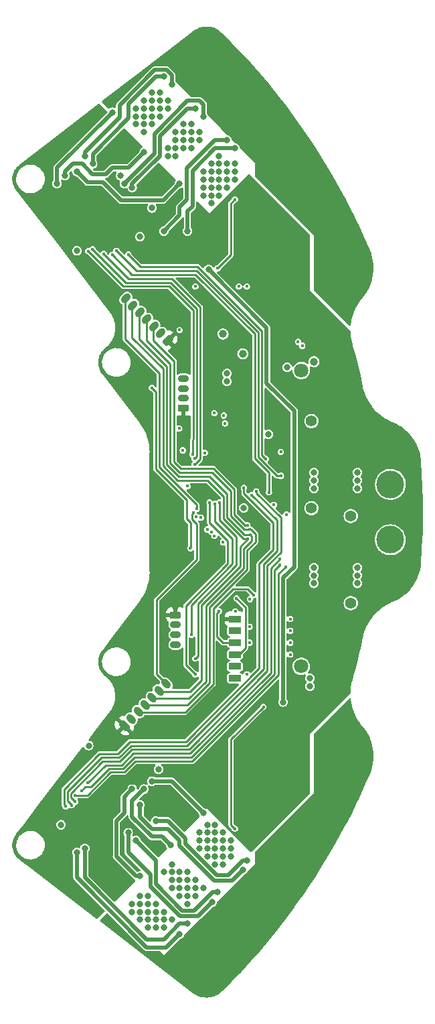
<source format=gbr>
%TF.GenerationSoftware,KiCad,Pcbnew,(6.0.11)*%
%TF.CreationDate,2024-04-02T23:15:32+09:00*%
%TF.ProjectId,ORION_VV_driver_v4,4f52494f-4e5f-4565-965f-647269766572,rev?*%
%TF.SameCoordinates,Original*%
%TF.FileFunction,Copper,L3,Inr*%
%TF.FilePolarity,Positive*%
%FSLAX46Y46*%
G04 Gerber Fmt 4.6, Leading zero omitted, Abs format (unit mm)*
G04 Created by KiCad (PCBNEW (6.0.11)) date 2024-04-02 23:15:32*
%MOMM*%
%LPD*%
G01*
G04 APERTURE LIST*
G04 Aperture macros list*
%AMRoundRect*
0 Rectangle with rounded corners*
0 $1 Rounding radius*
0 $2 $3 $4 $5 $6 $7 $8 $9 X,Y pos of 4 corners*
0 Add a 4 corners polygon primitive as box body*
4,1,4,$2,$3,$4,$5,$6,$7,$8,$9,$2,$3,0*
0 Add four circle primitives for the rounded corners*
1,1,$1+$1,$2,$3*
1,1,$1+$1,$4,$5*
1,1,$1+$1,$6,$7*
1,1,$1+$1,$8,$9*
0 Add four rect primitives between the rounded corners*
20,1,$1+$1,$2,$3,$4,$5,0*
20,1,$1+$1,$4,$5,$6,$7,0*
20,1,$1+$1,$6,$7,$8,$9,0*
20,1,$1+$1,$8,$9,$2,$3,0*%
%AMHorizOval*
0 Thick line with rounded ends*
0 $1 width*
0 $2 $3 position (X,Y) of the first rounded end (center of the circle)*
0 $4 $5 position (X,Y) of the second rounded end (center of the circle)*
0 Add line between two ends*
20,1,$1,$2,$3,$4,$5,0*
0 Add two circle primitives to create the rounded ends*
1,1,$1,$2,$3*
1,1,$1,$4,$5*%
G04 Aperture macros list end*
%TA.AperFunction,ComponentPad*%
%ADD10RoundRect,0.225000X0.475000X-0.225000X0.475000X0.225000X-0.475000X0.225000X-0.475000X-0.225000X0*%
%TD*%
%TA.AperFunction,ComponentPad*%
%ADD11O,1.400000X0.900000*%
%TD*%
%TA.AperFunction,ComponentPad*%
%ADD12C,1.800000*%
%TD*%
%TA.AperFunction,ComponentPad*%
%ADD13C,1.400000*%
%TD*%
%TA.AperFunction,ComponentPad*%
%ADD14R,3.500000X3.500000*%
%TD*%
%TA.AperFunction,ComponentPad*%
%ADD15C,3.500000*%
%TD*%
%TA.AperFunction,ComponentPad*%
%ADD16RoundRect,0.225000X0.494975X0.176777X0.176777X0.494975X-0.494975X-0.176777X-0.176777X-0.494975X0*%
%TD*%
%TA.AperFunction,ComponentPad*%
%ADD17HorizOval,0.900000X0.176777X0.176777X-0.176777X-0.176777X0*%
%TD*%
%TA.AperFunction,ComponentPad*%
%ADD18RoundRect,0.225000X-0.475000X0.225000X-0.475000X-0.225000X0.475000X-0.225000X0.475000X0.225000X0*%
%TD*%
%TA.AperFunction,ComponentPad*%
%ADD19RoundRect,0.225000X0.176777X-0.494975X0.494975X-0.176777X-0.176777X0.494975X-0.494975X0.176777X0*%
%TD*%
%TA.AperFunction,ComponentPad*%
%ADD20HorizOval,0.900000X-0.176777X0.176777X0.176777X-0.176777X0*%
%TD*%
%TA.AperFunction,ComponentPad*%
%ADD21RoundRect,0.225000X-0.575000X0.225000X-0.575000X-0.225000X0.575000X-0.225000X0.575000X0.225000X0*%
%TD*%
%TA.AperFunction,ComponentPad*%
%ADD22C,0.500000*%
%TD*%
%TA.AperFunction,ViaPad*%
%ADD23C,0.800000*%
%TD*%
%TA.AperFunction,ViaPad*%
%ADD24C,0.400000*%
%TD*%
%TA.AperFunction,ViaPad*%
%ADD25C,1.000000*%
%TD*%
%TA.AperFunction,Conductor*%
%ADD26C,0.500000*%
%TD*%
%TA.AperFunction,Conductor*%
%ADD27C,0.250000*%
%TD*%
G04 APERTURE END LIST*
D10*
%TO.N,GND*%
%TO.C,J2*%
X108500000Y-86875000D03*
D11*
%TO.N,+5V*%
X108500000Y-85625000D03*
%TO.N,/CAN_H*%
X108500000Y-84375000D03*
%TO.N,/CAN_L*%
X108500000Y-83125000D03*
%TD*%
D12*
%TO.N,/M1_CS*%
%TO.C,J16*%
X123400000Y-119500000D03*
%TD*%
%TO.N,GND*%
%TO.C,J19*%
X123400000Y-112100000D03*
%TD*%
D13*
%TO.N,*%
%TO.C,J11*%
X124675000Y-99500000D03*
X124675000Y-88500000D03*
D14*
%TO.N,GND*%
X134675000Y-91500000D03*
D15*
%TO.N,+BATT*%
X134675000Y-96500000D03*
%TD*%
D16*
%TO.N,GND*%
%TO.C,J6*%
X106505204Y-78298097D03*
D17*
%TO.N,+3V3*%
X105621321Y-77414214D03*
%TO.N,/NSS_ENC0*%
X104737437Y-76530330D03*
%TO.N,/SPI_CLK*%
X103853554Y-75646447D03*
%TO.N,/SPI_MISO*%
X102969670Y-74762563D03*
%TO.N,/SPI_MOSI*%
X102085787Y-73878680D03*
%TO.N,/TEMP_1*%
X101201903Y-72994796D03*
%TD*%
D18*
%TO.N,GND*%
%TO.C,J3*%
X107500000Y-113000000D03*
D11*
%TO.N,+5V*%
X107500000Y-114250000D03*
%TO.N,/CAN_H*%
X107500000Y-115500000D03*
%TO.N,/CAN_L*%
X107500000Y-116750000D03*
%TD*%
D13*
%TO.N,*%
%TO.C,J15*%
X129650000Y-111500000D03*
X129650000Y-100500000D03*
D14*
%TO.N,GND*%
X134650000Y-108500000D03*
D15*
%TO.N,+BATT*%
X134650000Y-103500000D03*
%TD*%
D12*
%TO.N,GND*%
%TO.C,J17*%
X123400000Y-85600000D03*
%TD*%
D19*
%TO.N,GND*%
%TO.C,J5*%
X101000000Y-127000000D03*
D20*
%TO.N,+3V3*%
X101883883Y-126116117D03*
%TO.N,/NSS_ENC1*%
X102767767Y-125232233D03*
%TO.N,/SPI_CLK*%
X103651650Y-124348350D03*
%TO.N,/SPI_MISO*%
X104535534Y-123464466D03*
%TO.N,/SPI_MOSI*%
X105419417Y-122580583D03*
%TO.N,/TEMP_0*%
X106303301Y-121696699D03*
%TD*%
D21*
%TO.N,GND*%
%TO.C,J4*%
X115000000Y-113500000D03*
%TO.N,Net-(D5-Pad2)*%
X115000000Y-115000000D03*
%TO.N,/SWCLK*%
X115000000Y-116500000D03*
%TO.N,/SWDIO*%
X115000000Y-118000000D03*
%TO.N,/UART1_TX*%
X115000000Y-119500000D03*
%TO.N,/UART1_RX*%
X115000000Y-121000000D03*
%TD*%
D12*
%TO.N,/M0_CS*%
%TO.C,J18*%
X123400000Y-82100000D03*
%TD*%
D22*
%TO.N,GND*%
%TO.C,GD2*%
X97257538Y-62257538D03*
X98000000Y-64484924D03*
X97257538Y-63742462D03*
X99484924Y-63000000D03*
X98742462Y-63742462D03*
X98742462Y-62257538D03*
X98000000Y-61515076D03*
X98000000Y-63000000D03*
X96515076Y-63000000D03*
%TD*%
%TO.N,GND*%
%TO.C,GD1*%
X96772614Y-137000000D03*
X98257538Y-135515076D03*
X99000000Y-137742462D03*
X97515076Y-136257538D03*
X99000000Y-136257538D03*
X99742462Y-137000000D03*
X98257538Y-138484924D03*
X97515076Y-137742462D03*
X98257538Y-137000000D03*
%TD*%
D23*
%TO.N,/M1_W*%
X104000000Y-148500000D03*
X103000000Y-149500000D03*
X103000000Y-151500000D03*
X102000000Y-150500000D03*
X106000000Y-150500000D03*
X104000000Y-152500000D03*
X105000000Y-149500000D03*
X103000000Y-148500000D03*
X104000000Y-149500000D03*
X102000000Y-149500000D03*
X95000000Y-143000000D03*
X105000000Y-150500000D03*
X104000000Y-150500000D03*
X106000000Y-152500000D03*
X107000000Y-151500000D03*
X105000000Y-152500000D03*
X103000000Y-150500000D03*
X106000000Y-151500000D03*
X104000000Y-151500000D03*
X108000000Y-153300000D03*
X105000000Y-151500000D03*
%TO.N,/M1_V*%
X107000000Y-146500000D03*
X109000000Y-147500000D03*
X108000000Y-146500000D03*
X108000000Y-147500000D03*
X110000000Y-148500000D03*
X109000000Y-145500000D03*
X109000000Y-148500000D03*
X108000000Y-148500000D03*
X107000000Y-145500000D03*
X110000000Y-146500000D03*
X107000000Y-144500000D03*
X109000000Y-146500000D03*
X101500000Y-140500000D03*
X108000000Y-145500000D03*
X111000000Y-147500000D03*
X110000000Y-147500000D03*
X109000000Y-149500000D03*
X112100000Y-149300000D03*
X107000000Y-147500000D03*
X106000000Y-145500000D03*
%TO.N,/M1_U*%
X113500000Y-142500000D03*
X110500000Y-141500000D03*
X113500000Y-143500000D03*
X113500000Y-141500000D03*
X111500000Y-139500000D03*
X112500000Y-139500000D03*
X111500000Y-142500000D03*
X112500000Y-144500000D03*
X116000000Y-145200000D03*
X113500000Y-144500000D03*
X110500000Y-140500000D03*
X112500000Y-142500000D03*
X114500000Y-141500000D03*
X113500000Y-140500000D03*
X111500000Y-143500000D03*
X111500000Y-140500000D03*
X112500000Y-140500000D03*
X112500000Y-143500000D03*
X114500000Y-142500000D03*
X111500000Y-141500000D03*
X103000000Y-137000000D03*
X110500000Y-142500000D03*
X114500000Y-143500000D03*
X112500000Y-141500000D03*
%TO.N,/M0_W*%
X115000000Y-58000000D03*
X112000000Y-60000000D03*
X111000000Y-58000000D03*
X115000000Y-57000000D03*
X113000000Y-57000000D03*
X115000000Y-54000000D03*
X111000000Y-60000000D03*
X115000000Y-56000000D03*
X112000000Y-58000000D03*
X111000000Y-59000000D03*
X112000000Y-56000000D03*
X109000000Y-64500000D03*
X113000000Y-59000000D03*
X113000000Y-60000000D03*
X114000000Y-57000000D03*
X112000000Y-59000000D03*
X113000000Y-58000000D03*
X114000000Y-56000000D03*
X111000000Y-57000000D03*
X112000000Y-57000000D03*
X113000000Y-55000000D03*
X114000000Y-58000000D03*
X113000000Y-56000000D03*
X114000000Y-59000000D03*
X112000000Y-61000000D03*
%TO.N,/M0_V*%
X108500000Y-54000000D03*
X109500000Y-53000000D03*
X108500000Y-51000000D03*
X109500000Y-52000000D03*
X107500000Y-54000000D03*
X106500000Y-55000000D03*
X108500000Y-52000000D03*
X101000000Y-58500000D03*
X110500000Y-53000000D03*
X107500000Y-55000000D03*
X108500000Y-53000000D03*
X111000000Y-50000000D03*
X109500000Y-54000000D03*
X107500000Y-52000000D03*
X109500000Y-51000000D03*
X106500000Y-54000000D03*
X110500000Y-52000000D03*
X107500000Y-53000000D03*
D24*
%TO.N,/M1_UL*%
X94800000Y-135800000D03*
X121400000Y-106900000D03*
%TO.N,/M1_VL*%
X95600000Y-135200000D03*
X120700000Y-106700000D03*
%TO.N,/M1_WL*%
X120657274Y-105957274D03*
X96400000Y-134200000D03*
%TO.N,/M1_UH*%
X116140734Y-96940734D03*
X93600000Y-137200000D03*
%TO.N,/M1_VH*%
X117080144Y-97838388D03*
X94336222Y-137044970D03*
%TO.N,/M1_WH*%
X94800000Y-136600000D03*
X117700000Y-97400000D03*
%TO.N,/M0_UL*%
X98400000Y-67400000D03*
X109900000Y-93975500D03*
%TO.N,/M0_VL*%
X109908166Y-93250078D03*
X97000000Y-66800000D03*
%TO.N,/M0_WL*%
X96443376Y-67022650D03*
X109650500Y-92705956D03*
%TO.N,/M0_UH*%
X101524598Y-67475402D03*
X118922806Y-93277194D03*
%TO.N,/M0_VH*%
X120824500Y-95424500D03*
X100017299Y-66992701D03*
%TO.N,/M0_WH*%
X99500000Y-67500000D03*
X119300000Y-97500000D03*
D23*
%TO.N,+BATT*%
X125000000Y-109000000D03*
X125000000Y-95000000D03*
D24*
X120800000Y-92400000D03*
X122997086Y-78483351D03*
D23*
X125000000Y-96000000D03*
X130500000Y-97000000D03*
D24*
X116500000Y-71500000D03*
D23*
X130500000Y-109000000D03*
X130500000Y-107000000D03*
D25*
X125000000Y-81000000D03*
D23*
X130500000Y-108000000D03*
X130500000Y-96000000D03*
X125000000Y-97000000D03*
X130500000Y-95000000D03*
X125000000Y-107000000D03*
D25*
X116000000Y-80000000D03*
D23*
X125000000Y-108000000D03*
X124500000Y-121000000D03*
%TO.N,/M0_U*%
X104500000Y-47000000D03*
X104500000Y-51000000D03*
X103500000Y-49000000D03*
X102500000Y-49000000D03*
X103500000Y-52000000D03*
X103500000Y-48000000D03*
X104500000Y-48000000D03*
X96000000Y-55000000D03*
X103500000Y-51000000D03*
X102500000Y-50000000D03*
X105500000Y-50000000D03*
X102500000Y-51000000D03*
X104500000Y-49000000D03*
X105500000Y-47000000D03*
X107000000Y-46000000D03*
X105500000Y-48000000D03*
X103500000Y-50000000D03*
X104500000Y-50000000D03*
X105500000Y-49000000D03*
X106500000Y-48000000D03*
X106500000Y-49000000D03*
D24*
%TO.N,Net-(D1-Pad1)*%
X122000000Y-116500000D03*
%TO.N,Net-(D2-Pad1)*%
X122000000Y-115000000D03*
%TO.N,Net-(D3-Pad1)*%
X122000000Y-113500000D03*
%TO.N,Net-(D4-Pad1)*%
X122000000Y-118000000D03*
%TO.N,/SW0*%
X113500000Y-103800000D03*
%TO.N,/SW1*%
X112400403Y-103004957D03*
%TO.N,/M1_CS*%
X116900000Y-111000000D03*
X109000695Y-96717325D03*
%TO.N,/M0_CS*%
X111200000Y-92500000D03*
X110700000Y-100700000D03*
%TO.N,/CAN_L*%
X113759500Y-88800000D03*
%TO.N,/SW2*%
X112020189Y-102494676D03*
%TO.N,/SW3*%
X111498792Y-102198792D03*
%TO.N,/CAN_H*%
X113600000Y-87800000D03*
%TO.N,/SWDIO*%
X119920878Y-99079122D03*
X115200000Y-110900000D03*
%TO.N,/SWCLK*%
X121500000Y-100300000D03*
X113000000Y-112500000D03*
%TO.N,/UART1_TX*%
X109500000Y-115500000D03*
X112452261Y-98975500D03*
%TO.N,/UART1_RX*%
X110000000Y-118500000D03*
X113025500Y-98800000D03*
%TO.N,/NSS_ENC0*%
X116579122Y-101679122D03*
%TO.N,/NRST*%
X108000000Y-77000000D03*
X109360924Y-104560924D03*
X104500000Y-84300000D03*
D23*
%TO.N,+3V3*%
X119256115Y-90176238D03*
X121600250Y-81699750D03*
D24*
X116500000Y-120500000D03*
X107950000Y-89450000D03*
D23*
X116108573Y-99486525D03*
%TO.N,GND*%
X108500000Y-137500000D03*
X109500000Y-138500000D03*
X124000000Y-130500000D03*
X122500000Y-133500000D03*
X124000000Y-127500000D03*
X93000000Y-54500000D03*
X123500000Y-93500000D03*
X119500000Y-66000000D03*
X94000000Y-146500000D03*
X120500000Y-63000000D03*
X100500000Y-52500000D03*
X96000000Y-51500000D03*
X121500000Y-70000000D03*
X119000000Y-133000000D03*
X124000000Y-126500000D03*
D24*
X107800000Y-104080000D03*
D23*
X94000000Y-53500000D03*
X112500000Y-135500000D03*
X119500000Y-138500000D03*
X107500000Y-112000000D03*
X112500000Y-137500000D03*
X119500000Y-134500000D03*
X112500000Y-63000000D03*
X120500000Y-65000000D03*
X95000000Y-147500000D03*
X124000000Y-73000000D03*
X123500000Y-134500000D03*
X101000000Y-85000000D03*
D24*
X116698942Y-100623992D03*
D23*
X122000000Y-75000000D03*
X117500000Y-68000000D03*
X116500000Y-141500000D03*
X101500000Y-53500000D03*
X116500000Y-67000000D03*
X116500000Y-69000000D03*
X123500000Y-66000000D03*
D24*
X117300000Y-101000000D03*
D23*
X118500000Y-69000000D03*
X115500000Y-138500000D03*
D24*
X110000000Y-119500000D03*
D23*
X92000000Y-55500000D03*
X119500000Y-70000000D03*
X120500000Y-71000000D03*
X122500000Y-67000000D03*
X116500000Y-137500000D03*
X110500000Y-133500000D03*
X116500000Y-131500000D03*
X111500000Y-66000000D03*
X124000000Y-76000000D03*
D24*
X116200000Y-95700000D03*
D23*
X116500000Y-133500000D03*
X105000000Y-57500000D03*
D24*
X119500000Y-98300000D03*
D23*
X115000000Y-76000000D03*
X120500000Y-133000000D03*
X112500000Y-67000000D03*
X117500000Y-134500000D03*
X95000000Y-52500000D03*
X110500000Y-135500000D03*
X124000000Y-131500000D03*
X112500000Y-133500000D03*
X97000000Y-50500000D03*
X100500000Y-147500000D03*
X115500000Y-132500000D03*
X119150000Y-88650000D03*
D24*
X116200000Y-94600000D03*
D23*
X118500000Y-67000000D03*
X116500000Y-61000000D03*
X124000000Y-128500000D03*
X124000000Y-72000000D03*
X117500000Y-140500000D03*
X108500000Y-139500000D03*
X118500000Y-139500000D03*
X115500000Y-64000000D03*
X124000000Y-69000000D03*
X117500000Y-60000000D03*
X92000000Y-144500000D03*
D24*
X107800000Y-105300000D03*
D23*
X113500000Y-134500000D03*
X124000000Y-75000000D03*
X115500000Y-68000000D03*
X115500000Y-62000000D03*
X121500000Y-66000000D03*
X116500000Y-63000000D03*
X124000000Y-124500000D03*
X116500000Y-59000000D03*
X107500000Y-60500000D03*
D24*
X115700000Y-92900000D03*
D23*
X101000000Y-122500000D03*
X117500000Y-133000000D03*
X100500000Y-54500000D03*
X113500000Y-64000000D03*
X121500000Y-64000000D03*
X124000000Y-71000000D03*
D24*
X115425000Y-98975500D03*
D23*
X121500000Y-68000000D03*
X118500000Y-63000000D03*
D24*
X116724500Y-98975500D03*
D23*
X109000000Y-77500000D03*
X93000000Y-145500000D03*
X119500000Y-68000000D03*
X116500000Y-139500000D03*
X99500000Y-146500000D03*
X118500000Y-137500000D03*
D24*
X104700000Y-121500000D03*
D23*
X90500000Y-62000000D03*
X113500000Y-136500000D03*
X117500000Y-62000000D03*
X124000000Y-125500000D03*
X107500000Y-67000000D03*
X101500000Y-146500000D03*
X110012299Y-62512299D03*
X119500000Y-64000000D03*
D24*
X118500000Y-97600000D03*
D23*
X120500000Y-67000000D03*
X122500000Y-135500000D03*
X120500000Y-135500000D03*
X121500000Y-136500000D03*
D24*
X112800000Y-88900000D03*
D23*
X106000000Y-58500000D03*
X123500000Y-115000000D03*
X123500000Y-96000000D03*
X117500000Y-64000000D03*
X124000000Y-132500000D03*
X118500000Y-135500000D03*
X124000000Y-129500000D03*
D24*
X115488222Y-100024500D03*
D23*
X123500000Y-106000000D03*
X118500000Y-65000000D03*
X121500000Y-134500000D03*
D24*
X111400000Y-90500000D03*
D23*
X111500000Y-136500000D03*
X113500000Y-62000000D03*
X107500000Y-138500000D03*
X120500000Y-69000000D03*
X124000000Y-74000000D03*
X119500000Y-62000000D03*
X119500000Y-136500000D03*
X117500000Y-138500000D03*
X111500000Y-134500000D03*
X123500000Y-110000000D03*
X104500000Y-142000000D03*
D24*
X109200000Y-90000000D03*
D23*
X110500000Y-65000000D03*
X116500000Y-135500000D03*
X115500000Y-136500000D03*
X122500000Y-65000000D03*
X112500000Y-65000000D03*
X102500000Y-121000000D03*
X116500000Y-65000000D03*
X109500000Y-134500000D03*
X105387701Y-142500000D03*
X100500000Y-145500000D03*
X101000000Y-115000000D03*
D24*
X118400000Y-101300000D03*
D23*
X120500000Y-137500000D03*
X123500000Y-117500000D03*
X117500000Y-66000000D03*
X123500000Y-104000000D03*
X123000000Y-123000000D03*
X123500000Y-108000000D03*
X99500000Y-53500000D03*
X124000000Y-68000000D03*
X117500000Y-136500000D03*
X113500000Y-138500000D03*
X124000000Y-70000000D03*
X115500000Y-66000000D03*
D24*
X103500000Y-122500000D03*
D23*
X123500000Y-98500000D03*
X123500000Y-91000000D03*
X107000000Y-62000000D03*
X111500000Y-64000000D03*
X124000000Y-123500000D03*
X118500000Y-61000000D03*
X113500000Y-66000000D03*
X115500000Y-134500000D03*
D24*
%TO.N,/LED_0*%
X116850500Y-116500000D03*
%TO.N,/LED_1*%
X116850500Y-114500000D03*
%TO.N,/LED_2*%
X115042110Y-112542110D03*
%TO.N,/TEMP_FET_0*%
X112800000Y-69200000D03*
X108400000Y-92200000D03*
X115000000Y-60500000D03*
%TO.N,/TEMP_0*%
X109755406Y-100050892D03*
%TO.N,/TEMP_FET_1*%
X115000000Y-140000000D03*
X109987750Y-120512250D03*
X111800000Y-98800000D03*
X118600000Y-124600000D03*
%TO.N,/SPI_CLK*%
X116878183Y-102198705D03*
%TO.N,/SPI_MISO*%
X116979122Y-102879122D03*
%TO.N,/SPI_MOSI*%
X116625500Y-103403622D03*
%TO.N,/NSS_ENC1*%
X117400000Y-110475500D03*
%TO.N,/TEMP_1*%
X110150500Y-99600000D03*
D23*
%TO.N,/M1_CSL*%
X121000000Y-142500000D03*
X131000000Y-133500000D03*
X124000000Y-139500000D03*
X121000000Y-143500000D03*
X112000000Y-158500000D03*
X117000000Y-153500000D03*
X112000000Y-159500000D03*
X124000000Y-145500000D03*
X128000000Y-133500000D03*
X120000000Y-151500000D03*
X130000000Y-130500000D03*
X125000000Y-137500000D03*
X129000000Y-134500000D03*
X130000000Y-134500000D03*
X129000000Y-127500000D03*
X125000000Y-136500000D03*
X126000000Y-134500000D03*
X128000000Y-126500000D03*
X131000000Y-131500000D03*
X126000000Y-139500000D03*
X127000000Y-128500000D03*
X126000000Y-136500000D03*
X123000000Y-146500000D03*
X115000000Y-155500000D03*
X128000000Y-129500000D03*
X127000000Y-132500000D03*
X128000000Y-135500000D03*
X126000000Y-131500000D03*
X127000000Y-135500000D03*
X119000000Y-144500000D03*
X100000000Y-152500000D03*
X123000000Y-141500000D03*
X122000000Y-148500000D03*
X126000000Y-130500000D03*
X123000000Y-144500000D03*
X125000000Y-142500000D03*
X130000000Y-133500000D03*
X127000000Y-139500000D03*
X120000000Y-141500000D03*
X123000000Y-140500000D03*
X113000000Y-157500000D03*
X113000000Y-158500000D03*
X124500000Y-122000000D03*
X131000000Y-128500000D03*
X119000000Y-150500000D03*
X124000000Y-141500000D03*
X131000000Y-132500000D03*
X123000000Y-145500000D03*
X111000000Y-159500000D03*
X127000000Y-130500000D03*
X129000000Y-130500000D03*
X122000000Y-149500000D03*
X128000000Y-134500000D03*
X126000000Y-128500000D03*
X130000000Y-132500000D03*
X119000000Y-151500000D03*
X124000000Y-142500000D03*
X126000000Y-129500000D03*
X120000000Y-142500000D03*
X126000000Y-141500000D03*
X125000000Y-140500000D03*
X129000000Y-133500000D03*
X126000000Y-142500000D03*
X129000000Y-129500000D03*
X128000000Y-139500000D03*
X125000000Y-144500000D03*
X129000000Y-132500000D03*
X110000000Y-159500000D03*
X113000000Y-156500000D03*
X129000000Y-126500000D03*
X127000000Y-141500000D03*
X122000000Y-141500000D03*
X129000000Y-131500000D03*
X114000000Y-156500000D03*
X129000000Y-135500000D03*
X126000000Y-132500000D03*
X127000000Y-131500000D03*
X114000000Y-157500000D03*
X120000000Y-150500000D03*
X127000000Y-133500000D03*
X121000000Y-145500000D03*
X130000000Y-126500000D03*
X125000000Y-143500000D03*
X128000000Y-127500000D03*
X122000000Y-143500000D03*
X120000000Y-143500000D03*
X109000000Y-159500000D03*
X130000000Y-127500000D03*
X130000000Y-135500000D03*
X106000000Y-156500000D03*
X116000000Y-154500000D03*
X128000000Y-136500000D03*
X129000000Y-137500000D03*
X127000000Y-137500000D03*
X118000000Y-151500000D03*
X115000000Y-156500000D03*
X124000000Y-144500000D03*
X129000000Y-128500000D03*
X123000000Y-138500000D03*
X121000000Y-141500000D03*
X101000000Y-153500000D03*
X124000000Y-137500000D03*
X127000000Y-138500000D03*
X127000000Y-129500000D03*
X128000000Y-132500000D03*
X107000000Y-157500000D03*
X121000000Y-144500000D03*
X122000000Y-139500000D03*
X124000000Y-140500000D03*
X123000000Y-142500000D03*
X128000000Y-131500000D03*
X128000000Y-138500000D03*
X119000000Y-142500000D03*
X120966988Y-149572211D03*
X122000000Y-140500000D03*
X117000000Y-154500000D03*
X115000000Y-154500000D03*
X130000000Y-128500000D03*
X111000000Y-158500000D03*
X125000000Y-139500000D03*
X117000000Y-152500000D03*
X112000000Y-157500000D03*
X128000000Y-137500000D03*
X121000000Y-140500000D03*
X121000000Y-150500000D03*
X126000000Y-143500000D03*
X120000000Y-149500000D03*
X126000000Y-133500000D03*
X126000000Y-140500000D03*
X121000000Y-148500000D03*
X123000000Y-143500000D03*
X111000000Y-160500000D03*
X127000000Y-140500000D03*
X122000000Y-142500000D03*
X124000000Y-143500000D03*
X114000000Y-155500000D03*
X118000000Y-153500000D03*
X127000000Y-136500000D03*
X128000000Y-130500000D03*
X124000000Y-138500000D03*
X127000000Y-127500000D03*
X118000000Y-152500000D03*
X126000000Y-135500000D03*
X130000000Y-131500000D03*
X128000000Y-128500000D03*
X121000000Y-146500000D03*
X120000000Y-145500000D03*
X123000000Y-139500000D03*
X125000000Y-141500000D03*
X126000000Y-138500000D03*
X108000000Y-158500000D03*
X125000000Y-138500000D03*
X118000000Y-143500000D03*
X116000000Y-155500000D03*
X131000000Y-130500000D03*
X119000000Y-152500000D03*
X126000000Y-137500000D03*
X120000000Y-144500000D03*
X131000000Y-129500000D03*
X129000000Y-125500000D03*
X119000000Y-143500000D03*
X122000000Y-145500000D03*
X130000000Y-129500000D03*
X116000000Y-153500000D03*
X129000000Y-136500000D03*
X122000000Y-147500000D03*
X127000000Y-134500000D03*
X122000000Y-144500000D03*
X122000000Y-146500000D03*
%TO.N,/M0_CSL*%
X126000000Y-66500000D03*
X130000000Y-71500000D03*
X127000000Y-67500000D03*
X121000000Y-49500000D03*
X130000000Y-67500000D03*
X128000000Y-65500000D03*
X115000000Y-44500000D03*
X125000000Y-59500000D03*
X116000000Y-45500000D03*
X128000000Y-68500000D03*
X127000000Y-61500000D03*
X121000000Y-51500000D03*
X110000000Y-40500000D03*
X121000000Y-57500000D03*
X126000000Y-62500000D03*
X131000000Y-70500000D03*
X125000000Y-63500000D03*
X123000000Y-55500000D03*
X121000000Y-55500000D03*
X126000000Y-56500000D03*
X128000000Y-64500000D03*
X128000000Y-62500000D03*
X120000000Y-49500000D03*
X120000000Y-55500000D03*
X123000000Y-53500000D03*
X122000000Y-59500000D03*
X123000000Y-60500000D03*
D24*
X123524500Y-79000000D03*
D23*
X127000000Y-72500000D03*
X124000000Y-62500000D03*
X129000000Y-62500000D03*
X128000000Y-67500000D03*
X116000000Y-46500000D03*
X121000000Y-50500000D03*
X126000000Y-67500000D03*
X126000000Y-61500000D03*
X124000000Y-57500000D03*
X123000000Y-56500000D03*
X123000000Y-59500000D03*
X111000000Y-39500000D03*
X123000000Y-54500000D03*
X118000000Y-47500000D03*
X121000000Y-53500000D03*
X125000000Y-57500000D03*
X131000000Y-71500000D03*
X130000000Y-66500000D03*
X127000000Y-66500000D03*
X124000000Y-55500000D03*
X100000000Y-47500000D03*
X114000000Y-44500000D03*
X118000000Y-56500000D03*
X127000000Y-69500000D03*
X127000000Y-63500000D03*
X112000000Y-40500000D03*
X129000000Y-67500000D03*
X124000000Y-61500000D03*
X128000000Y-60500000D03*
X122000000Y-52500000D03*
X120000000Y-57500000D03*
X130000000Y-64500000D03*
X126000000Y-68500000D03*
X119000000Y-55500000D03*
X128000000Y-69500000D03*
X115000000Y-45500000D03*
X117000000Y-47500000D03*
X109000000Y-40500000D03*
X120000000Y-58500000D03*
X130000000Y-72500000D03*
X125000000Y-58500000D03*
X130000000Y-65500000D03*
X131000000Y-68500000D03*
X113000000Y-42500000D03*
X122000000Y-50500000D03*
X126000000Y-64500000D03*
X101000000Y-46500000D03*
X118000000Y-48500000D03*
X111000000Y-41500000D03*
X127000000Y-59500000D03*
X128000000Y-61500000D03*
X126000000Y-59500000D03*
X121000000Y-56500000D03*
X120000000Y-56500000D03*
X113000000Y-41500000D03*
X126000000Y-71500000D03*
X127000000Y-68500000D03*
X129000000Y-66500000D03*
X119000000Y-47500000D03*
X113000000Y-43500000D03*
X121000000Y-58500000D03*
X118000000Y-46500000D03*
X125000000Y-56500000D03*
X111000000Y-40500000D03*
X128000000Y-70500000D03*
X130000000Y-69500000D03*
X123000000Y-61500000D03*
X122000000Y-57500000D03*
X126000000Y-69500000D03*
X107000000Y-42500000D03*
X129000000Y-74500000D03*
X125000000Y-60500000D03*
X123000000Y-57500000D03*
X127000000Y-70500000D03*
X122000000Y-58500000D03*
X128000000Y-66500000D03*
X124000000Y-58500000D03*
X126000000Y-63500000D03*
X128000000Y-72500000D03*
X114000000Y-43500000D03*
X129000000Y-65500000D03*
X131000000Y-67500000D03*
X130000000Y-70500000D03*
X126000000Y-57500000D03*
X122000000Y-54500000D03*
X126000000Y-60500000D03*
X129000000Y-72500000D03*
X122000000Y-60500000D03*
X127000000Y-64500000D03*
X129000000Y-69500000D03*
X112000000Y-42500000D03*
X125000000Y-61500000D03*
X124000000Y-60500000D03*
X127000000Y-71500000D03*
X127000000Y-62500000D03*
X129000000Y-64500000D03*
X124000000Y-54500000D03*
X117000000Y-45500000D03*
X129000000Y-68500000D03*
X129000000Y-63500000D03*
X120000000Y-48500000D03*
X119000000Y-48500000D03*
X127000000Y-60500000D03*
X122000000Y-56500000D03*
X127000000Y-58500000D03*
X121000000Y-59500000D03*
X114000000Y-42500000D03*
X129000000Y-73500000D03*
X128000000Y-71500000D03*
X120000000Y-54500000D03*
X131000000Y-66500000D03*
X125000000Y-55500000D03*
X128000000Y-73500000D03*
X119000000Y-57500000D03*
X119000000Y-49500000D03*
X124000000Y-59500000D03*
X122000000Y-55500000D03*
X126000000Y-70500000D03*
X127000000Y-65500000D03*
X119000000Y-56500000D03*
X128000000Y-63500000D03*
X115000000Y-43500000D03*
X112000000Y-41500000D03*
X123000000Y-58500000D03*
X117000000Y-46500000D03*
X126000000Y-65500000D03*
X122000000Y-53500000D03*
X129000000Y-71500000D03*
X126000000Y-58500000D03*
X130000000Y-73500000D03*
X129000000Y-70500000D03*
X120000000Y-50500000D03*
X124000000Y-56500000D03*
X108000000Y-41500000D03*
X125000000Y-62500000D03*
X121000000Y-54500000D03*
X116000000Y-44500000D03*
X130000000Y-68500000D03*
X122000000Y-51500000D03*
X131000000Y-69500000D03*
D24*
%TO.N,Net-(D14-Pad1)*%
X110000000Y-71500000D03*
%TO.N,Net-(D15-Pad1)*%
X115500000Y-71500000D03*
D23*
%TO.N,Net-(Q1-Pad4)*%
X105000000Y-139000000D03*
X116500000Y-144000000D03*
%TO.N,Net-(Q2-Pad4)*%
X104500000Y-134000000D03*
X111000000Y-138000000D03*
%TO.N,Net-(Q3-Pad4)*%
X106000000Y-45000000D03*
X97012299Y-56000000D03*
%TO.N,Net-(Q4-Pad4)*%
X99500000Y-49500000D03*
X92500000Y-58500000D03*
%TO.N,Net-(Q5-Pad4)*%
X102500000Y-141500000D03*
X112800000Y-148000000D03*
%TO.N,Net-(Q6-Pad4)*%
X106899312Y-142100688D03*
X103500000Y-135000000D03*
%TO.N,Net-(Q7-Pad4)*%
X102000000Y-59000000D03*
X110000000Y-49000000D03*
%TO.N,Net-(Q8-Pad4)*%
X103521973Y-54521973D03*
X93500000Y-57500000D03*
%TO.N,Net-(Q9-Pad4)*%
X109000000Y-152000000D03*
X96000000Y-142500000D03*
%TO.N,Net-(Q10-Pad4)*%
X103000000Y-146000000D03*
X102000000Y-135000000D03*
%TO.N,Net-(Q11-Pad4)*%
X106000000Y-64500000D03*
X114000000Y-53000000D03*
%TO.N,Net-(Q12-Pad4)*%
X108000000Y-58500000D03*
X95000000Y-57000000D03*
%TO.N,Net-(C46-Pad1)*%
X114000000Y-83500000D03*
X114000000Y-82500000D03*
%TO.N,+9V*%
X96500000Y-129500000D03*
X104510622Y-61591864D03*
X100500000Y-57500000D03*
X103000000Y-65224500D03*
X111661348Y-69338653D03*
X105324500Y-132500000D03*
X121100000Y-124000000D03*
X95000000Y-67000000D03*
D25*
X113500000Y-77500000D03*
D23*
X93000000Y-139500000D03*
D24*
%TO.N,/GD_V_SENS*%
X110070878Y-100570878D03*
X112400000Y-87500000D03*
%TD*%
D26*
%TO.N,/M1_W*%
X95000000Y-146156497D02*
X103843503Y-155000000D01*
X103843503Y-155000000D02*
X106300000Y-155000000D01*
X106300000Y-155000000D02*
X108000000Y-153300000D01*
X95000000Y-143000000D02*
X95000000Y-146156497D01*
%TO.N,/M1_V*%
X104300000Y-147300000D02*
X108075000Y-151075000D01*
X101500000Y-143000000D02*
X104300000Y-145800000D01*
X108075000Y-151075000D02*
X110325000Y-151075000D01*
X101500000Y-140500000D02*
X101500000Y-143000000D01*
X110325000Y-151075000D02*
X112100000Y-149300000D01*
X104300000Y-145800000D02*
X104300000Y-147300000D01*
%TO.N,/M1_U*%
X114625000Y-146575000D02*
X116000000Y-145200000D01*
X108000000Y-142192032D02*
X112382968Y-146575000D01*
X108000000Y-141500000D02*
X108000000Y-142192032D01*
X112382968Y-146575000D02*
X114625000Y-146575000D01*
X103000000Y-138500000D02*
X104500000Y-140000000D01*
X103000000Y-137000000D02*
X103000000Y-138500000D01*
X106500000Y-140000000D02*
X108000000Y-141500000D01*
X104500000Y-140000000D02*
X106500000Y-140000000D01*
%TO.N,/M0_W*%
X109000000Y-64500000D02*
X109000000Y-62000000D01*
X109625000Y-61375000D02*
X109625000Y-56875000D01*
X109625000Y-56875000D02*
X112500000Y-54000000D01*
X109000000Y-62000000D02*
X109625000Y-61375000D01*
X112500000Y-54000000D02*
X115000000Y-54000000D01*
%TO.N,/M0_V*%
X111000000Y-48500000D02*
X111000000Y-50000000D01*
X110500000Y-48000000D02*
X111000000Y-48500000D01*
X104800000Y-54700000D02*
X104800000Y-52210050D01*
X104800000Y-52210050D02*
X109010050Y-48000000D01*
X109010050Y-48000000D02*
X110500000Y-48000000D01*
X101000000Y-58500000D02*
X104800000Y-54700000D01*
D27*
%TO.N,/M1_UL*%
X120500000Y-107800000D02*
X120500000Y-120609188D01*
X109609188Y-131500000D02*
X102409188Y-131500000D01*
X96336396Y-135800000D02*
X94800000Y-135800000D01*
X120500000Y-120609188D02*
X109609188Y-131500000D01*
X101034383Y-132874805D02*
X99261591Y-132874805D01*
X102409188Y-131500000D02*
X101034383Y-132874805D01*
X121400000Y-106900000D02*
X120500000Y-107800000D01*
X99261591Y-132874805D02*
X96336396Y-135800000D01*
%TO.N,/M1_VL*%
X96775000Y-134725000D02*
X99075195Y-132424805D01*
X99075195Y-132424805D02*
X100847987Y-132424805D01*
X109472792Y-131000000D02*
X120000000Y-120472792D01*
X95600000Y-135200000D02*
X96075000Y-134725000D01*
X102272792Y-131000000D02*
X109472792Y-131000000D01*
X100847987Y-132424805D02*
X102272792Y-131000000D01*
X120000000Y-120472792D02*
X120000000Y-107400000D01*
X120000000Y-107400000D02*
X120700000Y-106700000D01*
X96075000Y-134725000D02*
X96775000Y-134725000D01*
%TO.N,/M1_WL*%
X120657274Y-105957274D02*
X119550000Y-107064548D01*
X119550000Y-120286396D02*
X109336396Y-130500000D01*
X102136396Y-130500000D02*
X100661591Y-131974805D01*
X100661591Y-131974805D02*
X98625195Y-131974805D01*
X119550000Y-107064548D02*
X119550000Y-120286396D01*
X98625195Y-131974805D02*
X96400000Y-134200000D01*
X109336396Y-130500000D02*
X102136396Y-130500000D01*
%TO.N,/M1_UH*%
X119850000Y-104750000D02*
X118075000Y-106525000D01*
X118075000Y-119725000D02*
X108800000Y-129000000D01*
X100177208Y-130550000D02*
X97850000Y-130550000D01*
X93375000Y-135025000D02*
X93375000Y-136975000D01*
X116140734Y-96940734D02*
X116140734Y-97640734D01*
X116140734Y-97640734D02*
X119850000Y-101350000D01*
X119850000Y-101350000D02*
X119850000Y-104750000D01*
X97850000Y-130550000D02*
X93375000Y-135025000D01*
X108800000Y-129000000D02*
X101727208Y-129000000D01*
X118075000Y-106525000D02*
X118075000Y-119725000D01*
X101727208Y-129000000D02*
X100177208Y-130550000D01*
X93375000Y-136975000D02*
X93600000Y-137200000D01*
%TO.N,/M1_VH*%
X118650000Y-106586396D02*
X118650000Y-119786396D01*
X108936396Y-129500000D02*
X101863604Y-129500000D01*
X118650000Y-119786396D02*
X108936396Y-129500000D01*
X120300000Y-101000000D02*
X120300000Y-104936396D01*
X93825000Y-135338604D02*
X93825000Y-136496232D01*
X100363604Y-131000000D02*
X98163604Y-131000000D01*
X117080144Y-97838388D02*
X117138388Y-97838388D01*
X98163604Y-131000000D02*
X93825000Y-135338604D01*
X93825000Y-136496232D02*
X94336222Y-137007454D01*
X101863604Y-129500000D02*
X100363604Y-131000000D01*
X117138388Y-97838388D02*
X120300000Y-101000000D01*
X120300000Y-104936396D02*
X118650000Y-106586396D01*
X94336222Y-137007454D02*
X94336222Y-137044970D01*
%TO.N,/M1_WH*%
X120800000Y-100700000D02*
X117700000Y-97600000D01*
X120800000Y-105072792D02*
X120800000Y-100700000D01*
X117700000Y-97600000D02*
X117700000Y-97400000D01*
X94275000Y-136075000D02*
X94275000Y-135525000D01*
X119100000Y-120100000D02*
X119100000Y-106772792D01*
X94275000Y-135525000D02*
X98275195Y-131524805D01*
X119100000Y-106772792D02*
X120800000Y-105072792D01*
X98275195Y-131524805D02*
X100475195Y-131524805D01*
X109200000Y-130000000D02*
X119100000Y-120100000D01*
X94800000Y-136600000D02*
X94275000Y-136075000D01*
X102000000Y-130000000D02*
X109200000Y-130000000D01*
X100475195Y-131524805D02*
X102000000Y-130000000D01*
%TO.N,/M0_UL*%
X110625000Y-93275000D02*
X110625000Y-74125000D01*
X109924500Y-93975500D02*
X110625000Y-93275000D01*
X109900000Y-93975500D02*
X109924500Y-93975500D01*
X101500000Y-70500000D02*
X98400000Y-67400000D01*
X107000000Y-70500000D02*
X101500000Y-70500000D01*
X110625000Y-74125000D02*
X107000000Y-70500000D01*
%TO.N,/M0_VL*%
X110175000Y-74311396D02*
X106863604Y-71000000D01*
X106863604Y-71000000D02*
X101200000Y-71000000D01*
X110175000Y-92983244D02*
X110175000Y-74311396D01*
X101200000Y-71000000D02*
X97000000Y-66800000D01*
X109908166Y-93250078D02*
X110175000Y-92983244D01*
%TO.N,/M0_WL*%
X109650500Y-92705956D02*
X109650500Y-90876708D01*
X109725000Y-74497792D02*
X106727208Y-71500000D01*
X106727208Y-71500000D02*
X100900000Y-71500000D01*
X96443376Y-67043376D02*
X96443376Y-67022650D01*
X109650500Y-90876708D02*
X109725000Y-90802208D01*
X100900000Y-71500000D02*
X96443376Y-67043376D01*
X109725000Y-90802208D02*
X109725000Y-74497792D01*
%TO.N,/M0_UH*%
X110298097Y-69000000D02*
X103049196Y-69000000D01*
X118425000Y-77126903D02*
X110298097Y-69000000D01*
X118425000Y-92779388D02*
X118425000Y-77126903D01*
X118922806Y-93277194D02*
X118425000Y-92779388D01*
X103049196Y-69000000D02*
X101524598Y-67475402D01*
%TO.N,/M0_VH*%
X120824500Y-95424500D02*
X120328355Y-95424500D01*
X120328355Y-95424500D02*
X117975000Y-93071145D01*
X110161701Y-69500000D02*
X102524598Y-69500000D01*
X117975000Y-77313299D02*
X110161701Y-69500000D01*
X102524598Y-69500000D02*
X100017299Y-66992701D01*
X117975000Y-93071145D02*
X117975000Y-77313299D01*
%TO.N,/M0_WH*%
X117500000Y-93232541D02*
X117500000Y-77474695D01*
X102000000Y-70000000D02*
X99500000Y-67500000D01*
X119300000Y-95032541D02*
X117500000Y-93232541D01*
X117500000Y-77474695D02*
X110025305Y-70000000D01*
X119300000Y-97500000D02*
X119300000Y-95032541D01*
X110025305Y-70000000D02*
X102000000Y-70000000D01*
D26*
%TO.N,/M0_U*%
X96000000Y-54500000D02*
X100403984Y-50096016D01*
X100403984Y-50096016D02*
X100403984Y-48606066D01*
X106352082Y-44150000D02*
X107000000Y-44797918D01*
X107000000Y-44797918D02*
X107000000Y-46000000D01*
X104860050Y-44150000D02*
X106352082Y-44150000D01*
X100403984Y-48606066D02*
X104860050Y-44150000D01*
X96000000Y-55000000D02*
X96000000Y-54500000D01*
D27*
%TO.N,/SWDIO*%
X116325500Y-112025500D02*
X116325500Y-117174500D01*
X115500000Y-118000000D02*
X115000000Y-118000000D01*
X116325500Y-117174500D02*
X115500000Y-118000000D01*
X115200000Y-110900000D02*
X116325500Y-112025500D01*
%TO.N,/SWCLK*%
X112700000Y-112800000D02*
X112700000Y-115700000D01*
X113000000Y-112500000D02*
X112700000Y-112800000D01*
X112700000Y-115700000D02*
X113500000Y-116500000D01*
X113500000Y-116500000D02*
X115000000Y-116500000D01*
%TO.N,/UART1_TX*%
X114700000Y-106554416D02*
X109500000Y-111754416D01*
X112452261Y-98975500D02*
X112452261Y-101152261D01*
X109500000Y-111754416D02*
X109500000Y-115500000D01*
X114700000Y-103400000D02*
X114700000Y-106554416D01*
X112452261Y-101152261D02*
X114700000Y-103400000D01*
%TO.N,/UART1_RX*%
X115200000Y-103145584D02*
X115200000Y-106690812D01*
X110325489Y-111565323D02*
X110325489Y-118174511D01*
X113025500Y-98800000D02*
X113025500Y-100971084D01*
X115200000Y-106690812D02*
X110325489Y-111565323D01*
X110325489Y-118174511D02*
X110000000Y-118500000D01*
X113025500Y-100971084D02*
X115200000Y-103145584D01*
%TO.N,/NSS_ENC0*%
X112298222Y-94500000D02*
X108145584Y-94500000D01*
X114900000Y-100300000D02*
X114900000Y-97101778D01*
X107300000Y-93654416D02*
X107300000Y-80920892D01*
X114900000Y-97101778D02*
X112298222Y-94500000D01*
X104670025Y-78290917D02*
X104670025Y-76597742D01*
X116279122Y-101679122D02*
X114900000Y-100300000D01*
X107300000Y-80920892D02*
X104670025Y-78290917D01*
X116579122Y-101679122D02*
X116279122Y-101679122D01*
X108145584Y-94500000D02*
X107300000Y-93654416D01*
X104670025Y-76597742D02*
X104737437Y-76530330D01*
%TO.N,/NRST*%
X105000000Y-94536396D02*
X108900000Y-98436396D01*
X109400000Y-104521848D02*
X109360924Y-104560924D01*
X104500000Y-84300000D02*
X105000000Y-84800000D01*
X108900000Y-98436396D02*
X108900000Y-100878859D01*
X109400000Y-101378859D02*
X109400000Y-104521848D01*
X105000000Y-84800000D02*
X105000000Y-94536396D01*
X108900000Y-100878859D02*
X109400000Y-101378859D01*
%TO.N,/TEMP_FET_0*%
X114500000Y-61000000D02*
X115000000Y-60500000D01*
X114500000Y-67500000D02*
X114500000Y-61000000D01*
X112800000Y-69200000D02*
X114500000Y-67500000D01*
%TO.N,/TEMP_0*%
X109545878Y-100888341D02*
X110200000Y-101542463D01*
X110200000Y-106000000D02*
X105100000Y-111100000D01*
X105100000Y-120493398D02*
X106303301Y-121696699D01*
X110200000Y-101542463D02*
X110200000Y-106000000D01*
X105100000Y-111100000D02*
X105100000Y-120493398D01*
X109755406Y-100050892D02*
X109545878Y-100260420D01*
X109545878Y-100260420D02*
X109545878Y-100888341D01*
%TO.N,/TEMP_FET_1*%
X114500000Y-139500000D02*
X115000000Y-140000000D01*
X114100000Y-106518020D02*
X114100000Y-103657537D01*
X114500000Y-128700000D02*
X114500000Y-139500000D01*
X108800000Y-111818020D02*
X114100000Y-106518020D01*
X118600000Y-124600000D02*
X114500000Y-128700000D01*
X108800000Y-119324500D02*
X108800000Y-111818020D01*
X114100000Y-103657537D02*
X111800000Y-101357537D01*
X109987750Y-120512250D02*
X108800000Y-119324500D01*
X111800000Y-101357537D02*
X111800000Y-98800000D01*
%TO.N,/SPI_CLK*%
X103786141Y-78286141D02*
X103786141Y-75713860D01*
X108009188Y-95000000D02*
X106800000Y-93790812D01*
X106800000Y-93790812D02*
X106800000Y-81300000D01*
X117041168Y-102198705D02*
X117600500Y-102758037D01*
X111800000Y-112000000D02*
X111800000Y-121564282D01*
X108948520Y-124415762D02*
X103719062Y-124415762D01*
X103786141Y-75713860D02*
X103853554Y-75646447D01*
X116796585Y-102204122D02*
X116167726Y-102204122D01*
X106800000Y-81300000D02*
X103786141Y-78286141D01*
X111800000Y-121564282D02*
X108948520Y-124415762D01*
X117600500Y-102758037D02*
X117600500Y-103807481D01*
X114450000Y-97350000D02*
X112100000Y-95000000D01*
X116878183Y-102198705D02*
X116802002Y-102198705D01*
X117600500Y-103807481D02*
X116550000Y-104857981D01*
X114450000Y-100486396D02*
X114450000Y-97350000D01*
X112100000Y-95000000D02*
X108009188Y-95000000D01*
X116167726Y-102204122D02*
X114450000Y-100486396D01*
X103719062Y-124415762D02*
X103651650Y-124348350D01*
X116550000Y-107250000D02*
X111800000Y-112000000D01*
X116802002Y-102198705D02*
X116796585Y-102204122D01*
X116550000Y-104857981D02*
X116550000Y-107250000D01*
X116878183Y-102198705D02*
X117041168Y-102198705D01*
%TO.N,/SPI_MISO*%
X117150500Y-103050500D02*
X117150500Y-103621085D01*
X104602947Y-123531879D02*
X104535534Y-123464466D01*
X106350000Y-93977208D02*
X106350000Y-81579015D01*
X111350000Y-121378564D02*
X109196685Y-123531879D01*
X116100000Y-107063604D02*
X111350000Y-111813604D01*
X111800000Y-95500000D02*
X107872792Y-95500000D01*
X116100000Y-104671585D02*
X116100000Y-107063604D01*
X116979122Y-102879122D02*
X117150500Y-103050500D01*
X102902258Y-78131273D02*
X102902258Y-74829975D01*
X111350000Y-111813604D02*
X111350000Y-121378564D01*
X116979122Y-102879122D02*
X116206330Y-102879122D01*
X116206330Y-102879122D02*
X114000000Y-100672792D01*
X114000000Y-100672792D02*
X114000000Y-97700000D01*
X117150500Y-103621085D02*
X116100000Y-104671585D01*
X114000000Y-97700000D02*
X111800000Y-95500000D01*
X109196685Y-123531879D02*
X104602947Y-123531879D01*
X107872792Y-95500000D02*
X106350000Y-93977208D01*
X102902258Y-74829975D02*
X102969670Y-74762563D01*
X106350000Y-81579015D02*
X102902258Y-78131273D01*
%TO.N,/SPI_MOSI*%
X111500000Y-96000000D02*
X107736396Y-96000000D01*
X110775489Y-111751719D02*
X110775489Y-121224511D01*
X113550000Y-98050000D02*
X111500000Y-96000000D01*
X113550000Y-100859188D02*
X113550000Y-98050000D01*
X102000000Y-73964467D02*
X102085787Y-73878680D01*
X115650000Y-104379122D02*
X115650000Y-106877208D01*
X109352005Y-122647995D02*
X105486829Y-122647995D01*
X116625500Y-103403622D02*
X116094434Y-103403622D01*
X110775489Y-121224511D02*
X109352005Y-122647995D01*
X115650000Y-106877208D02*
X110775489Y-111751719D01*
X116094434Y-103403622D02*
X113550000Y-100859188D01*
X105486829Y-122647995D02*
X105419417Y-122580583D01*
X102000000Y-78000000D02*
X102000000Y-73964467D01*
X105900000Y-81900000D02*
X102000000Y-78000000D01*
X107736396Y-96000000D02*
X105900000Y-94163604D01*
X105900000Y-94163604D02*
X105900000Y-81900000D01*
X116625500Y-103403622D02*
X115650000Y-104379122D01*
%TO.N,/NSS_ENC1*%
X108700354Y-125299646D02*
X102835180Y-125299646D01*
X102835180Y-125299646D02*
X102767767Y-125232233D01*
X117400000Y-110475500D02*
X116624500Y-109700000D01*
X116624500Y-109700000D02*
X114775402Y-109700000D01*
X114775402Y-109700000D02*
X112250000Y-112225402D01*
X112250000Y-112225402D02*
X112250000Y-121750000D01*
X112250000Y-121750000D02*
X108700354Y-125299646D01*
%TO.N,/TEMP_1*%
X105450000Y-94350000D02*
X105450000Y-82450000D01*
X101134491Y-73062208D02*
X101201903Y-72994796D01*
X110150500Y-99050500D02*
X105450000Y-94350000D01*
X101134491Y-78134491D02*
X101134491Y-73062208D01*
X110150500Y-99600000D02*
X110150500Y-99050500D01*
X105450000Y-82450000D02*
X101134491Y-78134491D01*
D26*
%TO.N,Net-(Q1-Pad4)*%
X106500000Y-139000000D02*
X108700000Y-141200000D01*
X115997918Y-144000000D02*
X116500000Y-144000000D01*
X105000000Y-139000000D02*
X106500000Y-139000000D01*
X114122918Y-145875000D02*
X115997918Y-144000000D01*
X112672918Y-145875000D02*
X114122918Y-145875000D01*
X108700000Y-141200000D02*
X108700000Y-141902082D01*
X108700000Y-141902082D02*
X112672918Y-145875000D01*
%TO.N,Net-(Q2-Pad4)*%
X104500000Y-134000000D02*
X107000000Y-134000000D01*
X107000000Y-134000000D02*
X111000000Y-138000000D01*
%TO.N,Net-(Q3-Pad4)*%
X97012299Y-56000000D02*
X97012299Y-54785619D01*
X101550000Y-48450000D02*
X105000000Y-45000000D01*
X97012299Y-54785619D02*
X101550000Y-50247918D01*
X105000000Y-45000000D02*
X106000000Y-45000000D01*
X101550000Y-50247918D02*
X101550000Y-48450000D01*
%TO.N,Net-(Q4-Pad4)*%
X92500000Y-56500000D02*
X92500000Y-58500000D01*
X99500000Y-49500000D02*
X92500000Y-56500000D01*
%TO.N,Net-(Q5-Pad4)*%
X108339950Y-150350000D02*
X109847918Y-150350000D01*
X105000000Y-144000000D02*
X105000000Y-147010050D01*
X112197918Y-148000000D02*
X112800000Y-148000000D01*
X102500000Y-141500000D02*
X105000000Y-144000000D01*
X109847918Y-150350000D02*
X112197918Y-148000000D01*
X105000000Y-147010050D02*
X108339950Y-150350000D01*
%TO.N,Net-(Q6-Pad4)*%
X104500000Y-141000000D02*
X105798624Y-141000000D01*
X105798624Y-141000000D02*
X106899312Y-142100688D01*
X102000000Y-138500000D02*
X104500000Y-141000000D01*
X102000000Y-136500000D02*
X102000000Y-138500000D01*
X103500000Y-135000000D02*
X102000000Y-136500000D01*
%TO.N,Net-(Q7-Pad4)*%
X105500000Y-52500000D02*
X109000000Y-49000000D01*
X105500000Y-55000000D02*
X105500000Y-52500000D01*
X109000000Y-49000000D02*
X110000000Y-49000000D01*
X102000000Y-58500000D02*
X105500000Y-55000000D01*
X102000000Y-59000000D02*
X102000000Y-58500000D01*
%TO.N,Net-(Q8-Pad4)*%
X98662299Y-57337701D02*
X97000000Y-57337701D01*
X99500000Y-56500000D02*
X98662299Y-57337701D01*
X94500000Y-56000000D02*
X93500000Y-57000000D01*
X97000000Y-57337701D02*
X95662299Y-56000000D01*
X93500000Y-57000000D02*
X93500000Y-57500000D01*
X101543946Y-56500000D02*
X99500000Y-56500000D01*
X95662299Y-56000000D02*
X94500000Y-56000000D01*
X103521973Y-54521973D02*
X101543946Y-56500000D01*
%TO.N,Net-(Q9-Pad4)*%
X108000000Y-152000000D02*
X109000000Y-152000000D01*
X96000000Y-146166547D02*
X103833453Y-154000000D01*
X106000000Y-154000000D02*
X108000000Y-152000000D01*
X103833453Y-154000000D02*
X106000000Y-154000000D01*
X96000000Y-142500000D02*
X96000000Y-146166547D01*
%TO.N,Net-(Q10-Pad4)*%
X102000000Y-135000000D02*
X101000000Y-136000000D01*
X100000000Y-139000000D02*
X100000000Y-143500000D01*
X100000000Y-143500000D02*
X102500000Y-146000000D01*
X101000000Y-136000000D02*
X101000000Y-138000000D01*
X101000000Y-138000000D02*
X100000000Y-139000000D01*
X102500000Y-146000000D02*
X103000000Y-146000000D01*
%TO.N,Net-(Q11-Pad4)*%
X108000000Y-61500000D02*
X108925000Y-60575000D01*
X112500000Y-53000000D02*
X114000000Y-53000000D01*
X108925000Y-60575000D02*
X108925000Y-56575000D01*
X108000000Y-62500000D02*
X108000000Y-61500000D01*
X108925000Y-56575000D02*
X112500000Y-53000000D01*
X106000000Y-64500000D02*
X108000000Y-62500000D01*
%TO.N,Net-(Q12-Pad4)*%
X96334516Y-58336744D02*
X98336744Y-58336744D01*
X95000000Y-57002228D02*
X96334516Y-58336744D01*
X105898703Y-60601297D02*
X108000000Y-58500000D01*
X95000000Y-57000000D02*
X95000000Y-57002228D01*
X100601297Y-60601297D02*
X105898703Y-60601297D01*
X98336744Y-58336744D02*
X100601297Y-60601297D01*
%TO.N,+9V*%
X122500000Y-106900000D02*
X122500000Y-87200000D01*
X121075000Y-108325000D02*
X122500000Y-106900000D01*
X119000000Y-76694366D02*
X111661348Y-69355714D01*
X111661348Y-69355714D02*
X111661348Y-69338653D01*
X121100000Y-124000000D02*
X121075000Y-123975000D01*
X121075000Y-123975000D02*
X121075000Y-108325000D01*
X122500000Y-87200000D02*
X119000000Y-83700000D01*
X119000000Y-83700000D02*
X119000000Y-76694366D01*
%TD*%
%TA.AperFunction,Conductor*%
%TO.N,/M0_CSL*%
G36*
X111433726Y-38652285D02*
G01*
X111611049Y-38663033D01*
X111727122Y-38670069D01*
X111740880Y-38671666D01*
X111991712Y-38714864D01*
X112030558Y-38721554D01*
X112044061Y-38724653D01*
X112298302Y-38797915D01*
X112326501Y-38806041D01*
X112339580Y-38810602D01*
X112593651Y-38915207D01*
X112611379Y-38922506D01*
X112623878Y-38928475D01*
X112865371Y-39060583D01*
X112881757Y-39069547D01*
X112893528Y-39076855D01*
X113134352Y-39245381D01*
X113145248Y-39253936D01*
X113344040Y-39428498D01*
X113349198Y-39434499D01*
X113349685Y-39434004D01*
X113359799Y-39443956D01*
X113367447Y-39455909D01*
X113379524Y-39463364D01*
X113384586Y-39468345D01*
X113396883Y-39478078D01*
X114614059Y-40696637D01*
X114615799Y-40698415D01*
X115358875Y-41473872D01*
X115831595Y-41967193D01*
X115833384Y-41969100D01*
X116417933Y-42605028D01*
X117022533Y-43262769D01*
X117024225Y-43264649D01*
X117564677Y-43877663D01*
X118186273Y-44582717D01*
X118187982Y-44584696D01*
X119322422Y-45926587D01*
X119324090Y-45928602D01*
X120430431Y-47293732D01*
X120432056Y-47295780D01*
X121509850Y-48683598D01*
X121511430Y-48685677D01*
X121748554Y-49004451D01*
X122560159Y-50095516D01*
X122561698Y-50097630D01*
X123577819Y-51524536D01*
X123580974Y-51528967D01*
X123582468Y-51531112D01*
X124571800Y-52983259D01*
X124573250Y-52985435D01*
X125234061Y-54000000D01*
X125532264Y-54457842D01*
X125533665Y-54460043D01*
X125687600Y-54707464D01*
X126461895Y-55951996D01*
X126463253Y-55954230D01*
X127360321Y-57465118D01*
X127361633Y-57467380D01*
X128227184Y-58996609D01*
X128228448Y-58998898D01*
X128754737Y-59975464D01*
X129024197Y-60475464D01*
X129062048Y-60545700D01*
X129063259Y-60548004D01*
X129850361Y-62084017D01*
X129864607Y-62111818D01*
X129865759Y-62114125D01*
X130413747Y-63240510D01*
X130634494Y-63694254D01*
X130635613Y-63696617D01*
X131371351Y-65292266D01*
X131372422Y-65294652D01*
X132060749Y-66872800D01*
X132064990Y-66886854D01*
X132068089Y-66894199D01*
X132070559Y-66908179D01*
X132071585Y-66909605D01*
X132078857Y-66919717D01*
X132084370Y-66932783D01*
X132084271Y-66932825D01*
X132088064Y-66939900D01*
X132236402Y-67332552D01*
X132239563Y-67342043D01*
X132278170Y-67475402D01*
X132345918Y-67709421D01*
X132364820Y-67774715D01*
X132367216Y-67784419D01*
X132457753Y-68225657D01*
X132459373Y-68235522D01*
X132513158Y-68670736D01*
X132514621Y-68682572D01*
X132515453Y-68692536D01*
X132517817Y-68746806D01*
X132535060Y-69142557D01*
X132535098Y-69152561D01*
X132534311Y-69174500D01*
X132520057Y-69571718D01*
X132518945Y-69602697D01*
X132518190Y-69612672D01*
X132466373Y-70060130D01*
X132464828Y-70070014D01*
X132377682Y-70511924D01*
X132375360Y-70521651D01*
X132361281Y-70571718D01*
X132253422Y-70955285D01*
X132250333Y-70964801D01*
X132094387Y-71387370D01*
X132090554Y-71396610D01*
X131904314Y-71799554D01*
X131901573Y-71805484D01*
X131897023Y-71814383D01*
X131679499Y-72201111D01*
X131676189Y-72206995D01*
X131670955Y-72215493D01*
X131431519Y-72571718D01*
X131419674Y-72589341D01*
X131413775Y-72597407D01*
X131153250Y-72925437D01*
X131137552Y-72940531D01*
X131138078Y-72941102D01*
X131132833Y-72945941D01*
X131127078Y-72950156D01*
X131126609Y-72950699D01*
X131125591Y-72952624D01*
X131124380Y-72953741D01*
X131124816Y-72954089D01*
X130834181Y-73318665D01*
X130569871Y-73707289D01*
X130568689Y-73709346D01*
X130568686Y-73709351D01*
X130410862Y-73984042D01*
X130335733Y-74114803D01*
X130334705Y-74116955D01*
X130334699Y-74116966D01*
X130134141Y-74536715D01*
X130133112Y-74538869D01*
X129963170Y-74977056D01*
X129826881Y-75426848D01*
X129826367Y-75429162D01*
X129826366Y-75429167D01*
X129814719Y-75481632D01*
X129725027Y-75885666D01*
X129724687Y-75888030D01*
X129724687Y-75888032D01*
X129711269Y-75981432D01*
X129658194Y-76350877D01*
X129658035Y-76353250D01*
X129658034Y-76353259D01*
X129657451Y-76361964D01*
X129632941Y-76428596D01*
X129576298Y-76471399D01*
X129505506Y-76476783D01*
X129442638Y-76442638D01*
X125036905Y-72036905D01*
X125002879Y-71974593D01*
X125000000Y-71947810D01*
X125000000Y-65000000D01*
X117536905Y-57536905D01*
X117502879Y-57474593D01*
X117500000Y-57447810D01*
X117500000Y-56000000D01*
X115637804Y-54056839D01*
X115605113Y-53993817D01*
X115603853Y-53986105D01*
X115586122Y-53851427D01*
X115585044Y-53843238D01*
X115524536Y-53697159D01*
X115428282Y-53571718D01*
X115302841Y-53475464D01*
X115156762Y-53414956D01*
X115047198Y-53400532D01*
X114982272Y-53371810D01*
X114972674Y-53362790D01*
X114631169Y-53006436D01*
X114598478Y-52943414D01*
X114597218Y-52935703D01*
X114586122Y-52851427D01*
X114585044Y-52843238D01*
X114524536Y-52697159D01*
X114428282Y-52571718D01*
X114302841Y-52475464D01*
X114156762Y-52414956D01*
X114148574Y-52413878D01*
X114094880Y-52406809D01*
X114029953Y-52378086D01*
X114020356Y-52369067D01*
X113210308Y-51523800D01*
X111590212Y-49833265D01*
X111564775Y-49794304D01*
X111527696Y-49704789D01*
X111524536Y-49697159D01*
X111476537Y-49634605D01*
X111450937Y-49568384D01*
X111450500Y-49557901D01*
X111450500Y-48534220D01*
X111451373Y-48519411D01*
X111454257Y-48495043D01*
X111455364Y-48485690D01*
X111453672Y-48476426D01*
X111453672Y-48476422D01*
X111444827Y-48427989D01*
X111444178Y-48424088D01*
X111436851Y-48375355D01*
X111436849Y-48375347D01*
X111435449Y-48366038D01*
X111432323Y-48359528D01*
X111431026Y-48352427D01*
X111405269Y-48302841D01*
X111403982Y-48300363D01*
X111402214Y-48296825D01*
X111380886Y-48252411D01*
X111376809Y-48243921D01*
X111371922Y-48238635D01*
X111371895Y-48238595D01*
X111368580Y-48232212D01*
X111364275Y-48227172D01*
X111327048Y-48189945D01*
X111323618Y-48186379D01*
X111299307Y-48160079D01*
X111284854Y-48144444D01*
X111278495Y-48140751D01*
X111272337Y-48135234D01*
X110842753Y-47705650D01*
X110832899Y-47694561D01*
X110817707Y-47675291D01*
X110817705Y-47675289D01*
X110811872Y-47667890D01*
X110804125Y-47662535D01*
X110804123Y-47662534D01*
X110778614Y-47644904D01*
X110763615Y-47634538D01*
X110760403Y-47632243D01*
X110720758Y-47602960D01*
X110720757Y-47602959D01*
X110713184Y-47597366D01*
X110706368Y-47594973D01*
X110700431Y-47590869D01*
X110691451Y-47588029D01*
X110691449Y-47588028D01*
X110671283Y-47581650D01*
X110644481Y-47573174D01*
X110640750Y-47571929D01*
X110594263Y-47555604D01*
X110594261Y-47555604D01*
X110585369Y-47552481D01*
X110578181Y-47552199D01*
X110578122Y-47552188D01*
X110571270Y-47550020D01*
X110564663Y-47549500D01*
X110511984Y-47549500D01*
X110507037Y-47549403D01*
X110450006Y-47547162D01*
X110442900Y-47549046D01*
X110434653Y-47549500D01*
X109455373Y-47549500D01*
X109387252Y-47529498D01*
X109364402Y-47510680D01*
X107485529Y-45550117D01*
X107452838Y-45487095D01*
X107450500Y-45462937D01*
X107450500Y-44832137D01*
X107451373Y-44817328D01*
X107454257Y-44792959D01*
X107455364Y-44783607D01*
X107453672Y-44774344D01*
X107453672Y-44774337D01*
X107444825Y-44725900D01*
X107444174Y-44721993D01*
X107436850Y-44673274D01*
X107436850Y-44673273D01*
X107435449Y-44663956D01*
X107432321Y-44657443D01*
X107431025Y-44650345D01*
X107403972Y-44598265D01*
X107402223Y-44594763D01*
X107380887Y-44550331D01*
X107380886Y-44550330D01*
X107376809Y-44541839D01*
X107371923Y-44536554D01*
X107371892Y-44536507D01*
X107368579Y-44530129D01*
X107364275Y-44525090D01*
X107327048Y-44487863D01*
X107323618Y-44484297D01*
X107291246Y-44449277D01*
X107284854Y-44442362D01*
X107278495Y-44438669D01*
X107272337Y-44433152D01*
X106694835Y-43855650D01*
X106684981Y-43844561D01*
X106669789Y-43825291D01*
X106669787Y-43825289D01*
X106663954Y-43817890D01*
X106656207Y-43812535D01*
X106656205Y-43812534D01*
X106619957Y-43787482D01*
X106615697Y-43784538D01*
X106612485Y-43782243D01*
X106572840Y-43752960D01*
X106572839Y-43752959D01*
X106565266Y-43747366D01*
X106558450Y-43744973D01*
X106552513Y-43740869D01*
X106543533Y-43738029D01*
X106543531Y-43738028D01*
X106523365Y-43731650D01*
X106496563Y-43723174D01*
X106492832Y-43721929D01*
X106446345Y-43705604D01*
X106446343Y-43705604D01*
X106437451Y-43702481D01*
X106430263Y-43702199D01*
X106430204Y-43702188D01*
X106423352Y-43700020D01*
X106416745Y-43699500D01*
X106364066Y-43699500D01*
X106359119Y-43699403D01*
X106302088Y-43697162D01*
X106294982Y-43699046D01*
X106286735Y-43699500D01*
X104894270Y-43699500D01*
X104879461Y-43698627D01*
X104855093Y-43695743D01*
X104845740Y-43694636D01*
X104836476Y-43696328D01*
X104836475Y-43696328D01*
X104788049Y-43705172D01*
X104784146Y-43705822D01*
X104735405Y-43713150D01*
X104735404Y-43713150D01*
X104726088Y-43714551D01*
X104719575Y-43717679D01*
X104712477Y-43718975D01*
X104660403Y-43746025D01*
X104656913Y-43747768D01*
X104603971Y-43773191D01*
X104598685Y-43778077D01*
X104598637Y-43778110D01*
X104592262Y-43781421D01*
X104587222Y-43785725D01*
X104549995Y-43822952D01*
X104546430Y-43826381D01*
X104504494Y-43865146D01*
X104500801Y-43871505D01*
X104495284Y-43877663D01*
X100109634Y-48263313D01*
X100098545Y-48273167D01*
X100079275Y-48288359D01*
X100079273Y-48288361D01*
X100071874Y-48294194D01*
X100066519Y-48301941D01*
X100066518Y-48301943D01*
X100038529Y-48342441D01*
X100036234Y-48345653D01*
X100001350Y-48392882D01*
X99998957Y-48399698D01*
X99994853Y-48405635D01*
X99992013Y-48414615D01*
X99992012Y-48414617D01*
X99977166Y-48461561D01*
X99975913Y-48465316D01*
X99972350Y-48475464D01*
X99956465Y-48520697D01*
X99956183Y-48527885D01*
X99956172Y-48527944D01*
X99954004Y-48534796D01*
X99953484Y-48541403D01*
X99953484Y-48594082D01*
X99953387Y-48599028D01*
X99951146Y-48656060D01*
X99953030Y-48663166D01*
X99953484Y-48671413D01*
X99953484Y-48849290D01*
X99933482Y-48917411D01*
X99879826Y-48963904D01*
X99809552Y-48974008D01*
X99779266Y-48965699D01*
X99664391Y-48918116D01*
X99656762Y-48914956D01*
X99500000Y-48894318D01*
X99343238Y-48914956D01*
X99197159Y-48975464D01*
X99190608Y-48980491D01*
X99190604Y-48980493D01*
X99159381Y-49004451D01*
X99093161Y-49030051D01*
X99023612Y-49015786D01*
X98993583Y-48993583D01*
X98222391Y-48222391D01*
X98188365Y-48160079D01*
X98193430Y-48089264D01*
X98234782Y-48033333D01*
X102730419Y-44583709D01*
X109677638Y-39252920D01*
X109692581Y-39243934D01*
X109697002Y-39240554D01*
X109709907Y-39234659D01*
X109718979Y-39223750D01*
X109730254Y-39215129D01*
X109730606Y-39215589D01*
X109736496Y-39210228D01*
X109955465Y-39060582D01*
X109967307Y-39053411D01*
X110226739Y-38915199D01*
X110239280Y-38909379D01*
X110512317Y-38800485D01*
X110525435Y-38796071D01*
X110671993Y-38755592D01*
X110808779Y-38717812D01*
X110822315Y-38714864D01*
X111058133Y-38676934D01*
X111112516Y-38668187D01*
X111126292Y-38666742D01*
X111273083Y-38659475D01*
X111419873Y-38652208D01*
X111433726Y-38652285D01*
G37*
%TD.AperFunction*%
%TD*%
%TA.AperFunction,Conductor*%
%TO.N,/M1_CSL*%
G36*
X129575766Y-123528400D02*
G01*
X129632602Y-123570947D01*
X129657452Y-123638026D01*
X129658196Y-123649126D01*
X129725030Y-124114337D01*
X129725543Y-124116650D01*
X129725544Y-124116653D01*
X129810644Y-124500000D01*
X129826883Y-124573154D01*
X129963172Y-125022946D01*
X130133115Y-125461132D01*
X130335736Y-125885198D01*
X130336933Y-125887282D01*
X130336936Y-125887287D01*
X130568679Y-126290634D01*
X130568687Y-126290647D01*
X130569873Y-126292711D01*
X130571212Y-126294679D01*
X130571214Y-126294683D01*
X130670583Y-126440788D01*
X130834183Y-126681334D01*
X131124288Y-127045247D01*
X131124331Y-127045305D01*
X131126141Y-127048756D01*
X131126609Y-127049301D01*
X131132343Y-127053531D01*
X131137549Y-127058366D01*
X131137089Y-127058861D01*
X131152901Y-127074122D01*
X131413763Y-127402583D01*
X131419669Y-127410658D01*
X131670938Y-127784498D01*
X131676184Y-127793015D01*
X131897005Y-128185610D01*
X131901559Y-128194517D01*
X132070630Y-128560316D01*
X132090534Y-128603381D01*
X132094365Y-128612614D01*
X132110657Y-128656762D01*
X132250317Y-129035209D01*
X132253405Y-129044724D01*
X132375339Y-129478346D01*
X132377662Y-129488077D01*
X132464806Y-129929988D01*
X132466351Y-129939870D01*
X132511516Y-130329890D01*
X132518167Y-130387328D01*
X132518922Y-130397303D01*
X132535075Y-130847438D01*
X132535037Y-130857442D01*
X132515430Y-131307457D01*
X132514598Y-131317426D01*
X132459353Y-131764459D01*
X132457733Y-131774330D01*
X132367198Y-132215570D01*
X132364800Y-132225282D01*
X132239546Y-132657953D01*
X132236386Y-132667441D01*
X132088233Y-133059612D01*
X132084510Y-133066522D01*
X132084724Y-133066613D01*
X132079163Y-133079670D01*
X132070839Y-133091160D01*
X132068322Y-133105124D01*
X132065539Y-133111657D01*
X132060982Y-133126665D01*
X131711348Y-133928282D01*
X131372422Y-134705348D01*
X131371351Y-134707734D01*
X130635613Y-136303383D01*
X130634494Y-136305746D01*
X130591404Y-136394318D01*
X129901021Y-137813396D01*
X129865775Y-137885843D01*
X129864623Y-137888150D01*
X129210231Y-139165183D01*
X129063265Y-139451985D01*
X129062054Y-139454289D01*
X128907963Y-139740216D01*
X128228448Y-141001102D01*
X128227184Y-141003391D01*
X127361633Y-142532620D01*
X127360321Y-142534882D01*
X126463253Y-144045770D01*
X126461895Y-144048004D01*
X125533668Y-145539952D01*
X125532267Y-145542153D01*
X125218080Y-146024536D01*
X124573250Y-147014565D01*
X124571800Y-147016741D01*
X123594996Y-148450500D01*
X123582468Y-148468888D01*
X123580980Y-148471025D01*
X122990654Y-149300000D01*
X122561698Y-149902370D01*
X122560159Y-149904483D01*
X121745244Y-151000000D01*
X121511432Y-151314320D01*
X121509850Y-151316402D01*
X120432056Y-152704220D01*
X120430431Y-152706268D01*
X119324090Y-154071398D01*
X119322422Y-154073413D01*
X118187982Y-155415304D01*
X118186273Y-155417283D01*
X117953476Y-155681336D01*
X117024225Y-156735351D01*
X117022533Y-156737231D01*
X116417933Y-157394972D01*
X115833384Y-158030900D01*
X115831595Y-158032807D01*
X115566515Y-158309439D01*
X114615799Y-159301585D01*
X114614059Y-159303363D01*
X113397293Y-160521512D01*
X113385758Y-160530609D01*
X113380059Y-160536177D01*
X113367959Y-160543589D01*
X113360271Y-160555514D01*
X113350121Y-160565432D01*
X113349718Y-160565020D01*
X113344513Y-160571055D01*
X113145231Y-160746047D01*
X113134342Y-160754596D01*
X112893513Y-160923124D01*
X112881744Y-160930430D01*
X112623870Y-161071501D01*
X112611371Y-161077471D01*
X112339570Y-161189375D01*
X112326508Y-161193932D01*
X112151411Y-161244387D01*
X112044049Y-161275324D01*
X112030546Y-161278422D01*
X111740877Y-161328309D01*
X111727121Y-161329906D01*
X111548907Y-161340708D01*
X111433727Y-161347690D01*
X111419873Y-161347767D01*
X111126295Y-161333233D01*
X111112519Y-161331788D01*
X110822311Y-161285111D01*
X110808776Y-161282162D01*
X110790970Y-161277244D01*
X110525455Y-161203908D01*
X110512340Y-161199497D01*
X110239283Y-161090596D01*
X110226750Y-161084779D01*
X109967320Y-160946568D01*
X109955475Y-160939395D01*
X109736907Y-160790022D01*
X109731195Y-160784806D01*
X109730755Y-160785377D01*
X109719511Y-160776718D01*
X109710477Y-160765779D01*
X109697591Y-160759839D01*
X109693766Y-160756893D01*
X109678095Y-160747431D01*
X109676282Y-160746040D01*
X97951866Y-151749579D01*
X97910001Y-151692243D01*
X97905779Y-151621372D01*
X97939477Y-151560523D01*
X98764105Y-150735895D01*
X98826417Y-150701869D01*
X98897232Y-150706934D01*
X98942295Y-150735895D01*
X103500750Y-155294350D01*
X103510604Y-155305439D01*
X103525797Y-155324710D01*
X103531631Y-155332110D01*
X103539379Y-155337465D01*
X103539381Y-155337467D01*
X103579903Y-155365474D01*
X103583122Y-155367774D01*
X103630320Y-155402634D01*
X103637134Y-155405027D01*
X103643072Y-155409131D01*
X103652049Y-155411970D01*
X103652051Y-155411971D01*
X103699020Y-155426825D01*
X103702769Y-155428076D01*
X103758134Y-155447519D01*
X103765321Y-155447801D01*
X103765383Y-155447813D01*
X103772233Y-155449980D01*
X103778840Y-155450500D01*
X103831519Y-155450500D01*
X103836465Y-155450597D01*
X103893497Y-155452838D01*
X103900603Y-155450954D01*
X103908850Y-155450500D01*
X105398310Y-155450500D01*
X105466431Y-155470502D01*
X105487405Y-155487405D01*
X106000000Y-156000000D01*
X108078373Y-153921627D01*
X108140685Y-153887601D01*
X108147459Y-153886421D01*
X108148576Y-153886122D01*
X108156762Y-153885044D01*
X108302841Y-153824536D01*
X108428282Y-153728282D01*
X108524536Y-153602841D01*
X108585044Y-153456762D01*
X108586122Y-153448574D01*
X108588259Y-153440598D01*
X108590182Y-153441113D01*
X108614527Y-153386089D01*
X108621627Y-153378373D01*
X110502619Y-151497381D01*
X110537172Y-151472893D01*
X110572590Y-151455886D01*
X110572593Y-151455884D01*
X110581079Y-151451809D01*
X110586365Y-151446923D01*
X110586413Y-151446890D01*
X110592788Y-151443579D01*
X110597828Y-151439275D01*
X110635055Y-151402048D01*
X110638621Y-151398618D01*
X110673641Y-151366246D01*
X110680556Y-151359854D01*
X110684249Y-151353495D01*
X110689766Y-151347337D01*
X112105941Y-149931162D01*
X112168253Y-149897136D01*
X112178585Y-149895336D01*
X112256762Y-149885044D01*
X112402841Y-149824536D01*
X112528282Y-149728282D01*
X112624536Y-149602841D01*
X112685044Y-149456762D01*
X112700961Y-149335861D01*
X112729683Y-149270933D01*
X112736788Y-149263212D01*
X116238381Y-145761619D01*
X116279257Y-145734306D01*
X116295206Y-145727699D01*
X116295209Y-145727697D01*
X116302841Y-145724536D01*
X116428282Y-145628282D01*
X116524536Y-145502841D01*
X116527699Y-145495206D01*
X116534306Y-145479257D01*
X116561619Y-145438381D01*
X117500000Y-144500000D01*
X117500000Y-143052190D01*
X117520002Y-142984069D01*
X117536905Y-142963095D01*
X125000000Y-135500000D01*
X125000000Y-128052190D01*
X125020002Y-127984069D01*
X125036905Y-127963095D01*
X129442639Y-123557361D01*
X129504951Y-123523335D01*
X129575766Y-123528400D01*
G37*
%TD.AperFunction*%
%TD*%
%TA.AperFunction,Conductor*%
%TO.N,GND*%
G36*
X97885989Y-48393816D02*
G01*
X97916019Y-48416019D01*
X98842354Y-49342354D01*
X98876380Y-49404666D01*
X98871315Y-49475481D01*
X98842356Y-49520541D01*
X92205650Y-56157247D01*
X92194561Y-56167101D01*
X92175291Y-56182293D01*
X92175289Y-56182295D01*
X92167890Y-56188128D01*
X92162535Y-56195875D01*
X92162534Y-56195877D01*
X92134545Y-56236375D01*
X92132243Y-56239597D01*
X92106560Y-56274369D01*
X92097366Y-56286816D01*
X92094973Y-56293632D01*
X92090869Y-56299569D01*
X92073241Y-56355309D01*
X92073182Y-56355495D01*
X92071929Y-56359250D01*
X92066550Y-56374569D01*
X92052481Y-56414631D01*
X92052199Y-56421819D01*
X92052188Y-56421878D01*
X92050020Y-56428730D01*
X92049500Y-56435337D01*
X92049500Y-56488016D01*
X92049403Y-56492962D01*
X92047162Y-56549994D01*
X92049046Y-56557100D01*
X92049500Y-56565347D01*
X92049500Y-58057901D01*
X92029498Y-58126022D01*
X92023463Y-58134605D01*
X91975464Y-58197159D01*
X91914956Y-58343238D01*
X91894318Y-58500000D01*
X91914956Y-58656762D01*
X91975464Y-58802841D01*
X92071718Y-58928282D01*
X92197159Y-59024536D01*
X92343238Y-59085044D01*
X92500000Y-59105682D01*
X92508188Y-59104604D01*
X92648574Y-59086122D01*
X92656762Y-59085044D01*
X92802841Y-59024536D01*
X92928282Y-58928282D01*
X93024536Y-58802841D01*
X93085044Y-58656762D01*
X93105682Y-58500000D01*
X93085044Y-58343238D01*
X93024536Y-58197159D01*
X93020691Y-58192148D01*
X93004166Y-58124026D01*
X93027387Y-58056935D01*
X93083195Y-58013048D01*
X93153870Y-58006300D01*
X93191859Y-58020469D01*
X93197159Y-58024536D01*
X93343238Y-58085044D01*
X93500000Y-58105682D01*
X93508188Y-58104604D01*
X93648574Y-58086122D01*
X93656762Y-58085044D01*
X93802841Y-58024536D01*
X93928282Y-57928282D01*
X94024536Y-57802841D01*
X94085044Y-57656762D01*
X94105682Y-57500000D01*
X94085044Y-57343238D01*
X94081556Y-57334817D01*
X94031978Y-57215124D01*
X94024389Y-57144534D01*
X94059292Y-57077811D01*
X94183727Y-56953376D01*
X94246039Y-56919350D01*
X94316854Y-56924415D01*
X94373690Y-56966962D01*
X94397744Y-57026025D01*
X94402061Y-57058812D01*
X94414956Y-57156762D01*
X94475464Y-57302841D01*
X94571718Y-57428282D01*
X94697159Y-57524536D01*
X94843238Y-57585044D01*
X94851426Y-57586122D01*
X94918846Y-57594998D01*
X94983773Y-57623721D01*
X94991494Y-57630825D01*
X95991763Y-58631094D01*
X96001617Y-58642183D01*
X96016810Y-58661455D01*
X96016814Y-58661459D01*
X96022644Y-58668854D01*
X96030391Y-58674208D01*
X96030395Y-58674212D01*
X96070920Y-58702221D01*
X96074114Y-58704502D01*
X96121333Y-58739379D01*
X96128150Y-58741773D01*
X96134085Y-58745875D01*
X96143060Y-58748713D01*
X96143061Y-58748714D01*
X96165023Y-58755659D01*
X96189991Y-58763556D01*
X96193731Y-58764804D01*
X96240261Y-58781144D01*
X96240264Y-58781145D01*
X96249147Y-58784264D01*
X96256332Y-58784547D01*
X96256405Y-58784561D01*
X96263246Y-58786724D01*
X96269853Y-58787244D01*
X96322507Y-58787244D01*
X96327453Y-58787341D01*
X96384510Y-58789583D01*
X96391619Y-58787698D01*
X96399868Y-58787244D01*
X98097951Y-58787244D01*
X98166072Y-58807246D01*
X98187046Y-58824149D01*
X100258544Y-60895647D01*
X100268398Y-60906736D01*
X100283591Y-60926008D01*
X100283595Y-60926012D01*
X100289425Y-60933407D01*
X100297172Y-60938761D01*
X100297176Y-60938765D01*
X100337701Y-60966774D01*
X100340895Y-60969055D01*
X100388114Y-61003932D01*
X100394931Y-61006326D01*
X100400866Y-61010428D01*
X100409841Y-61013266D01*
X100409842Y-61013267D01*
X100430215Y-61019710D01*
X100456772Y-61028109D01*
X100460512Y-61029357D01*
X100507042Y-61045697D01*
X100507045Y-61045698D01*
X100515928Y-61048817D01*
X100523113Y-61049100D01*
X100523186Y-61049114D01*
X100530027Y-61051277D01*
X100536634Y-61051797D01*
X100589288Y-61051797D01*
X100594234Y-61051894D01*
X100651291Y-61054136D01*
X100658400Y-61052251D01*
X100666649Y-61051797D01*
X103912613Y-61051797D01*
X103980734Y-61071799D01*
X104027227Y-61125455D01*
X104037331Y-61195729D01*
X104012575Y-61254502D01*
X103991113Y-61282471D01*
X103991111Y-61282474D01*
X103986086Y-61289023D01*
X103925578Y-61435102D01*
X103904940Y-61591864D01*
X103906018Y-61600052D01*
X103921514Y-61717753D01*
X103925578Y-61748626D01*
X103986086Y-61894705D01*
X104082340Y-62020146D01*
X104207781Y-62116400D01*
X104353860Y-62176908D01*
X104510622Y-62197546D01*
X104518810Y-62196468D01*
X104659196Y-62177986D01*
X104667384Y-62176908D01*
X104813463Y-62116400D01*
X104938904Y-62020146D01*
X105035158Y-61894705D01*
X105095666Y-61748626D01*
X105099731Y-61717753D01*
X105115226Y-61600052D01*
X105116304Y-61591864D01*
X105095666Y-61435102D01*
X105035158Y-61289023D01*
X105030133Y-61282474D01*
X105030131Y-61282471D01*
X105008669Y-61254502D01*
X104983068Y-61188281D01*
X104997332Y-61118733D01*
X105046933Y-61067936D01*
X105108631Y-61051797D01*
X105864483Y-61051797D01*
X105879292Y-61052670D01*
X105913013Y-61056661D01*
X105922277Y-61054969D01*
X105922278Y-61054969D01*
X105970704Y-61046125D01*
X105974607Y-61045475D01*
X106023348Y-61038147D01*
X106023349Y-61038147D01*
X106032665Y-61036746D01*
X106039178Y-61033618D01*
X106046276Y-61032322D01*
X106098350Y-61005272D01*
X106101840Y-61003529D01*
X106154782Y-60978106D01*
X106160068Y-60973220D01*
X106160116Y-60973187D01*
X106166491Y-60969876D01*
X106171531Y-60965572D01*
X106208758Y-60928345D01*
X106212324Y-60924915D01*
X106247344Y-60892543D01*
X106254259Y-60886151D01*
X106257952Y-60879792D01*
X106263469Y-60873634D01*
X108005941Y-59131162D01*
X108068253Y-59097136D01*
X108078585Y-59095336D01*
X108156762Y-59085044D01*
X108300282Y-59025596D01*
X108370872Y-59018007D01*
X108434359Y-59049786D01*
X108470586Y-59110844D01*
X108474500Y-59142005D01*
X108474500Y-60336205D01*
X108454498Y-60404326D01*
X108437596Y-60425300D01*
X107705645Y-61157252D01*
X107694555Y-61167107D01*
X107667890Y-61188128D01*
X107662535Y-61195875D01*
X107662534Y-61195877D01*
X107634545Y-61236375D01*
X107632250Y-61239587D01*
X107597366Y-61286816D01*
X107594973Y-61293632D01*
X107590869Y-61299569D01*
X107588029Y-61308549D01*
X107588028Y-61308551D01*
X107582824Y-61325006D01*
X107579848Y-61334418D01*
X107573182Y-61355495D01*
X107571929Y-61359250D01*
X107552481Y-61414631D01*
X107552199Y-61421819D01*
X107552188Y-61421878D01*
X107550020Y-61428730D01*
X107549500Y-61435337D01*
X107549500Y-61488016D01*
X107549403Y-61492962D01*
X107547162Y-61549994D01*
X107549046Y-61557100D01*
X107549500Y-61565347D01*
X107549500Y-62261207D01*
X107529498Y-62329328D01*
X107512595Y-62350302D01*
X105994059Y-63868838D01*
X105931747Y-63902864D01*
X105921415Y-63904664D01*
X105843238Y-63914956D01*
X105697159Y-63975464D01*
X105571718Y-64071718D01*
X105475464Y-64197159D01*
X105414956Y-64343238D01*
X105394318Y-64500000D01*
X105414956Y-64656762D01*
X105475464Y-64802841D01*
X105571718Y-64928282D01*
X105697159Y-65024536D01*
X105843238Y-65085044D01*
X106000000Y-65105682D01*
X106008188Y-65104604D01*
X106148574Y-65086122D01*
X106156762Y-65085044D01*
X106302841Y-65024536D01*
X106428282Y-64928282D01*
X106524536Y-64802841D01*
X106585044Y-64656762D01*
X106595335Y-64578590D01*
X106624057Y-64513663D01*
X106631162Y-64505941D01*
X108294350Y-62842753D01*
X108305439Y-62832899D01*
X108324709Y-62817708D01*
X108324714Y-62817702D01*
X108332110Y-62811872D01*
X108334234Y-62808798D01*
X108392861Y-62774351D01*
X108463801Y-62777188D01*
X108521945Y-62817927D01*
X108548834Y-62883635D01*
X108549500Y-62896569D01*
X108549500Y-64057901D01*
X108529498Y-64126022D01*
X108523463Y-64134605D01*
X108475464Y-64197159D01*
X108414956Y-64343238D01*
X108394318Y-64500000D01*
X108414956Y-64656762D01*
X108475464Y-64802841D01*
X108571718Y-64928282D01*
X108697159Y-65024536D01*
X108843238Y-65085044D01*
X109000000Y-65105682D01*
X109008188Y-65104604D01*
X109148574Y-65086122D01*
X109156762Y-65085044D01*
X109302841Y-65024536D01*
X109428282Y-64928282D01*
X109524536Y-64802841D01*
X109585044Y-64656762D01*
X109605682Y-64500000D01*
X109585044Y-64343238D01*
X109524536Y-64197159D01*
X109476537Y-64134605D01*
X109450937Y-64068384D01*
X109450500Y-64057901D01*
X109450500Y-62238793D01*
X109470502Y-62170672D01*
X109487405Y-62149698D01*
X109919350Y-61717753D01*
X109930439Y-61707899D01*
X109949709Y-61692707D01*
X109949711Y-61692705D01*
X109957110Y-61686872D01*
X109990462Y-61638615D01*
X109992757Y-61635403D01*
X110022040Y-61595758D01*
X110022041Y-61595757D01*
X110027634Y-61588184D01*
X110030027Y-61581368D01*
X110034131Y-61575431D01*
X110037321Y-61565347D01*
X110043350Y-61546283D01*
X110051826Y-61519481D01*
X110053071Y-61515750D01*
X110069396Y-61469263D01*
X110069396Y-61469261D01*
X110072519Y-61460369D01*
X110072801Y-61453181D01*
X110072812Y-61453122D01*
X110074980Y-61446270D01*
X110075500Y-61439663D01*
X110075500Y-61386984D01*
X110075597Y-61382037D01*
X110076640Y-61355495D01*
X110077838Y-61325006D01*
X110075954Y-61317900D01*
X110075500Y-61309656D01*
X110075500Y-60879690D01*
X110095502Y-60811569D01*
X110149158Y-60765076D01*
X110219432Y-60754972D01*
X110284012Y-60784466D01*
X110290595Y-60790595D01*
X111750000Y-62250000D01*
X116660905Y-57339095D01*
X116723217Y-57305069D01*
X116794032Y-57310134D01*
X116839095Y-57339095D01*
X124463095Y-64963095D01*
X124497121Y-65025407D01*
X124500000Y-65052190D01*
X124500000Y-72000000D01*
X129593056Y-77093056D01*
X129627082Y-77155368D01*
X129629956Y-77181038D01*
X129630917Y-77289781D01*
X129670631Y-77758087D01*
X129671012Y-77760441D01*
X129671013Y-77760451D01*
X129743388Y-78207899D01*
X129745676Y-78222044D01*
X129788030Y-78398072D01*
X129854539Y-78674489D01*
X129854564Y-78674615D01*
X129854744Y-78678492D01*
X129854937Y-78679183D01*
X129858340Y-78685438D01*
X129858343Y-78685445D01*
X129858547Y-78685820D01*
X129869466Y-78713021D01*
X129936781Y-78960950D01*
X130226491Y-80027981D01*
X130227058Y-80030147D01*
X130569311Y-81385489D01*
X130569840Y-81387664D01*
X130718183Y-82022413D01*
X130887442Y-82746662D01*
X130887974Y-82748940D01*
X130888460Y-82751107D01*
X130982970Y-83190608D01*
X131174790Y-84082638D01*
X131176891Y-84105044D01*
X131176946Y-84105039D01*
X131177570Y-84112123D01*
X131177394Y-84119232D01*
X131177537Y-84119935D01*
X131178432Y-84121901D01*
X131178572Y-84123484D01*
X131179095Y-84123356D01*
X131290309Y-84576219D01*
X131291049Y-84578477D01*
X131291053Y-84578492D01*
X131395697Y-84897921D01*
X131436624Y-85022851D01*
X131616323Y-85457126D01*
X131828377Y-85876555D01*
X131829609Y-85878593D01*
X131829616Y-85878605D01*
X132060285Y-86260071D01*
X132071569Y-86278731D01*
X132072955Y-86280675D01*
X132072959Y-86280680D01*
X132329991Y-86641002D01*
X132344503Y-86661346D01*
X132415975Y-86747000D01*
X132625932Y-86998617D01*
X132645614Y-87022205D01*
X132973175Y-87359239D01*
X132974958Y-87360816D01*
X132974960Y-87360817D01*
X133320045Y-87665863D01*
X133325305Y-87670513D01*
X133327203Y-87671950D01*
X133327210Y-87671956D01*
X133648841Y-87915513D01*
X133699985Y-87954242D01*
X133702000Y-87955540D01*
X133702001Y-87955541D01*
X134079065Y-88198489D01*
X134095066Y-88208799D01*
X134097157Y-88209932D01*
X134506177Y-88431582D01*
X134506190Y-88431588D01*
X134508280Y-88432721D01*
X134510454Y-88433694D01*
X134510462Y-88433698D01*
X134595925Y-88471950D01*
X134932056Y-88622398D01*
X134933413Y-88623556D01*
X134934544Y-88623871D01*
X134936325Y-88625118D01*
X134936656Y-88625252D01*
X134936658Y-88625253D01*
X134936660Y-88625253D01*
X134936991Y-88625387D01*
X134944028Y-88626513D01*
X134950894Y-88628426D01*
X134950712Y-88629078D01*
X134971735Y-88635368D01*
X135354284Y-88807430D01*
X135363237Y-88811893D01*
X135758075Y-89028666D01*
X135766646Y-89033825D01*
X136143040Y-89281235D01*
X136151175Y-89287057D01*
X136491639Y-89551793D01*
X136506764Y-89563554D01*
X136514408Y-89570000D01*
X136709171Y-89747956D01*
X136846941Y-89873837D01*
X136854053Y-89880873D01*
X137161430Y-90210126D01*
X137167961Y-90217703D01*
X137448257Y-90570313D01*
X137454166Y-90578385D01*
X137705610Y-90952127D01*
X137710846Y-90960619D01*
X137797999Y-91115408D01*
X137931840Y-91353118D01*
X137936398Y-91362022D01*
X138125562Y-91770823D01*
X138129399Y-91780062D01*
X138285528Y-92202558D01*
X138288621Y-92212072D01*
X138410748Y-92645649D01*
X138413074Y-92655375D01*
X138486530Y-93026995D01*
X138500417Y-93097254D01*
X138501966Y-93107138D01*
X138550373Y-93523551D01*
X138550239Y-93531401D01*
X138550470Y-93531384D01*
X138551523Y-93545537D01*
X138549403Y-93559566D01*
X138553577Y-93573128D01*
X138554089Y-93580007D01*
X138556978Y-93595660D01*
X138661616Y-95166387D01*
X138661753Y-95168777D01*
X138738189Y-96776242D01*
X138738280Y-96778635D01*
X138746370Y-97062322D01*
X138783124Y-98351194D01*
X138784152Y-98387258D01*
X138784196Y-98389614D01*
X138799365Y-99985739D01*
X138799489Y-99998803D01*
X138799489Y-100001158D01*
X138784197Y-101610347D01*
X138784153Y-101612705D01*
X138753393Y-102691373D01*
X138738280Y-103221365D01*
X138738189Y-103223758D01*
X138661753Y-104831223D01*
X138661616Y-104833613D01*
X138557016Y-106403764D01*
X138554280Y-106418444D01*
X138553678Y-106426172D01*
X138549457Y-106439719D01*
X138551529Y-106453755D01*
X138550426Y-106467904D01*
X138550323Y-106467896D01*
X138550447Y-106475937D01*
X138527831Y-106670491D01*
X138501980Y-106892865D01*
X138500431Y-106902746D01*
X138472787Y-107042606D01*
X138413089Y-107344626D01*
X138410764Y-107354345D01*
X138357175Y-107544600D01*
X138288634Y-107787934D01*
X138285541Y-107797447D01*
X138213716Y-107991812D01*
X138149942Y-108164391D01*
X138129413Y-108219943D01*
X138125580Y-108229173D01*
X138088460Y-108309392D01*
X137936410Y-108637984D01*
X137931852Y-108646888D01*
X137710857Y-109039387D01*
X137705621Y-109047880D01*
X137487766Y-109371697D01*
X137454177Y-109421623D01*
X137448268Y-109429694D01*
X137167971Y-109782306D01*
X137161447Y-109789876D01*
X136917321Y-110051377D01*
X136854063Y-110119137D01*
X136846952Y-110126172D01*
X136549503Y-110397952D01*
X136514420Y-110430007D01*
X136506777Y-110436453D01*
X136205793Y-110670491D01*
X136151182Y-110712955D01*
X136143049Y-110718775D01*
X136064373Y-110770491D01*
X135766654Y-110966187D01*
X135758083Y-110971346D01*
X135363244Y-111188119D01*
X135354291Y-111192582D01*
X134972308Y-111364390D01*
X134953281Y-111370046D01*
X134951359Y-111370735D01*
X134951532Y-111371366D01*
X134947329Y-111372520D01*
X134946767Y-111372920D01*
X134937659Y-111374345D01*
X134937329Y-111374477D01*
X134937324Y-111374478D01*
X134937320Y-111374481D01*
X134936993Y-111374612D01*
X134934557Y-111376305D01*
X134933647Y-111376435D01*
X134933818Y-111376818D01*
X134508281Y-111567278D01*
X134506169Y-111568423D01*
X134506168Y-111568423D01*
X134437627Y-111605565D01*
X134095065Y-111791198D01*
X133699983Y-112045753D01*
X133698063Y-112047207D01*
X133698060Y-112047209D01*
X133477722Y-112214060D01*
X133325301Y-112329481D01*
X133323514Y-112331060D01*
X133323505Y-112331068D01*
X133132555Y-112499863D01*
X132973170Y-112640755D01*
X132837400Y-112780452D01*
X132647283Y-112976067D01*
X132647275Y-112976075D01*
X132645610Y-112977789D01*
X132463428Y-113196121D01*
X132360346Y-113319658D01*
X132344499Y-113338649D01*
X132343120Y-113340583D01*
X132343114Y-113340590D01*
X132104261Y-113675432D01*
X132071566Y-113721266D01*
X131828376Y-114123443D01*
X131827302Y-114125568D01*
X131827300Y-114125571D01*
X131619868Y-114535867D01*
X131616325Y-114542874D01*
X131436629Y-114977152D01*
X131290319Y-115423785D01*
X131289746Y-115426119D01*
X131289745Y-115426122D01*
X131240832Y-115625304D01*
X131179317Y-115875806D01*
X131177682Y-115879364D01*
X131177610Y-115879713D01*
X131177609Y-115879715D01*
X131177609Y-115879718D01*
X131177537Y-115880067D01*
X131177688Y-115887157D01*
X131177688Y-115887160D01*
X131177698Y-115887624D01*
X131174911Y-115916798D01*
X131086781Y-116326633D01*
X130889294Y-117245019D01*
X130888464Y-117248877D01*
X130887978Y-117251045D01*
X130776737Y-117727039D01*
X130569841Y-118612340D01*
X130569312Y-118614515D01*
X130227059Y-119969859D01*
X130226492Y-119972025D01*
X130023535Y-120719538D01*
X129877206Y-121258488D01*
X129869624Y-121286412D01*
X129861216Y-121307251D01*
X129861266Y-121307272D01*
X129860532Y-121309066D01*
X129860503Y-121310337D01*
X129855130Y-121320132D01*
X129855033Y-121320475D01*
X129855032Y-121320477D01*
X129855032Y-121320480D01*
X129854935Y-121320823D01*
X129854827Y-121322996D01*
X129854195Y-121324539D01*
X129854743Y-121324671D01*
X129745677Y-121777962D01*
X129745296Y-121780320D01*
X129745294Y-121780328D01*
X129680880Y-122178563D01*
X129670632Y-122241918D01*
X129630919Y-122710224D01*
X129630898Y-122712606D01*
X129629958Y-122818961D01*
X129609355Y-122886902D01*
X129593058Y-122906942D01*
X124500000Y-128000000D01*
X124500000Y-135447810D01*
X124479998Y-135515931D01*
X124463095Y-135536905D01*
X117089095Y-142910905D01*
X117026783Y-142944931D01*
X116955968Y-142939866D01*
X116910905Y-142910905D01*
X113528807Y-139528807D01*
X114170736Y-139528807D01*
X114173590Y-139539456D01*
X114180491Y-139565210D01*
X114182870Y-139575942D01*
X114189412Y-139613045D01*
X114194923Y-139622590D01*
X114196115Y-139625866D01*
X114197592Y-139629034D01*
X114200446Y-139639684D01*
X114222055Y-139670544D01*
X114227961Y-139679815D01*
X114241293Y-139702906D01*
X114246806Y-139712455D01*
X114255251Y-139719541D01*
X114275682Y-139736685D01*
X114283785Y-139744111D01*
X114575877Y-140036203D01*
X114611231Y-140105586D01*
X114614354Y-140125304D01*
X114671950Y-140238342D01*
X114761658Y-140328050D01*
X114874696Y-140385646D01*
X114884485Y-140387196D01*
X114884487Y-140387197D01*
X114990207Y-140403941D01*
X115000000Y-140405492D01*
X115009793Y-140403941D01*
X115115513Y-140387197D01*
X115115515Y-140387196D01*
X115125304Y-140385646D01*
X115238342Y-140328050D01*
X115328050Y-140238342D01*
X115385646Y-140125304D01*
X115392023Y-140085044D01*
X115403941Y-140009793D01*
X115405492Y-140000000D01*
X115401606Y-139975464D01*
X115387197Y-139884487D01*
X115387196Y-139884485D01*
X115385646Y-139874696D01*
X115328050Y-139761658D01*
X115238342Y-139671950D01*
X115125304Y-139614354D01*
X115115515Y-139612803D01*
X115115513Y-139612803D01*
X115105586Y-139611231D01*
X115036203Y-139575877D01*
X114862405Y-139402079D01*
X114828379Y-139339767D01*
X114825500Y-139312984D01*
X114825500Y-128887016D01*
X114845502Y-128818895D01*
X114862405Y-128797921D01*
X118636203Y-125024123D01*
X118705586Y-124988769D01*
X118715513Y-124987197D01*
X118715515Y-124987197D01*
X118725304Y-124985646D01*
X118838342Y-124928050D01*
X118928050Y-124838342D01*
X118985646Y-124725304D01*
X118990609Y-124693973D01*
X119003941Y-124609793D01*
X119005492Y-124600000D01*
X118985646Y-124474696D01*
X118928050Y-124361658D01*
X118838342Y-124271950D01*
X118725304Y-124214354D01*
X118715515Y-124212804D01*
X118715513Y-124212803D01*
X118609793Y-124196059D01*
X118600000Y-124194508D01*
X118590207Y-124196059D01*
X118484487Y-124212803D01*
X118484485Y-124212804D01*
X118474696Y-124214354D01*
X118361658Y-124271950D01*
X118271950Y-124361658D01*
X118214354Y-124474696D01*
X118212803Y-124484485D01*
X118212803Y-124484487D01*
X118211231Y-124494414D01*
X118175877Y-124563797D01*
X114283785Y-128455889D01*
X114275681Y-128463316D01*
X114246806Y-128487545D01*
X114241293Y-128497094D01*
X114227961Y-128520185D01*
X114222055Y-128529456D01*
X114200446Y-128560316D01*
X114197592Y-128570966D01*
X114196115Y-128574134D01*
X114194923Y-128577410D01*
X114189412Y-128586955D01*
X114185713Y-128607934D01*
X114182870Y-128624058D01*
X114180492Y-128634785D01*
X114170736Y-128671193D01*
X114171697Y-128682178D01*
X114171697Y-128682180D01*
X114174020Y-128708728D01*
X114174500Y-128719710D01*
X114174500Y-139480290D01*
X114174020Y-139491272D01*
X114170736Y-139528807D01*
X113528807Y-139528807D01*
X111500000Y-137500000D01*
X111490420Y-137509580D01*
X111487070Y-137511733D01*
X111418950Y-137531736D01*
X111350829Y-137511735D01*
X111342244Y-137505699D01*
X111309392Y-137480491D01*
X111302841Y-137475464D01*
X111156762Y-137414956D01*
X111078590Y-137404665D01*
X111013663Y-137375943D01*
X111005941Y-137368838D01*
X107342753Y-133705650D01*
X107332899Y-133694561D01*
X107317707Y-133675291D01*
X107317705Y-133675289D01*
X107311872Y-133667890D01*
X107304125Y-133662535D01*
X107304123Y-133662534D01*
X107263625Y-133634545D01*
X107260403Y-133632243D01*
X107220758Y-133602960D01*
X107220757Y-133602959D01*
X107213184Y-133597366D01*
X107206368Y-133594973D01*
X107200431Y-133590869D01*
X107191451Y-133588029D01*
X107191449Y-133588028D01*
X107160575Y-133578264D01*
X107144481Y-133573174D01*
X107140750Y-133571929D01*
X107094263Y-133555604D01*
X107094261Y-133555604D01*
X107085369Y-133552481D01*
X107078181Y-133552199D01*
X107078122Y-133552188D01*
X107071270Y-133550020D01*
X107064663Y-133549500D01*
X107011984Y-133549500D01*
X107007037Y-133549403D01*
X106950006Y-133547162D01*
X106942900Y-133549046D01*
X106934653Y-133549500D01*
X104942099Y-133549500D01*
X104873978Y-133529498D01*
X104865395Y-133523463D01*
X104809392Y-133480491D01*
X104802841Y-133475464D01*
X104656762Y-133414956D01*
X104500000Y-133394318D01*
X104343238Y-133414956D01*
X104197159Y-133475464D01*
X104071718Y-133571718D01*
X103975464Y-133697159D01*
X103914956Y-133843238D01*
X103894318Y-134000000D01*
X103914956Y-134156762D01*
X103975464Y-134302841D01*
X103979309Y-134307852D01*
X103995834Y-134375974D01*
X103972613Y-134443065D01*
X103916805Y-134486952D01*
X103846130Y-134493700D01*
X103808141Y-134479531D01*
X103802841Y-134475464D01*
X103656762Y-134414956D01*
X103500000Y-134394318D01*
X103343238Y-134414956D01*
X103197159Y-134475464D01*
X103071718Y-134571718D01*
X102975464Y-134697159D01*
X102914956Y-134843238D01*
X102905910Y-134911955D01*
X102904665Y-134921409D01*
X102875943Y-134986337D01*
X102868838Y-134994059D01*
X102816273Y-135046624D01*
X102753961Y-135080650D01*
X102683146Y-135075585D01*
X102626310Y-135033038D01*
X102602256Y-134973975D01*
X102586122Y-134851427D01*
X102586122Y-134851426D01*
X102585044Y-134843238D01*
X102524536Y-134697159D01*
X102428282Y-134571718D01*
X102302841Y-134475464D01*
X102156762Y-134414956D01*
X102000000Y-134394318D01*
X101843238Y-134414956D01*
X101697159Y-134475464D01*
X101571718Y-134571718D01*
X101475464Y-134697159D01*
X101414956Y-134843238D01*
X101413878Y-134851426D01*
X101404665Y-134921408D01*
X101375943Y-134986335D01*
X101368839Y-134994057D01*
X100705645Y-135657252D01*
X100694555Y-135667107D01*
X100667890Y-135688128D01*
X100662535Y-135695875D01*
X100662534Y-135695877D01*
X100634545Y-135736375D01*
X100632250Y-135739587D01*
X100597366Y-135786816D01*
X100594973Y-135793632D01*
X100590869Y-135799569D01*
X100588029Y-135808549D01*
X100588028Y-135808551D01*
X100573182Y-135855495D01*
X100571929Y-135859250D01*
X100552481Y-135914631D01*
X100552199Y-135921819D01*
X100552188Y-135921878D01*
X100550020Y-135928730D01*
X100549500Y-135935337D01*
X100549500Y-135988016D01*
X100549403Y-135992962D01*
X100547162Y-136049994D01*
X100549046Y-136057100D01*
X100549500Y-136065347D01*
X100549500Y-137761205D01*
X100529498Y-137829326D01*
X100512596Y-137850300D01*
X99705645Y-138657252D01*
X99694555Y-138667107D01*
X99667890Y-138688128D01*
X99662535Y-138695875D01*
X99662534Y-138695877D01*
X99634545Y-138736375D01*
X99632250Y-138739587D01*
X99597366Y-138786816D01*
X99594973Y-138793632D01*
X99590869Y-138799569D01*
X99588029Y-138808549D01*
X99588028Y-138808551D01*
X99586994Y-138811822D01*
X99574469Y-138851427D01*
X99573182Y-138855495D01*
X99571929Y-138859250D01*
X99559236Y-138895396D01*
X99552481Y-138914631D01*
X99552199Y-138921819D01*
X99552188Y-138921878D01*
X99550020Y-138928730D01*
X99549500Y-138935337D01*
X99549500Y-138988016D01*
X99549403Y-138992962D01*
X99547162Y-139049994D01*
X99549046Y-139057100D01*
X99549500Y-139065347D01*
X99549500Y-143465780D01*
X99548627Y-143480589D01*
X99544636Y-143514310D01*
X99546328Y-143523574D01*
X99546328Y-143523575D01*
X99555172Y-143572001D01*
X99555822Y-143575904D01*
X99562932Y-143623191D01*
X99564551Y-143633962D01*
X99567679Y-143640475D01*
X99568975Y-143647573D01*
X99596025Y-143699647D01*
X99597768Y-143703137D01*
X99623191Y-143756079D01*
X99628077Y-143761365D01*
X99628110Y-143761413D01*
X99631421Y-143767788D01*
X99635725Y-143772828D01*
X99672952Y-143810055D01*
X99676381Y-143813620D01*
X99715146Y-143855556D01*
X99721505Y-143859249D01*
X99727663Y-143864766D01*
X102157247Y-146294350D01*
X102167101Y-146305439D01*
X102182294Y-146324710D01*
X102188128Y-146332110D01*
X102195876Y-146337465D01*
X102195878Y-146337467D01*
X102236400Y-146365474D01*
X102239619Y-146367774D01*
X102286817Y-146402634D01*
X102293631Y-146405027D01*
X102299569Y-146409131D01*
X102308549Y-146411971D01*
X102323097Y-146416572D01*
X102382016Y-146456184D01*
X102410165Y-146521362D01*
X102398608Y-146591411D01*
X102374198Y-146625802D01*
X99824373Y-149175627D01*
X99762061Y-149209653D01*
X99691246Y-149204588D01*
X99646183Y-149175627D01*
X96487405Y-146016849D01*
X96453379Y-145954537D01*
X96450500Y-145927754D01*
X96450500Y-142942099D01*
X96470502Y-142873978D01*
X96476537Y-142865395D01*
X96508791Y-142823360D01*
X96524536Y-142802841D01*
X96585044Y-142656762D01*
X96605682Y-142500000D01*
X96585044Y-142343238D01*
X96524536Y-142197159D01*
X96428282Y-142071718D01*
X96302841Y-141975464D01*
X96156762Y-141914956D01*
X96000000Y-141894318D01*
X95843238Y-141914956D01*
X95697159Y-141975464D01*
X95571718Y-142071718D01*
X95475464Y-142197159D01*
X95414956Y-142343238D01*
X95413878Y-142351426D01*
X95411741Y-142359402D01*
X95410062Y-142358952D01*
X95385362Y-142414789D01*
X95326098Y-142453881D01*
X95255106Y-142454726D01*
X95240944Y-142449825D01*
X95164392Y-142418116D01*
X95164389Y-142418115D01*
X95156762Y-142414956D01*
X95000000Y-142394318D01*
X94843238Y-142414956D01*
X94697159Y-142475464D01*
X94571718Y-142571718D01*
X94475464Y-142697159D01*
X94414956Y-142843238D01*
X94394318Y-143000000D01*
X94414956Y-143156762D01*
X94475464Y-143302841D01*
X94483564Y-143313397D01*
X94523463Y-143365395D01*
X94549063Y-143431616D01*
X94549500Y-143442099D01*
X94549500Y-146122277D01*
X94548627Y-146137086D01*
X94544636Y-146170807D01*
X94546328Y-146180071D01*
X94546328Y-146180072D01*
X94555172Y-146228498D01*
X94555822Y-146232401D01*
X94564551Y-146290459D01*
X94567679Y-146296972D01*
X94568975Y-146304070D01*
X94596025Y-146356144D01*
X94597768Y-146359634D01*
X94623191Y-146412576D01*
X94628077Y-146417862D01*
X94628110Y-146417910D01*
X94631421Y-146424285D01*
X94635725Y-146429325D01*
X94672952Y-146466552D01*
X94676381Y-146470117D01*
X94715146Y-146512053D01*
X94721505Y-146515746D01*
X94727663Y-146521263D01*
X98514105Y-150307705D01*
X98548131Y-150370017D01*
X98543066Y-150440832D01*
X98514105Y-150485895D01*
X97633106Y-151366894D01*
X97570794Y-151400920D01*
X97499979Y-151395855D01*
X97467307Y-151377762D01*
X89021620Y-144897159D01*
X87768836Y-143935864D01*
X87756298Y-143923766D01*
X87751882Y-143920366D01*
X87742846Y-143909423D01*
X87729957Y-143903481D01*
X87718718Y-143894826D01*
X87719178Y-143894229D01*
X87712489Y-143889911D01*
X87535491Y-143736252D01*
X87524624Y-143725602D01*
X87348632Y-143530927D01*
X87339129Y-143519045D01*
X87187886Y-143304578D01*
X87179884Y-143291637D01*
X87055595Y-143060503D01*
X87049211Y-143046692D01*
X86953684Y-142802253D01*
X86949012Y-142787773D01*
X86901793Y-142604167D01*
X86883647Y-142533609D01*
X86880755Y-142518674D01*
X86877219Y-142491812D01*
X86846503Y-142258484D01*
X86845431Y-142243313D01*
X86845044Y-142204789D01*
X86843704Y-142071718D01*
X86843402Y-142041713D01*
X87334337Y-142041713D01*
X87334965Y-142054784D01*
X87347176Y-142309018D01*
X87348088Y-142313603D01*
X87367279Y-142410084D01*
X87399385Y-142571489D01*
X87489816Y-142823360D01*
X87492032Y-142827484D01*
X87600783Y-143029880D01*
X87616482Y-143059098D01*
X87619277Y-143062841D01*
X87619279Y-143062844D01*
X87703466Y-143175584D01*
X87776602Y-143273524D01*
X87779909Y-143276802D01*
X87779914Y-143276808D01*
X87963341Y-143458640D01*
X87966657Y-143461927D01*
X87970423Y-143464689D01*
X87970425Y-143464690D01*
X88110885Y-143567679D01*
X88182472Y-143620169D01*
X88186607Y-143622345D01*
X88186611Y-143622347D01*
X88311735Y-143688178D01*
X88419306Y-143744774D01*
X88488686Y-143769002D01*
X88667540Y-143831461D01*
X88667546Y-143831463D01*
X88671957Y-143833003D01*
X88934873Y-143882920D01*
X89061883Y-143887910D01*
X89197612Y-143893243D01*
X89197617Y-143893243D01*
X89202280Y-143893426D01*
X89298210Y-143882920D01*
X89463649Y-143864802D01*
X89463654Y-143864801D01*
X89468302Y-143864292D01*
X89486409Y-143859525D01*
X89722576Y-143797347D01*
X89727096Y-143796157D01*
X89887664Y-143727172D01*
X89968674Y-143692368D01*
X89968677Y-143692366D01*
X89972977Y-143690519D01*
X89976957Y-143688056D01*
X89976961Y-143688054D01*
X90196569Y-143552156D01*
X90196573Y-143552153D01*
X90200542Y-143549697D01*
X90282176Y-143480589D01*
X90401227Y-143379805D01*
X90401228Y-143379804D01*
X90404793Y-143376786D01*
X90434214Y-143343238D01*
X90578161Y-143179099D01*
X90578165Y-143179094D01*
X90581243Y-143175584D01*
X90597685Y-143150022D01*
X90723486Y-142954442D01*
X90723489Y-142954437D01*
X90726014Y-142950511D01*
X90835928Y-142706511D01*
X90858853Y-142625224D01*
X90907299Y-142453450D01*
X90907300Y-142453447D01*
X90908569Y-142448946D01*
X90922479Y-142339605D01*
X90941944Y-142186602D01*
X90941944Y-142186598D01*
X90942342Y-142183472D01*
X90942723Y-142168941D01*
X90944354Y-142106629D01*
X90944816Y-142088977D01*
X90944020Y-142078264D01*
X90925331Y-141826765D01*
X90925330Y-141826761D01*
X90924984Y-141822100D01*
X90914428Y-141775447D01*
X90866953Y-141565643D01*
X90865922Y-141561086D01*
X90864229Y-141556732D01*
X90770622Y-141316021D01*
X90770621Y-141316019D01*
X90768929Y-141311668D01*
X90636135Y-141079327D01*
X90470457Y-140869166D01*
X90275536Y-140685802D01*
X90055652Y-140533263D01*
X90051461Y-140531196D01*
X89819826Y-140416966D01*
X89819823Y-140416965D01*
X89815638Y-140414901D01*
X89786245Y-140405492D01*
X89679476Y-140371315D01*
X89560764Y-140333315D01*
X89415401Y-140309642D01*
X89301243Y-140291050D01*
X89301242Y-140291050D01*
X89296631Y-140290299D01*
X89162836Y-140288548D01*
X89033718Y-140286857D01*
X89033715Y-140286857D01*
X89029041Y-140286796D01*
X88763872Y-140322884D01*
X88759385Y-140324192D01*
X88759384Y-140324192D01*
X88728084Y-140333315D01*
X88506950Y-140397769D01*
X88502697Y-140399729D01*
X88502696Y-140399730D01*
X88450779Y-140423664D01*
X88263919Y-140509808D01*
X88260010Y-140512371D01*
X88044031Y-140653973D01*
X88044026Y-140653977D01*
X88040118Y-140656539D01*
X87999768Y-140692553D01*
X87865418Y-140812465D01*
X87840464Y-140834737D01*
X87669342Y-141040489D01*
X87666919Y-141044482D01*
X87537701Y-141257427D01*
X87530511Y-141269275D01*
X87528704Y-141273583D01*
X87528704Y-141273584D01*
X87433760Y-141500000D01*
X87427022Y-141516068D01*
X87425871Y-141520600D01*
X87425870Y-141520603D01*
X87379074Y-141704863D01*
X87361148Y-141775447D01*
X87334337Y-142041713D01*
X86843402Y-142041713D01*
X86842790Y-141980884D01*
X86843556Y-141965688D01*
X86872566Y-141704863D01*
X86875158Y-141689870D01*
X86935394Y-141434443D01*
X86939774Y-141419872D01*
X87007737Y-141235079D01*
X87030363Y-141173558D01*
X87036466Y-141159626D01*
X87053669Y-141126032D01*
X87128909Y-140979097D01*
X87156077Y-140926042D01*
X87163816Y-140912943D01*
X87295126Y-140718549D01*
X87299710Y-140712198D01*
X87307882Y-140701587D01*
X87318822Y-140692553D01*
X87324762Y-140679668D01*
X87327709Y-140675841D01*
X87337172Y-140660169D01*
X87337566Y-140659656D01*
X88227401Y-139500000D01*
X92394318Y-139500000D01*
X92414956Y-139656762D01*
X92475464Y-139802841D01*
X92571718Y-139928282D01*
X92697159Y-140024536D01*
X92843238Y-140085044D01*
X93000000Y-140105682D01*
X93008188Y-140104604D01*
X93148574Y-140086122D01*
X93156762Y-140085044D01*
X93302841Y-140024536D01*
X93428282Y-139928282D01*
X93524536Y-139802841D01*
X93585044Y-139656762D01*
X93605682Y-139500000D01*
X93585044Y-139343238D01*
X93524536Y-139197159D01*
X93428282Y-139071718D01*
X93302841Y-138975464D01*
X93175053Y-138922532D01*
X93164391Y-138918116D01*
X93156762Y-138914956D01*
X93000000Y-138894318D01*
X92843238Y-138914956D01*
X92835609Y-138918116D01*
X92824947Y-138922532D01*
X92697159Y-138975464D01*
X92571718Y-139071718D01*
X92475464Y-139197159D01*
X92414956Y-139343238D01*
X92394318Y-139500000D01*
X88227401Y-139500000D01*
X90142797Y-137003807D01*
X93045736Y-137003807D01*
X93048590Y-137014456D01*
X93055491Y-137040210D01*
X93057870Y-137050942D01*
X93064412Y-137088045D01*
X93069923Y-137097590D01*
X93071115Y-137100866D01*
X93072592Y-137104034D01*
X93075446Y-137114684D01*
X93081770Y-137123715D01*
X93097055Y-137145544D01*
X93102961Y-137154815D01*
X93111887Y-137170274D01*
X93121806Y-137187455D01*
X93130251Y-137194541D01*
X93150682Y-137211685D01*
X93158785Y-137219111D01*
X93175877Y-137236203D01*
X93211231Y-137305586D01*
X93214354Y-137325304D01*
X93271950Y-137438342D01*
X93361658Y-137528050D01*
X93474696Y-137585646D01*
X93484485Y-137587196D01*
X93484487Y-137587197D01*
X93590207Y-137603941D01*
X93600000Y-137605492D01*
X93609793Y-137603941D01*
X93715513Y-137587197D01*
X93715515Y-137587196D01*
X93725304Y-137585646D01*
X93838342Y-137528050D01*
X93928050Y-137438342D01*
X93932551Y-137429509D01*
X93938383Y-137421482D01*
X93939560Y-137422337D01*
X93981028Y-137378435D01*
X94049944Y-137361372D01*
X94101744Y-137374989D01*
X94108507Y-137378435D01*
X94210918Y-137430616D01*
X94220707Y-137432166D01*
X94220709Y-137432167D01*
X94326429Y-137448911D01*
X94336222Y-137450462D01*
X94346015Y-137448911D01*
X94451735Y-137432167D01*
X94451737Y-137432166D01*
X94461526Y-137430616D01*
X94574564Y-137373020D01*
X94664272Y-137283312D01*
X94721868Y-137170274D01*
X94724317Y-137154815D01*
X94732307Y-137104364D01*
X94762719Y-137040211D01*
X94822987Y-137002683D01*
X94837045Y-136999625D01*
X94915513Y-136987197D01*
X94915515Y-136987196D01*
X94925304Y-136985646D01*
X95038342Y-136928050D01*
X95128050Y-136838342D01*
X95185646Y-136725304D01*
X95205492Y-136600000D01*
X95185646Y-136474696D01*
X95128050Y-136361658D01*
X95106987Y-136340595D01*
X95072961Y-136278283D01*
X95078026Y-136207468D01*
X95120573Y-136150632D01*
X95187093Y-136125821D01*
X95196082Y-136125500D01*
X96316686Y-136125500D01*
X96327668Y-136125980D01*
X96354216Y-136128303D01*
X96354218Y-136128303D01*
X96365203Y-136129264D01*
X96401611Y-136119508D01*
X96412338Y-136117130D01*
X96415697Y-136116538D01*
X96449441Y-136110588D01*
X96458986Y-136105077D01*
X96462262Y-136103885D01*
X96465430Y-136102408D01*
X96476080Y-136099554D01*
X96506940Y-136077945D01*
X96516211Y-136072039D01*
X96539302Y-136058707D01*
X96548851Y-136053194D01*
X96573081Y-136024317D01*
X96580507Y-136016215D01*
X99359513Y-133237210D01*
X99421825Y-133203184D01*
X99448608Y-133200305D01*
X101014673Y-133200305D01*
X101025655Y-133200785D01*
X101052203Y-133203108D01*
X101052205Y-133203108D01*
X101063190Y-133204069D01*
X101099598Y-133194313D01*
X101110325Y-133191935D01*
X101113684Y-133191343D01*
X101147428Y-133185393D01*
X101156973Y-133179882D01*
X101160249Y-133178690D01*
X101163417Y-133177213D01*
X101174067Y-133174359D01*
X101204927Y-133152750D01*
X101214198Y-133146844D01*
X101237289Y-133133512D01*
X101246838Y-133127999D01*
X101271068Y-133099122D01*
X101278494Y-133091020D01*
X102507109Y-131862405D01*
X102569421Y-131828379D01*
X102596204Y-131825500D01*
X104845911Y-131825500D01*
X104914032Y-131845502D01*
X104960525Y-131899158D01*
X104970629Y-131969432D01*
X104941135Y-132034012D01*
X104922615Y-132051463D01*
X104896218Y-132071718D01*
X104799964Y-132197159D01*
X104739456Y-132343238D01*
X104718818Y-132500000D01*
X104739456Y-132656762D01*
X104799964Y-132802841D01*
X104896218Y-132928282D01*
X105021659Y-133024536D01*
X105167738Y-133085044D01*
X105324500Y-133105682D01*
X105332688Y-133104604D01*
X105473074Y-133086122D01*
X105481262Y-133085044D01*
X105627341Y-133024536D01*
X105752782Y-132928282D01*
X105849036Y-132802841D01*
X105909544Y-132656762D01*
X105930182Y-132500000D01*
X105909544Y-132343238D01*
X105849036Y-132197159D01*
X105752782Y-132071718D01*
X105726385Y-132051463D01*
X105684518Y-131994125D01*
X105680296Y-131923254D01*
X105715060Y-131861351D01*
X105777772Y-131828070D01*
X105803089Y-131825500D01*
X109589478Y-131825500D01*
X109600460Y-131825980D01*
X109627008Y-131828303D01*
X109627010Y-131828303D01*
X109637995Y-131829264D01*
X109674403Y-131819508D01*
X109685130Y-131817130D01*
X109688489Y-131816538D01*
X109722233Y-131810588D01*
X109731778Y-131805077D01*
X109735054Y-131803885D01*
X109738222Y-131802408D01*
X109748872Y-131799554D01*
X109779732Y-131777945D01*
X109789003Y-131772039D01*
X109812094Y-131758707D01*
X109821643Y-131753194D01*
X109845873Y-131724317D01*
X109853299Y-131716215D01*
X120409405Y-121160109D01*
X120471717Y-121126083D01*
X120542532Y-121131148D01*
X120599368Y-121173695D01*
X120624179Y-121240215D01*
X120624500Y-121249204D01*
X120624500Y-123590482D01*
X120604498Y-123658603D01*
X120598463Y-123667186D01*
X120575464Y-123697159D01*
X120514956Y-123843238D01*
X120494318Y-124000000D01*
X120514956Y-124156762D01*
X120575464Y-124302841D01*
X120671718Y-124428282D01*
X120797159Y-124524536D01*
X120943238Y-124585044D01*
X121100000Y-124605682D01*
X121108188Y-124604604D01*
X121248574Y-124586122D01*
X121256762Y-124585044D01*
X121402841Y-124524536D01*
X121528282Y-124428282D01*
X121624536Y-124302841D01*
X121685044Y-124156762D01*
X121705682Y-124000000D01*
X121685044Y-123843238D01*
X121624536Y-123697159D01*
X121619508Y-123690606D01*
X121619506Y-123690603D01*
X121551538Y-123602025D01*
X121525937Y-123535805D01*
X121525500Y-123525321D01*
X121525500Y-119471069D01*
X122295164Y-119471069D01*
X122308392Y-119672894D01*
X122309815Y-119678496D01*
X122355435Y-119858126D01*
X122358178Y-119868928D01*
X122442856Y-120052607D01*
X122446189Y-120057323D01*
X122545456Y-120197783D01*
X122559588Y-120217780D01*
X122563730Y-120221815D01*
X122625004Y-120281505D01*
X122704466Y-120358913D01*
X122872637Y-120471282D01*
X122877940Y-120473560D01*
X122877943Y-120473562D01*
X123015950Y-120532854D01*
X123058470Y-120551122D01*
X123255740Y-120595760D01*
X123261509Y-120595987D01*
X123261512Y-120595987D01*
X123337683Y-120598979D01*
X123457842Y-120603700D01*
X123544132Y-120591189D01*
X123652286Y-120575508D01*
X123652291Y-120575507D01*
X123658007Y-120574678D01*
X123663480Y-120572820D01*
X123663485Y-120572819D01*
X123825338Y-120517877D01*
X123896273Y-120514921D01*
X123957545Y-120550784D01*
X123989702Y-120614081D01*
X123982533Y-120684715D01*
X123978165Y-120693639D01*
X123975464Y-120697159D01*
X123972305Y-120704785D01*
X123972304Y-120704787D01*
X123918116Y-120835609D01*
X123914956Y-120843238D01*
X123894318Y-121000000D01*
X123914956Y-121156762D01*
X123975464Y-121302841D01*
X124024663Y-121366959D01*
X124067892Y-121423296D01*
X124093492Y-121489517D01*
X124079227Y-121559065D01*
X124067892Y-121576704D01*
X123975464Y-121697159D01*
X123914956Y-121843238D01*
X123894318Y-122000000D01*
X123914956Y-122156762D01*
X123975464Y-122302841D01*
X124071718Y-122428282D01*
X124197159Y-122524536D01*
X124343238Y-122585044D01*
X124500000Y-122605682D01*
X124508188Y-122604604D01*
X124648574Y-122586122D01*
X124656762Y-122585044D01*
X124802841Y-122524536D01*
X124928282Y-122428282D01*
X125024536Y-122302841D01*
X125085044Y-122156762D01*
X125105682Y-122000000D01*
X125085044Y-121843238D01*
X125024536Y-121697159D01*
X124932108Y-121576704D01*
X124906508Y-121510483D01*
X124920773Y-121440935D01*
X124932108Y-121423296D01*
X124975337Y-121366959D01*
X125024536Y-121302841D01*
X125085044Y-121156762D01*
X125105682Y-121000000D01*
X125085044Y-120843238D01*
X125081090Y-120833691D01*
X125049573Y-120757603D01*
X125024536Y-120697159D01*
X124928282Y-120571718D01*
X124802841Y-120475464D01*
X124656762Y-120414956D01*
X124500000Y-120394318D01*
X124478501Y-120397148D01*
X124356156Y-120413255D01*
X124286007Y-120402316D01*
X124232909Y-120355187D01*
X124213719Y-120286833D01*
X124234530Y-120218955D01*
X124242836Y-120207764D01*
X124307142Y-120130445D01*
X124307147Y-120130438D01*
X124310837Y-120126001D01*
X124409664Y-119949531D01*
X124433783Y-119878481D01*
X124472820Y-119763481D01*
X124472820Y-119763479D01*
X124474678Y-119758007D01*
X124475507Y-119752291D01*
X124475508Y-119752286D01*
X124499012Y-119590174D01*
X124503700Y-119557842D01*
X124505215Y-119500000D01*
X124486708Y-119298591D01*
X124431807Y-119103926D01*
X124342351Y-118922527D01*
X124324079Y-118898057D01*
X124224788Y-118765091D01*
X124224787Y-118765090D01*
X124221335Y-118760467D01*
X124198350Y-118739220D01*
X124077053Y-118627094D01*
X124077051Y-118627092D01*
X124072812Y-118623174D01*
X124045374Y-118605862D01*
X123906637Y-118518325D01*
X123901757Y-118515246D01*
X123713898Y-118440298D01*
X123515526Y-118400839D01*
X123509752Y-118400763D01*
X123509748Y-118400763D01*
X123407257Y-118399422D01*
X123313286Y-118398192D01*
X123307589Y-118399171D01*
X123307588Y-118399171D01*
X123119646Y-118431465D01*
X123119645Y-118431465D01*
X123113949Y-118432444D01*
X122924193Y-118502449D01*
X122919232Y-118505401D01*
X122919231Y-118505401D01*
X122804720Y-118573528D01*
X122750371Y-118605862D01*
X122598305Y-118739220D01*
X122473089Y-118898057D01*
X122378914Y-119077053D01*
X122318937Y-119270213D01*
X122295164Y-119471069D01*
X121525500Y-119471069D01*
X121525500Y-118396082D01*
X121545502Y-118327961D01*
X121599158Y-118281468D01*
X121669432Y-118271364D01*
X121734012Y-118300858D01*
X121740595Y-118306987D01*
X121761658Y-118328050D01*
X121874696Y-118385646D01*
X121884485Y-118387196D01*
X121884487Y-118387197D01*
X121990207Y-118403941D01*
X122000000Y-118405492D01*
X122009793Y-118403941D01*
X122115513Y-118387197D01*
X122115515Y-118387196D01*
X122125304Y-118385646D01*
X122238342Y-118328050D01*
X122328050Y-118238342D01*
X122385646Y-118125304D01*
X122387381Y-118114354D01*
X122403941Y-118009793D01*
X122405492Y-118000000D01*
X122385646Y-117874696D01*
X122328050Y-117761658D01*
X122238342Y-117671950D01*
X122125304Y-117614354D01*
X122115515Y-117612804D01*
X122115513Y-117612803D01*
X122009793Y-117596059D01*
X122000000Y-117594508D01*
X121990207Y-117596059D01*
X121884487Y-117612803D01*
X121884485Y-117612804D01*
X121874696Y-117614354D01*
X121761658Y-117671950D01*
X121740595Y-117693013D01*
X121678283Y-117727039D01*
X121607468Y-117721974D01*
X121550632Y-117679427D01*
X121525821Y-117612907D01*
X121525500Y-117603918D01*
X121525500Y-116896082D01*
X121545502Y-116827961D01*
X121599158Y-116781468D01*
X121669432Y-116771364D01*
X121734012Y-116800858D01*
X121740595Y-116806987D01*
X121761658Y-116828050D01*
X121874696Y-116885646D01*
X121884485Y-116887196D01*
X121884487Y-116887197D01*
X121990207Y-116903941D01*
X122000000Y-116905492D01*
X122009793Y-116903941D01*
X122115513Y-116887197D01*
X122115515Y-116887196D01*
X122125304Y-116885646D01*
X122238342Y-116828050D01*
X122328050Y-116738342D01*
X122385646Y-116625304D01*
X122396754Y-116555174D01*
X122403941Y-116509793D01*
X122405492Y-116500000D01*
X122389444Y-116398674D01*
X122387197Y-116384487D01*
X122387196Y-116384485D01*
X122385646Y-116374696D01*
X122328050Y-116261658D01*
X122238342Y-116171950D01*
X122125304Y-116114354D01*
X122115515Y-116112804D01*
X122115513Y-116112803D01*
X122009793Y-116096059D01*
X122000000Y-116094508D01*
X121990207Y-116096059D01*
X121884487Y-116112803D01*
X121884485Y-116112804D01*
X121874696Y-116114354D01*
X121761658Y-116171950D01*
X121740595Y-116193013D01*
X121678283Y-116227039D01*
X121607468Y-116221974D01*
X121550632Y-116179427D01*
X121525821Y-116112907D01*
X121525500Y-116103918D01*
X121525500Y-115396082D01*
X121545502Y-115327961D01*
X121599158Y-115281468D01*
X121669432Y-115271364D01*
X121734012Y-115300858D01*
X121740595Y-115306987D01*
X121761658Y-115328050D01*
X121874696Y-115385646D01*
X121884485Y-115387196D01*
X121884487Y-115387197D01*
X121990207Y-115403941D01*
X122000000Y-115405492D01*
X122009793Y-115403941D01*
X122115513Y-115387197D01*
X122115515Y-115387196D01*
X122125304Y-115385646D01*
X122238342Y-115328050D01*
X122328050Y-115238342D01*
X122385646Y-115125304D01*
X122405492Y-115000000D01*
X122393682Y-114925432D01*
X122387197Y-114884487D01*
X122387196Y-114884485D01*
X122385646Y-114874696D01*
X122328050Y-114761658D01*
X122238342Y-114671950D01*
X122125304Y-114614354D01*
X122115515Y-114612804D01*
X122115513Y-114612803D01*
X122009793Y-114596059D01*
X122000000Y-114594508D01*
X121990207Y-114596059D01*
X121884487Y-114612803D01*
X121884485Y-114612804D01*
X121874696Y-114614354D01*
X121761658Y-114671950D01*
X121740595Y-114693013D01*
X121678283Y-114727039D01*
X121607468Y-114721974D01*
X121550632Y-114679427D01*
X121525821Y-114612907D01*
X121525500Y-114603918D01*
X121525500Y-113896082D01*
X121545502Y-113827961D01*
X121599158Y-113781468D01*
X121669432Y-113771364D01*
X121734012Y-113800858D01*
X121740595Y-113806987D01*
X121761658Y-113828050D01*
X121874696Y-113885646D01*
X121884485Y-113887196D01*
X121884487Y-113887197D01*
X121990207Y-113903941D01*
X122000000Y-113905492D01*
X122009793Y-113903941D01*
X122115513Y-113887197D01*
X122115515Y-113887196D01*
X122125304Y-113885646D01*
X122238342Y-113828050D01*
X122328050Y-113738342D01*
X122385646Y-113625304D01*
X122405492Y-113500000D01*
X122385646Y-113374696D01*
X122328050Y-113261658D01*
X122238342Y-113171950D01*
X122125304Y-113114354D01*
X122115515Y-113112804D01*
X122115513Y-113112803D01*
X122009793Y-113096059D01*
X122000000Y-113094508D01*
X121990207Y-113096059D01*
X121884487Y-113112803D01*
X121884485Y-113112804D01*
X121874696Y-113114354D01*
X121761658Y-113171950D01*
X121740595Y-113193013D01*
X121678283Y-113227039D01*
X121607468Y-113221974D01*
X121550632Y-113179427D01*
X121525821Y-113112907D01*
X121525500Y-113103918D01*
X121525500Y-111500000D01*
X128744540Y-111500000D01*
X128745230Y-111506565D01*
X128759066Y-111638205D01*
X128764326Y-111688256D01*
X128822821Y-111868284D01*
X128826124Y-111874006D01*
X128826125Y-111874007D01*
X128869889Y-111949809D01*
X128917467Y-112032216D01*
X128921885Y-112037123D01*
X128921886Y-112037124D01*
X129039233Y-112167450D01*
X129044129Y-112172888D01*
X129049468Y-112176767D01*
X129178469Y-112270491D01*
X129197270Y-112284151D01*
X129370197Y-112361144D01*
X129449579Y-112378017D01*
X129548897Y-112399128D01*
X129548901Y-112399128D01*
X129555354Y-112400500D01*
X129744646Y-112400500D01*
X129751099Y-112399128D01*
X129751103Y-112399128D01*
X129850421Y-112378017D01*
X129929803Y-112361144D01*
X130102730Y-112284151D01*
X130121532Y-112270491D01*
X130250532Y-112176767D01*
X130255871Y-112172888D01*
X130260768Y-112167450D01*
X130378114Y-112037124D01*
X130378115Y-112037123D01*
X130382533Y-112032216D01*
X130430111Y-111949809D01*
X130473875Y-111874007D01*
X130473876Y-111874006D01*
X130477179Y-111868284D01*
X130535674Y-111688256D01*
X130540935Y-111638205D01*
X130554770Y-111506565D01*
X130555460Y-111500000D01*
X130542968Y-111381145D01*
X130536364Y-111318307D01*
X130536364Y-111318305D01*
X130535674Y-111311744D01*
X130477179Y-111131716D01*
X130470248Y-111119710D01*
X130385836Y-110973505D01*
X130382533Y-110967784D01*
X130367677Y-110951285D01*
X130260286Y-110832015D01*
X130260284Y-110832014D01*
X130255871Y-110827112D01*
X130197209Y-110784492D01*
X130108072Y-110719730D01*
X130108071Y-110719729D01*
X130102730Y-110715849D01*
X129929803Y-110638856D01*
X129831788Y-110618022D01*
X129751103Y-110600872D01*
X129751099Y-110600872D01*
X129744646Y-110599500D01*
X129555354Y-110599500D01*
X129548901Y-110600872D01*
X129548897Y-110600872D01*
X129468212Y-110618022D01*
X129370197Y-110638856D01*
X129197270Y-110715849D01*
X129191929Y-110719729D01*
X129191928Y-110719730D01*
X129102791Y-110784492D01*
X129044129Y-110827112D01*
X129039716Y-110832014D01*
X129039714Y-110832015D01*
X128932323Y-110951285D01*
X128917467Y-110967784D01*
X128914164Y-110973505D01*
X128829753Y-111119710D01*
X128822821Y-111131716D01*
X128764326Y-111311744D01*
X128763636Y-111318305D01*
X128763636Y-111318307D01*
X128757032Y-111381145D01*
X128744540Y-111500000D01*
X121525500Y-111500000D01*
X121525500Y-109000000D01*
X124394318Y-109000000D01*
X124414956Y-109156762D01*
X124475464Y-109302841D01*
X124571718Y-109428282D01*
X124697159Y-109524536D01*
X124843238Y-109585044D01*
X125000000Y-109605682D01*
X125008188Y-109604604D01*
X125148574Y-109586122D01*
X125156762Y-109585044D01*
X125302841Y-109524536D01*
X125428282Y-109428282D01*
X125524536Y-109302841D01*
X125585044Y-109156762D01*
X125605682Y-109000000D01*
X129894318Y-109000000D01*
X129914956Y-109156762D01*
X129975464Y-109302841D01*
X130071718Y-109428282D01*
X130197159Y-109524536D01*
X130343238Y-109585044D01*
X130500000Y-109605682D01*
X130508188Y-109604604D01*
X130648574Y-109586122D01*
X130656762Y-109585044D01*
X130802841Y-109524536D01*
X130928282Y-109428282D01*
X131024536Y-109302841D01*
X131085044Y-109156762D01*
X131105682Y-109000000D01*
X131085044Y-108843238D01*
X131024536Y-108697159D01*
X130932108Y-108576704D01*
X130906508Y-108510483D01*
X130920773Y-108440935D01*
X130932108Y-108423296D01*
X131019509Y-108309392D01*
X131024536Y-108302841D01*
X131085044Y-108156762D01*
X131105682Y-108000000D01*
X131085044Y-107843238D01*
X131024536Y-107697159D01*
X130932108Y-107576704D01*
X130906508Y-107510483D01*
X130920773Y-107440935D01*
X130932108Y-107423296D01*
X131010975Y-107320514D01*
X131024536Y-107302841D01*
X131085044Y-107156762D01*
X131105682Y-107000000D01*
X131085044Y-106843238D01*
X131024536Y-106697159D01*
X130928282Y-106571718D01*
X130802841Y-106475464D01*
X130656762Y-106414956D01*
X130500000Y-106394318D01*
X130343238Y-106414956D01*
X130197159Y-106475464D01*
X130071718Y-106571718D01*
X129975464Y-106697159D01*
X129914956Y-106843238D01*
X129894318Y-107000000D01*
X129914956Y-107156762D01*
X129975464Y-107302841D01*
X129989025Y-107320514D01*
X130067892Y-107423296D01*
X130093492Y-107489517D01*
X130079227Y-107559065D01*
X130067892Y-107576704D01*
X129975464Y-107697159D01*
X129914956Y-107843238D01*
X129894318Y-108000000D01*
X129914956Y-108156762D01*
X129975464Y-108302841D01*
X129980491Y-108309392D01*
X130067892Y-108423296D01*
X130093492Y-108489517D01*
X130079227Y-108559065D01*
X130067892Y-108576704D01*
X129975464Y-108697159D01*
X129914956Y-108843238D01*
X129894318Y-109000000D01*
X125605682Y-109000000D01*
X125585044Y-108843238D01*
X125524536Y-108697159D01*
X125432108Y-108576704D01*
X125406508Y-108510483D01*
X125420773Y-108440935D01*
X125432108Y-108423296D01*
X125519509Y-108309392D01*
X125524536Y-108302841D01*
X125585044Y-108156762D01*
X125605682Y-108000000D01*
X125585044Y-107843238D01*
X125524536Y-107697159D01*
X125432108Y-107576704D01*
X125406508Y-107510483D01*
X125420773Y-107440935D01*
X125432108Y-107423296D01*
X125510975Y-107320514D01*
X125524536Y-107302841D01*
X125585044Y-107156762D01*
X125605682Y-107000000D01*
X125585044Y-106843238D01*
X125524536Y-106697159D01*
X125428282Y-106571718D01*
X125302841Y-106475464D01*
X125156762Y-106414956D01*
X125000000Y-106394318D01*
X124843238Y-106414956D01*
X124697159Y-106475464D01*
X124571718Y-106571718D01*
X124475464Y-106697159D01*
X124414956Y-106843238D01*
X124394318Y-107000000D01*
X124414956Y-107156762D01*
X124475464Y-107302841D01*
X124489025Y-107320514D01*
X124567892Y-107423296D01*
X124593492Y-107489517D01*
X124579227Y-107559065D01*
X124567892Y-107576704D01*
X124475464Y-107697159D01*
X124414956Y-107843238D01*
X124394318Y-108000000D01*
X124414956Y-108156762D01*
X124475464Y-108302841D01*
X124480491Y-108309392D01*
X124567892Y-108423296D01*
X124593492Y-108489517D01*
X124579227Y-108559065D01*
X124567892Y-108576704D01*
X124475464Y-108697159D01*
X124414956Y-108843238D01*
X124394318Y-109000000D01*
X121525500Y-109000000D01*
X121525500Y-108563793D01*
X121545502Y-108495672D01*
X121562405Y-108474698D01*
X122794350Y-107242753D01*
X122805439Y-107232899D01*
X122824709Y-107217707D01*
X122824711Y-107217705D01*
X122832110Y-107211872D01*
X122865462Y-107163615D01*
X122867757Y-107160403D01*
X122870447Y-107156762D01*
X122902634Y-107113184D01*
X122905027Y-107106368D01*
X122909131Y-107100431D01*
X122926826Y-107044481D01*
X122928071Y-107040750D01*
X122944396Y-106994263D01*
X122944396Y-106994261D01*
X122947519Y-106985369D01*
X122947801Y-106978181D01*
X122947812Y-106978122D01*
X122949980Y-106971270D01*
X122950500Y-106964663D01*
X122950500Y-106911984D01*
X122950597Y-106907037D01*
X122952838Y-106850006D01*
X122950954Y-106842900D01*
X122950500Y-106834656D01*
X122950500Y-103438577D01*
X132695483Y-103438577D01*
X132695658Y-103443029D01*
X132705145Y-103684487D01*
X132706327Y-103714583D01*
X132707127Y-103718963D01*
X132744812Y-103925304D01*
X132755953Y-103986309D01*
X132843370Y-104248331D01*
X132845363Y-104252319D01*
X132928550Y-104418802D01*
X132966834Y-104495421D01*
X133123882Y-104722651D01*
X133126904Y-104725920D01*
X133277630Y-104888974D01*
X133311380Y-104925485D01*
X133314834Y-104928297D01*
X133522131Y-105097063D01*
X133522135Y-105097066D01*
X133525588Y-105099877D01*
X133529410Y-105102178D01*
X133692761Y-105200523D01*
X133762230Y-105242347D01*
X133786460Y-105252607D01*
X134012482Y-105348316D01*
X134012487Y-105348318D01*
X134016585Y-105350053D01*
X134020882Y-105351192D01*
X134020887Y-105351194D01*
X134150082Y-105385449D01*
X134283579Y-105420845D01*
X134557884Y-105453311D01*
X134834027Y-105446804D01*
X134919587Y-105432563D01*
X135102108Y-105402183D01*
X135102112Y-105402182D01*
X135106498Y-105401452D01*
X135110739Y-105400111D01*
X135110742Y-105400110D01*
X135365615Y-105319504D01*
X135365617Y-105319503D01*
X135369861Y-105318161D01*
X135373872Y-105316235D01*
X135373877Y-105316233D01*
X135614842Y-105200523D01*
X135614843Y-105200522D01*
X135618861Y-105198593D01*
X135654196Y-105174983D01*
X135844821Y-105047612D01*
X135844825Y-105047609D01*
X135848529Y-105045134D01*
X136054283Y-104860845D01*
X136232018Y-104649403D01*
X136378188Y-104415028D01*
X136424636Y-104309966D01*
X136488077Y-104166463D01*
X136489875Y-104162396D01*
X136564853Y-103896547D01*
X136579136Y-103790207D01*
X136601196Y-103625968D01*
X136601197Y-103625961D01*
X136601623Y-103622786D01*
X136604505Y-103531083D01*
X136605381Y-103503222D01*
X136605381Y-103503217D01*
X136605482Y-103500000D01*
X136603676Y-103474486D01*
X136593658Y-103333007D01*
X136585973Y-103224470D01*
X136572911Y-103163796D01*
X136528773Y-102958785D01*
X136528773Y-102958783D01*
X136527837Y-102954438D01*
X136432233Y-102695291D01*
X136301068Y-102452200D01*
X136136960Y-102230016D01*
X136096583Y-102188999D01*
X135992510Y-102083279D01*
X135943183Y-102033171D01*
X135723604Y-101865594D01*
X135719715Y-101863416D01*
X135486490Y-101732803D01*
X135486487Y-101732802D01*
X135482604Y-101730627D01*
X135478459Y-101729023D01*
X135478456Y-101729022D01*
X135229134Y-101632567D01*
X135224991Y-101630964D01*
X135220666Y-101629961D01*
X135220661Y-101629960D01*
X135028941Y-101585522D01*
X134955905Y-101568593D01*
X134680715Y-101544759D01*
X134676280Y-101545003D01*
X134676276Y-101545003D01*
X134409356Y-101559693D01*
X134409349Y-101559694D01*
X134404913Y-101559938D01*
X134217848Y-101597147D01*
X134138364Y-101612957D01*
X134138362Y-101612958D01*
X134134001Y-101613825D01*
X133873384Y-101705347D01*
X133628263Y-101832678D01*
X133624648Y-101835261D01*
X133624642Y-101835265D01*
X133407150Y-101990687D01*
X133407146Y-101990690D01*
X133403529Y-101993275D01*
X133203665Y-102183936D01*
X133200909Y-102187431D01*
X133200908Y-102187433D01*
X133199674Y-102188999D01*
X133032659Y-102400856D01*
X132978164Y-102494676D01*
X132896161Y-102635853D01*
X132896158Y-102635859D01*
X132893923Y-102639707D01*
X132842520Y-102766615D01*
X132798288Y-102875820D01*
X132790226Y-102895723D01*
X132789155Y-102900036D01*
X132789153Y-102900041D01*
X132741277Y-103092777D01*
X132723636Y-103163796D01*
X132723182Y-103168224D01*
X132723182Y-103168226D01*
X132716963Y-103228922D01*
X132695483Y-103438577D01*
X122950500Y-103438577D01*
X122950500Y-100500000D01*
X128744540Y-100500000D01*
X128745230Y-100506565D01*
X128763579Y-100681145D01*
X128764326Y-100688256D01*
X128822821Y-100868284D01*
X128826124Y-100874006D01*
X128826125Y-100874007D01*
X128873766Y-100956524D01*
X128917467Y-101032216D01*
X128921885Y-101037123D01*
X128921886Y-101037124D01*
X128999183Y-101122970D01*
X129044129Y-101172888D01*
X129197270Y-101284151D01*
X129370197Y-101361144D01*
X129468212Y-101381978D01*
X129548897Y-101399128D01*
X129548901Y-101399128D01*
X129555354Y-101400500D01*
X129744646Y-101400500D01*
X129751099Y-101399128D01*
X129751103Y-101399128D01*
X129831788Y-101381978D01*
X129929803Y-101361144D01*
X130102730Y-101284151D01*
X130255871Y-101172888D01*
X130300818Y-101122970D01*
X130378114Y-101037124D01*
X130378115Y-101037123D01*
X130382533Y-101032216D01*
X130426234Y-100956524D01*
X130473875Y-100874007D01*
X130473876Y-100874006D01*
X130477179Y-100868284D01*
X130535674Y-100688256D01*
X130536422Y-100681145D01*
X130554770Y-100506565D01*
X130555460Y-100500000D01*
X130547609Y-100425304D01*
X130536364Y-100318307D01*
X130536364Y-100318305D01*
X130535674Y-100311744D01*
X130477179Y-100131716D01*
X130462348Y-100106027D01*
X130385836Y-99973505D01*
X130382533Y-99967784D01*
X130346756Y-99928050D01*
X130260286Y-99832015D01*
X130260284Y-99832014D01*
X130255871Y-99827112D01*
X130203918Y-99789366D01*
X130108072Y-99719730D01*
X130108071Y-99719729D01*
X130102730Y-99715849D01*
X129929803Y-99638856D01*
X129831788Y-99618022D01*
X129751103Y-99600872D01*
X129751099Y-99600872D01*
X129744646Y-99599500D01*
X129555354Y-99599500D01*
X129548901Y-99600872D01*
X129548897Y-99600872D01*
X129468212Y-99618022D01*
X129370197Y-99638856D01*
X129197270Y-99715849D01*
X129191929Y-99719729D01*
X129191928Y-99719730D01*
X129096082Y-99789366D01*
X129044129Y-99827112D01*
X129039716Y-99832014D01*
X129039714Y-99832015D01*
X128953244Y-99928050D01*
X128917467Y-99967784D01*
X128914164Y-99973505D01*
X128837653Y-100106027D01*
X128822821Y-100131716D01*
X128764326Y-100311744D01*
X128763636Y-100318305D01*
X128763636Y-100318307D01*
X128752391Y-100425304D01*
X128744540Y-100500000D01*
X122950500Y-100500000D01*
X122950500Y-99500000D01*
X123769540Y-99500000D01*
X123770230Y-99506565D01*
X123787381Y-99669747D01*
X123789326Y-99688256D01*
X123847821Y-99868284D01*
X123942467Y-100032216D01*
X123946885Y-100037123D01*
X123946886Y-100037124D01*
X124062804Y-100165863D01*
X124069129Y-100172888D01*
X124074468Y-100176767D01*
X124165394Y-100242828D01*
X124222270Y-100284151D01*
X124395197Y-100361144D01*
X124479020Y-100378961D01*
X124573897Y-100399128D01*
X124573901Y-100399128D01*
X124580354Y-100400500D01*
X124769646Y-100400500D01*
X124776099Y-100399128D01*
X124776103Y-100399128D01*
X124870980Y-100378961D01*
X124954803Y-100361144D01*
X125127730Y-100284151D01*
X125184607Y-100242828D01*
X125275532Y-100176767D01*
X125280871Y-100172888D01*
X125287197Y-100165863D01*
X125403114Y-100037124D01*
X125403115Y-100037123D01*
X125407533Y-100032216D01*
X125502179Y-99868284D01*
X125560674Y-99688256D01*
X125562620Y-99669747D01*
X125579770Y-99506565D01*
X125580460Y-99500000D01*
X125565652Y-99359108D01*
X125561364Y-99318307D01*
X125561364Y-99318305D01*
X125560674Y-99311744D01*
X125502179Y-99131716D01*
X125463496Y-99064714D01*
X125410836Y-98973505D01*
X125407533Y-98967784D01*
X125368887Y-98924863D01*
X125285286Y-98832015D01*
X125285284Y-98832014D01*
X125280871Y-98827112D01*
X125236386Y-98794792D01*
X125133072Y-98719730D01*
X125133071Y-98719729D01*
X125127730Y-98715849D01*
X124954803Y-98638856D01*
X124856788Y-98618022D01*
X124776103Y-98600872D01*
X124776099Y-98600872D01*
X124769646Y-98599500D01*
X124580354Y-98599500D01*
X124573901Y-98600872D01*
X124573897Y-98600872D01*
X124493212Y-98618022D01*
X124395197Y-98638856D01*
X124222270Y-98715849D01*
X124216929Y-98719729D01*
X124216928Y-98719730D01*
X124113614Y-98794792D01*
X124069129Y-98827112D01*
X124064716Y-98832014D01*
X124064714Y-98832015D01*
X123981113Y-98924863D01*
X123942467Y-98967784D01*
X123939164Y-98973505D01*
X123886505Y-99064714D01*
X123847821Y-99131716D01*
X123789326Y-99311744D01*
X123788636Y-99318305D01*
X123788636Y-99318307D01*
X123784348Y-99359108D01*
X123769540Y-99500000D01*
X122950500Y-99500000D01*
X122950500Y-97000000D01*
X124394318Y-97000000D01*
X124395396Y-97008188D01*
X124408079Y-97104522D01*
X124414956Y-97156762D01*
X124475464Y-97302841D01*
X124523822Y-97365863D01*
X124550017Y-97400000D01*
X124571718Y-97428282D01*
X124697159Y-97524536D01*
X124843238Y-97585044D01*
X125000000Y-97605682D01*
X125008188Y-97604604D01*
X125148574Y-97586122D01*
X125156762Y-97585044D01*
X125302841Y-97524536D01*
X125428282Y-97428282D01*
X125449984Y-97400000D01*
X125476178Y-97365863D01*
X125524536Y-97302841D01*
X125585044Y-97156762D01*
X125591922Y-97104522D01*
X125604604Y-97008188D01*
X125605682Y-97000000D01*
X129894318Y-97000000D01*
X129895396Y-97008188D01*
X129908079Y-97104522D01*
X129914956Y-97156762D01*
X129975464Y-97302841D01*
X130023822Y-97365863D01*
X130050017Y-97400000D01*
X130071718Y-97428282D01*
X130197159Y-97524536D01*
X130343238Y-97585044D01*
X130500000Y-97605682D01*
X130508188Y-97604604D01*
X130648574Y-97586122D01*
X130656762Y-97585044D01*
X130802841Y-97524536D01*
X130928282Y-97428282D01*
X130949984Y-97400000D01*
X130976178Y-97365863D01*
X131024536Y-97302841D01*
X131085044Y-97156762D01*
X131091922Y-97104522D01*
X131104604Y-97008188D01*
X131105682Y-97000000D01*
X131085044Y-96843238D01*
X131024536Y-96697159D01*
X130932108Y-96576704D01*
X130906508Y-96510483D01*
X130920773Y-96440935D01*
X130922288Y-96438577D01*
X132720483Y-96438577D01*
X132720658Y-96443029D01*
X132730573Y-96695381D01*
X132731327Y-96714583D01*
X132748132Y-96806597D01*
X132776531Y-96962094D01*
X132780953Y-96986309D01*
X132811864Y-97078961D01*
X132853325Y-97203234D01*
X132868370Y-97248331D01*
X132912356Y-97336361D01*
X132989229Y-97490207D01*
X132991834Y-97495421D01*
X133082442Y-97626520D01*
X133141009Y-97711259D01*
X133148882Y-97722651D01*
X133336380Y-97925485D01*
X133339834Y-97928297D01*
X133547131Y-98097063D01*
X133547135Y-98097066D01*
X133550588Y-98099877D01*
X133554410Y-98102178D01*
X133717761Y-98200523D01*
X133787230Y-98242347D01*
X133872605Y-98278499D01*
X134037482Y-98348316D01*
X134037487Y-98348318D01*
X134041585Y-98350053D01*
X134045882Y-98351192D01*
X134045887Y-98351194D01*
X134157299Y-98380734D01*
X134308579Y-98420845D01*
X134582884Y-98453311D01*
X134859027Y-98446804D01*
X134944587Y-98432563D01*
X135127108Y-98402183D01*
X135127112Y-98402182D01*
X135131498Y-98401452D01*
X135135739Y-98400111D01*
X135135742Y-98400110D01*
X135390615Y-98319504D01*
X135390617Y-98319503D01*
X135394861Y-98318161D01*
X135398872Y-98316235D01*
X135398877Y-98316233D01*
X135639842Y-98200523D01*
X135639843Y-98200522D01*
X135643861Y-98198593D01*
X135664465Y-98184826D01*
X135869821Y-98047612D01*
X135869825Y-98047609D01*
X135873529Y-98045134D01*
X136079283Y-97860845D01*
X136257018Y-97649403D01*
X136403188Y-97415028D01*
X136407659Y-97404916D01*
X136513077Y-97166463D01*
X136514875Y-97162396D01*
X136517061Y-97154647D01*
X136544812Y-97056247D01*
X136589853Y-96896547D01*
X136601935Y-96806597D01*
X136626196Y-96625968D01*
X136626197Y-96625961D01*
X136626623Y-96622786D01*
X136626724Y-96619575D01*
X136630381Y-96503222D01*
X136630381Y-96503217D01*
X136630482Y-96500000D01*
X136610973Y-96224470D01*
X136598039Y-96164391D01*
X136553773Y-95958785D01*
X136553773Y-95958783D01*
X136552837Y-95954438D01*
X136457233Y-95695291D01*
X136443182Y-95669249D01*
X136328181Y-95456116D01*
X136326068Y-95452200D01*
X136161960Y-95230016D01*
X136125300Y-95192775D01*
X135973777Y-95038854D01*
X135968183Y-95033171D01*
X135748604Y-94865594D01*
X135694448Y-94835265D01*
X135511490Y-94732803D01*
X135511487Y-94732802D01*
X135507604Y-94730627D01*
X135503459Y-94729023D01*
X135503456Y-94729022D01*
X135254134Y-94632567D01*
X135249991Y-94630964D01*
X135245666Y-94629961D01*
X135245661Y-94629960D01*
X135022628Y-94578264D01*
X134980905Y-94568593D01*
X134705715Y-94544759D01*
X134701280Y-94545003D01*
X134701276Y-94545003D01*
X134434356Y-94559693D01*
X134434349Y-94559694D01*
X134429913Y-94559938D01*
X134242848Y-94597147D01*
X134163364Y-94612957D01*
X134163362Y-94612958D01*
X134159001Y-94613825D01*
X133898384Y-94705347D01*
X133653263Y-94832678D01*
X133649648Y-94835261D01*
X133649642Y-94835265D01*
X133432150Y-94990687D01*
X133432146Y-94990690D01*
X133428529Y-94993275D01*
X133412896Y-95008188D01*
X133244556Y-95168777D01*
X133228665Y-95183936D01*
X133225909Y-95187431D01*
X133225908Y-95187433D01*
X133065479Y-95390937D01*
X133057659Y-95400856D01*
X132993982Y-95510483D01*
X132921161Y-95635853D01*
X132921158Y-95635859D01*
X132918923Y-95639707D01*
X132815226Y-95895723D01*
X132814155Y-95900036D01*
X132814153Y-95900041D01*
X132800641Y-95954438D01*
X132748636Y-96163796D01*
X132748182Y-96168224D01*
X132748182Y-96168226D01*
X132728287Y-96362405D01*
X132720483Y-96438577D01*
X130922288Y-96438577D01*
X130932108Y-96423296D01*
X131019509Y-96309392D01*
X131024536Y-96302841D01*
X131085044Y-96156762D01*
X131105682Y-96000000D01*
X131085044Y-95843238D01*
X131024536Y-95697159D01*
X130932108Y-95576704D01*
X130906508Y-95510483D01*
X130920773Y-95440935D01*
X130932108Y-95423296D01*
X131019509Y-95309392D01*
X131024536Y-95302841D01*
X131085044Y-95156762D01*
X131105682Y-95000000D01*
X131085044Y-94843238D01*
X131081742Y-94835265D01*
X131059060Y-94780507D01*
X131024536Y-94697159D01*
X130928282Y-94571718D01*
X130919792Y-94565203D01*
X130809392Y-94480491D01*
X130802841Y-94475464D01*
X130656762Y-94414956D01*
X130500000Y-94394318D01*
X130343238Y-94414956D01*
X130197159Y-94475464D01*
X130190608Y-94480491D01*
X130080209Y-94565203D01*
X130071718Y-94571718D01*
X129975464Y-94697159D01*
X129940940Y-94780507D01*
X129918259Y-94835265D01*
X129914956Y-94843238D01*
X129894318Y-95000000D01*
X129914956Y-95156762D01*
X129975464Y-95302841D01*
X129980491Y-95309392D01*
X130067892Y-95423296D01*
X130093492Y-95489517D01*
X130079227Y-95559065D01*
X130067892Y-95576704D01*
X129975464Y-95697159D01*
X129914956Y-95843238D01*
X129894318Y-96000000D01*
X129914956Y-96156762D01*
X129975464Y-96302841D01*
X129980491Y-96309392D01*
X130067892Y-96423296D01*
X130093492Y-96489517D01*
X130079227Y-96559065D01*
X130067892Y-96576704D01*
X129975464Y-96697159D01*
X129914956Y-96843238D01*
X129894318Y-97000000D01*
X125605682Y-97000000D01*
X125585044Y-96843238D01*
X125524536Y-96697159D01*
X125432108Y-96576704D01*
X125406508Y-96510483D01*
X125420773Y-96440935D01*
X125432108Y-96423296D01*
X125519509Y-96309392D01*
X125524536Y-96302841D01*
X125585044Y-96156762D01*
X125605682Y-96000000D01*
X125585044Y-95843238D01*
X125524536Y-95697159D01*
X125432108Y-95576704D01*
X125406508Y-95510483D01*
X125420773Y-95440935D01*
X125432108Y-95423296D01*
X125519509Y-95309392D01*
X125524536Y-95302841D01*
X125585044Y-95156762D01*
X125605682Y-95000000D01*
X125585044Y-94843238D01*
X125581742Y-94835265D01*
X125559060Y-94780507D01*
X125524536Y-94697159D01*
X125428282Y-94571718D01*
X125419792Y-94565203D01*
X125309392Y-94480491D01*
X125302841Y-94475464D01*
X125156762Y-94414956D01*
X125000000Y-94394318D01*
X124843238Y-94414956D01*
X124697159Y-94475464D01*
X124690608Y-94480491D01*
X124580209Y-94565203D01*
X124571718Y-94571718D01*
X124475464Y-94697159D01*
X124440940Y-94780507D01*
X124418259Y-94835265D01*
X124414956Y-94843238D01*
X124394318Y-95000000D01*
X124414956Y-95156762D01*
X124475464Y-95302841D01*
X124480491Y-95309392D01*
X124567892Y-95423296D01*
X124593492Y-95489517D01*
X124579227Y-95559065D01*
X124567892Y-95576704D01*
X124475464Y-95697159D01*
X124414956Y-95843238D01*
X124394318Y-96000000D01*
X124414956Y-96156762D01*
X124475464Y-96302841D01*
X124480491Y-96309392D01*
X124567892Y-96423296D01*
X124593492Y-96489517D01*
X124579227Y-96559065D01*
X124567892Y-96576704D01*
X124475464Y-96697159D01*
X124414956Y-96843238D01*
X124394318Y-97000000D01*
X122950500Y-97000000D01*
X122950500Y-88500000D01*
X123769540Y-88500000D01*
X123770230Y-88506565D01*
X123786726Y-88663514D01*
X123789326Y-88688256D01*
X123847821Y-88868284D01*
X123942467Y-89032216D01*
X123946885Y-89037123D01*
X123946886Y-89037124D01*
X124028757Y-89128050D01*
X124069129Y-89172888D01*
X124074468Y-89176767D01*
X124122492Y-89211658D01*
X124222270Y-89284151D01*
X124395197Y-89361144D01*
X124493212Y-89381978D01*
X124573897Y-89399128D01*
X124573901Y-89399128D01*
X124580354Y-89400500D01*
X124769646Y-89400500D01*
X124776099Y-89399128D01*
X124776103Y-89399128D01*
X124856788Y-89381978D01*
X124954803Y-89361144D01*
X125127730Y-89284151D01*
X125227509Y-89211658D01*
X125275532Y-89176767D01*
X125280871Y-89172888D01*
X125321244Y-89128050D01*
X125403114Y-89037124D01*
X125403115Y-89037123D01*
X125407533Y-89032216D01*
X125502179Y-88868284D01*
X125560674Y-88688256D01*
X125563275Y-88663514D01*
X125579770Y-88506565D01*
X125580460Y-88500000D01*
X125571932Y-88418855D01*
X125561364Y-88318307D01*
X125561364Y-88318305D01*
X125560674Y-88311744D01*
X125502179Y-88131716D01*
X125466082Y-88069193D01*
X125410836Y-87973505D01*
X125407533Y-87967784D01*
X125403114Y-87962876D01*
X125285286Y-87832015D01*
X125285284Y-87832014D01*
X125280871Y-87827112D01*
X125236309Y-87794736D01*
X125133072Y-87719730D01*
X125133071Y-87719729D01*
X125127730Y-87715849D01*
X124954803Y-87638856D01*
X124844982Y-87615513D01*
X124776103Y-87600872D01*
X124776099Y-87600872D01*
X124769646Y-87599500D01*
X124580354Y-87599500D01*
X124573901Y-87600872D01*
X124573897Y-87600872D01*
X124505018Y-87615513D01*
X124395197Y-87638856D01*
X124222270Y-87715849D01*
X124216929Y-87719729D01*
X124216928Y-87719730D01*
X124113691Y-87794736D01*
X124069129Y-87827112D01*
X124064716Y-87832014D01*
X124064714Y-87832015D01*
X123946886Y-87962876D01*
X123942467Y-87967784D01*
X123939164Y-87973505D01*
X123883919Y-88069193D01*
X123847821Y-88131716D01*
X123789326Y-88311744D01*
X123788636Y-88318305D01*
X123788636Y-88318307D01*
X123778068Y-88418855D01*
X123769540Y-88500000D01*
X122950500Y-88500000D01*
X122950500Y-87234219D01*
X122951373Y-87219410D01*
X122954257Y-87195042D01*
X122955364Y-87185689D01*
X122944826Y-87127988D01*
X122944176Y-87124084D01*
X122936849Y-87075348D01*
X122936848Y-87075346D01*
X122935449Y-87066038D01*
X122932322Y-87059525D01*
X122931025Y-87052426D01*
X122915327Y-87022205D01*
X122903982Y-87000363D01*
X122902214Y-86996825D01*
X122880887Y-86952413D01*
X122880887Y-86952412D01*
X122876809Y-86943921D01*
X122871924Y-86938636D01*
X122871892Y-86938589D01*
X122868579Y-86932211D01*
X122864275Y-86927172D01*
X122827048Y-86889945D01*
X122823618Y-86886379D01*
X122791246Y-86851359D01*
X122784854Y-86844444D01*
X122778495Y-86840751D01*
X122772337Y-86835234D01*
X119487405Y-83550302D01*
X119453379Y-83487990D01*
X119450500Y-83461207D01*
X119450500Y-81699750D01*
X120994568Y-81699750D01*
X121015206Y-81856512D01*
X121075714Y-82002591D01*
X121094551Y-82027140D01*
X121153301Y-82103704D01*
X121171968Y-82128032D01*
X121297409Y-82224286D01*
X121443488Y-82284794D01*
X121600250Y-82305432D01*
X121608438Y-82304354D01*
X121748824Y-82285872D01*
X121757012Y-82284794D01*
X121903091Y-82224286D01*
X122028532Y-82128032D01*
X122033555Y-82121486D01*
X122033558Y-82121483D01*
X122073823Y-82069008D01*
X122131161Y-82027140D01*
X122202032Y-82022918D01*
X122263935Y-82057682D01*
X122297216Y-82120394D01*
X122299516Y-82137470D01*
X122308392Y-82272894D01*
X122328555Y-82352286D01*
X122356755Y-82463326D01*
X122356756Y-82463329D01*
X122358178Y-82468928D01*
X122442856Y-82652607D01*
X122446189Y-82657323D01*
X122511700Y-82750019D01*
X122559588Y-82817780D01*
X122704466Y-82958913D01*
X122872637Y-83071282D01*
X122877940Y-83073560D01*
X122877943Y-83073562D01*
X122966291Y-83111519D01*
X123058470Y-83151122D01*
X123154361Y-83172820D01*
X123237935Y-83191731D01*
X123255740Y-83195760D01*
X123261509Y-83195987D01*
X123261512Y-83195987D01*
X123337683Y-83198979D01*
X123457842Y-83203700D01*
X123548138Y-83190608D01*
X123652286Y-83175508D01*
X123652291Y-83175507D01*
X123658007Y-83174678D01*
X123663479Y-83172820D01*
X123663481Y-83172820D01*
X123844067Y-83111519D01*
X123844069Y-83111518D01*
X123849531Y-83109664D01*
X124026001Y-83010837D01*
X124088433Y-82958913D01*
X124177073Y-82885191D01*
X124181505Y-82881505D01*
X124286771Y-82754937D01*
X124307146Y-82730439D01*
X124310837Y-82726001D01*
X124409664Y-82549531D01*
X124418906Y-82522307D01*
X124472820Y-82363481D01*
X124472820Y-82363479D01*
X124474678Y-82358007D01*
X124475507Y-82352291D01*
X124475508Y-82352286D01*
X124503167Y-82161516D01*
X124503700Y-82157842D01*
X124505215Y-82100000D01*
X124486708Y-81898591D01*
X124474841Y-81856512D01*
X124441173Y-81737134D01*
X124441933Y-81666142D01*
X124480954Y-81606830D01*
X124545847Y-81578031D01*
X124616009Y-81588887D01*
X124622557Y-81592199D01*
X124649505Y-81606830D01*
X124733558Y-81652467D01*
X124733560Y-81652468D01*
X124740235Y-81656092D01*
X124747584Y-81658020D01*
X124896883Y-81697188D01*
X124896885Y-81697188D01*
X124904233Y-81699116D01*
X124990609Y-81700473D01*
X125066161Y-81701660D01*
X125066164Y-81701660D01*
X125073760Y-81701779D01*
X125081165Y-81700083D01*
X125081166Y-81700083D01*
X125181721Y-81677053D01*
X125239029Y-81663928D01*
X125390498Y-81587747D01*
X125502411Y-81492164D01*
X125513651Y-81482564D01*
X125513652Y-81482563D01*
X125519423Y-81477634D01*
X125618361Y-81339947D01*
X125629159Y-81313086D01*
X125678766Y-81189687D01*
X125678767Y-81189685D01*
X125681601Y-81182634D01*
X125693297Y-81100451D01*
X125704909Y-81018862D01*
X125704909Y-81018859D01*
X125705490Y-81014778D01*
X125705645Y-81000000D01*
X125703840Y-80985080D01*
X125687538Y-80850373D01*
X125685276Y-80831680D01*
X125625345Y-80673077D01*
X125614997Y-80658020D01*
X125533614Y-80539608D01*
X125533613Y-80539607D01*
X125529312Y-80533349D01*
X125509639Y-80515821D01*
X125408392Y-80425612D01*
X125408388Y-80425610D01*
X125402721Y-80420560D01*
X125367239Y-80401773D01*
X125325665Y-80379761D01*
X125252881Y-80341224D01*
X125088441Y-80299919D01*
X125080843Y-80299879D01*
X125080841Y-80299879D01*
X125003668Y-80299475D01*
X124918895Y-80299031D01*
X124911508Y-80300805D01*
X124911504Y-80300805D01*
X124777824Y-80332900D01*
X124754032Y-80338612D01*
X124747288Y-80342093D01*
X124747285Y-80342094D01*
X124674307Y-80379761D01*
X124603369Y-80416375D01*
X124475604Y-80527831D01*
X124471237Y-80534045D01*
X124388009Y-80652467D01*
X124378113Y-80666547D01*
X124316524Y-80824513D01*
X124315532Y-80832046D01*
X124315532Y-80832047D01*
X124302687Y-80929620D01*
X124294394Y-80992611D01*
X124299534Y-81039171D01*
X124310894Y-81142072D01*
X124298488Y-81211976D01*
X124250258Y-81264076D01*
X124181517Y-81281830D01*
X124114090Y-81259602D01*
X124100126Y-81248422D01*
X124077059Y-81227099D01*
X124077053Y-81227095D01*
X124072812Y-81223174D01*
X124045374Y-81205862D01*
X123906637Y-81118325D01*
X123901757Y-81115246D01*
X123713898Y-81040298D01*
X123515526Y-81000839D01*
X123509752Y-81000763D01*
X123509748Y-81000763D01*
X123407257Y-80999422D01*
X123313286Y-80998192D01*
X123307589Y-80999171D01*
X123307588Y-80999171D01*
X123119646Y-81031465D01*
X123119645Y-81031465D01*
X123113949Y-81032444D01*
X122924193Y-81102449D01*
X122919232Y-81105401D01*
X122919231Y-81105401D01*
X122775907Y-81190670D01*
X122750371Y-81205862D01*
X122598305Y-81339220D01*
X122473089Y-81498057D01*
X122423557Y-81592202D01*
X122422827Y-81593589D01*
X122373408Y-81644561D01*
X122304275Y-81660724D01*
X122237379Y-81636945D01*
X122193959Y-81580774D01*
X122186397Y-81551366D01*
X122186372Y-81551177D01*
X122186372Y-81551176D01*
X122185294Y-81542988D01*
X122124786Y-81396909D01*
X122028532Y-81271468D01*
X121903091Y-81175214D01*
X121757012Y-81114706D01*
X121744867Y-81113107D01*
X121608438Y-81095146D01*
X121600250Y-81094068D01*
X121592062Y-81095146D01*
X121455634Y-81113107D01*
X121443488Y-81114706D01*
X121297409Y-81175214D01*
X121171968Y-81271468D01*
X121075714Y-81396909D01*
X121015206Y-81542988D01*
X120994568Y-81699750D01*
X119450500Y-81699750D01*
X119450500Y-78483351D01*
X122591594Y-78483351D01*
X122593145Y-78493144D01*
X122605038Y-78568232D01*
X122611440Y-78608655D01*
X122669036Y-78721693D01*
X122758744Y-78811401D01*
X122871782Y-78868997D01*
X122881571Y-78870547D01*
X122881573Y-78870548D01*
X122969583Y-78884487D01*
X122997086Y-78888843D01*
X122998876Y-78888560D01*
X123062680Y-78907294D01*
X123109173Y-78960950D01*
X123117712Y-79000205D01*
X123119008Y-79000000D01*
X123138854Y-79125304D01*
X123196450Y-79238342D01*
X123286158Y-79328050D01*
X123399196Y-79385646D01*
X123408985Y-79387196D01*
X123408987Y-79387197D01*
X123514707Y-79403941D01*
X123524500Y-79405492D01*
X123534293Y-79403941D01*
X123640013Y-79387197D01*
X123640015Y-79387196D01*
X123649804Y-79385646D01*
X123762842Y-79328050D01*
X123852550Y-79238342D01*
X123910146Y-79125304D01*
X123929992Y-79000000D01*
X123910146Y-78874696D01*
X123852550Y-78761658D01*
X123762842Y-78671950D01*
X123649804Y-78614354D01*
X123640015Y-78612804D01*
X123640013Y-78612803D01*
X123534293Y-78596059D01*
X123524500Y-78594508D01*
X123522710Y-78594791D01*
X123458906Y-78576057D01*
X123412413Y-78522401D01*
X123403874Y-78483146D01*
X123402578Y-78483351D01*
X123384283Y-78367838D01*
X123384282Y-78367836D01*
X123382732Y-78358047D01*
X123325136Y-78245009D01*
X123235428Y-78155301D01*
X123122390Y-78097705D01*
X123112601Y-78096155D01*
X123112599Y-78096154D01*
X123006879Y-78079410D01*
X122997086Y-78077859D01*
X122987293Y-78079410D01*
X122881573Y-78096154D01*
X122881571Y-78096155D01*
X122871782Y-78097705D01*
X122758744Y-78155301D01*
X122669036Y-78245009D01*
X122611440Y-78358047D01*
X122609890Y-78367836D01*
X122609889Y-78367838D01*
X122608801Y-78374707D01*
X122591594Y-78483351D01*
X119450500Y-78483351D01*
X119450500Y-76728585D01*
X119451373Y-76713776D01*
X119454257Y-76689407D01*
X119455364Y-76680055D01*
X119453672Y-76670792D01*
X119453672Y-76670785D01*
X119444825Y-76622348D01*
X119444174Y-76618441D01*
X119443327Y-76612803D01*
X119435449Y-76560404D01*
X119432321Y-76553891D01*
X119431025Y-76546793D01*
X119403972Y-76494713D01*
X119402223Y-76491211D01*
X119380887Y-76446779D01*
X119380886Y-76446778D01*
X119376809Y-76438287D01*
X119371923Y-76433002D01*
X119371892Y-76432955D01*
X119368579Y-76426577D01*
X119364275Y-76421538D01*
X119327048Y-76384311D01*
X119323618Y-76380745D01*
X119317520Y-76374148D01*
X119284854Y-76338810D01*
X119278495Y-76335117D01*
X119272337Y-76329600D01*
X114442737Y-71500000D01*
X115094508Y-71500000D01*
X115096059Y-71509793D01*
X115112092Y-71611019D01*
X115114354Y-71625304D01*
X115171950Y-71738342D01*
X115261658Y-71828050D01*
X115374696Y-71885646D01*
X115384485Y-71887196D01*
X115384487Y-71887197D01*
X115490207Y-71903941D01*
X115500000Y-71905492D01*
X115509793Y-71903941D01*
X115615513Y-71887197D01*
X115615515Y-71887196D01*
X115625304Y-71885646D01*
X115738342Y-71828050D01*
X115828050Y-71738342D01*
X115885646Y-71625304D01*
X115887588Y-71626294D01*
X115920241Y-71578542D01*
X115985638Y-71550905D01*
X116055595Y-71563012D01*
X116107900Y-71611019D01*
X116114317Y-71625068D01*
X116114354Y-71625304D01*
X116171950Y-71738342D01*
X116261658Y-71828050D01*
X116374696Y-71885646D01*
X116384485Y-71887196D01*
X116384487Y-71887197D01*
X116490207Y-71903941D01*
X116500000Y-71905492D01*
X116509793Y-71903941D01*
X116615513Y-71887197D01*
X116615515Y-71887196D01*
X116625304Y-71885646D01*
X116738342Y-71828050D01*
X116828050Y-71738342D01*
X116885646Y-71625304D01*
X116887909Y-71611019D01*
X116903941Y-71509793D01*
X116905492Y-71500000D01*
X116888398Y-71392069D01*
X116887197Y-71384487D01*
X116887196Y-71384485D01*
X116885646Y-71374696D01*
X116828050Y-71261658D01*
X116738342Y-71171950D01*
X116625304Y-71114354D01*
X116615515Y-71112804D01*
X116615513Y-71112803D01*
X116509793Y-71096059D01*
X116500000Y-71094508D01*
X116490207Y-71096059D01*
X116384487Y-71112803D01*
X116384485Y-71112804D01*
X116374696Y-71114354D01*
X116261658Y-71171950D01*
X116171950Y-71261658D01*
X116114354Y-71374696D01*
X116112412Y-71373706D01*
X116079759Y-71421458D01*
X116014362Y-71449095D01*
X115944405Y-71436988D01*
X115892100Y-71388981D01*
X115885683Y-71374932D01*
X115885646Y-71374696D01*
X115828050Y-71261658D01*
X115738342Y-71171950D01*
X115625304Y-71114354D01*
X115615515Y-71112804D01*
X115615513Y-71112803D01*
X115509793Y-71096059D01*
X115500000Y-71094508D01*
X115490207Y-71096059D01*
X115384487Y-71112803D01*
X115384485Y-71112804D01*
X115374696Y-71114354D01*
X115261658Y-71171950D01*
X115171950Y-71261658D01*
X115114354Y-71374696D01*
X115112804Y-71384485D01*
X115112803Y-71384487D01*
X115111602Y-71392069D01*
X115094508Y-71500000D01*
X114442737Y-71500000D01*
X112757513Y-69814776D01*
X112723487Y-69752464D01*
X112728552Y-69681649D01*
X112771099Y-69624813D01*
X112826897Y-69601232D01*
X112915513Y-69587197D01*
X112915515Y-69587196D01*
X112925304Y-69585646D01*
X113038342Y-69528050D01*
X113128050Y-69438342D01*
X113185646Y-69325304D01*
X113188769Y-69305586D01*
X113224123Y-69236203D01*
X114716215Y-67744111D01*
X114724319Y-67736684D01*
X114744749Y-67719541D01*
X114753194Y-67712455D01*
X114758707Y-67702906D01*
X114772039Y-67679815D01*
X114777945Y-67670544D01*
X114799554Y-67639684D01*
X114802408Y-67629034D01*
X114803885Y-67625866D01*
X114805077Y-67622590D01*
X114810588Y-67613045D01*
X114817130Y-67575942D01*
X114819509Y-67565210D01*
X114826410Y-67539456D01*
X114829264Y-67528807D01*
X114825978Y-67491251D01*
X114825500Y-67480289D01*
X114825500Y-61187016D01*
X114845502Y-61118895D01*
X114862405Y-61097921D01*
X115036203Y-60924123D01*
X115105586Y-60888769D01*
X115115513Y-60887197D01*
X115115515Y-60887197D01*
X115125304Y-60885646D01*
X115238342Y-60828050D01*
X115328050Y-60738342D01*
X115385646Y-60625304D01*
X115392023Y-60585044D01*
X115403941Y-60509793D01*
X115405492Y-60500000D01*
X115385646Y-60374696D01*
X115328050Y-60261658D01*
X115238342Y-60171950D01*
X115125304Y-60114354D01*
X115115515Y-60112804D01*
X115115513Y-60112803D01*
X115009793Y-60096059D01*
X115000000Y-60094508D01*
X114990207Y-60096059D01*
X114884487Y-60112803D01*
X114884485Y-60112804D01*
X114874696Y-60114354D01*
X114761658Y-60171950D01*
X114671950Y-60261658D01*
X114614354Y-60374696D01*
X114612803Y-60384485D01*
X114612803Y-60384487D01*
X114611231Y-60394414D01*
X114575877Y-60463797D01*
X114283785Y-60755889D01*
X114275681Y-60763316D01*
X114246806Y-60787545D01*
X114241293Y-60797094D01*
X114227961Y-60820185D01*
X114222055Y-60829456D01*
X114200446Y-60860316D01*
X114197592Y-60870966D01*
X114196115Y-60874134D01*
X114194923Y-60877410D01*
X114189412Y-60886955D01*
X114183462Y-60920699D01*
X114182870Y-60924058D01*
X114180492Y-60934785D01*
X114170736Y-60971193D01*
X114171697Y-60982178D01*
X114171697Y-60982180D01*
X114174020Y-61008728D01*
X114174500Y-61019710D01*
X114174500Y-67312984D01*
X114154498Y-67381105D01*
X114137595Y-67402079D01*
X112763797Y-68775877D01*
X112694414Y-68811231D01*
X112684487Y-68812803D01*
X112684485Y-68812803D01*
X112674696Y-68814354D01*
X112561658Y-68871950D01*
X112471950Y-68961658D01*
X112421299Y-69061066D01*
X112372551Y-69112681D01*
X112303636Y-69129747D01*
X112236434Y-69106846D01*
X112192624Y-69052082D01*
X112189047Y-69043446D01*
X112189044Y-69043441D01*
X112185884Y-69035812D01*
X112089630Y-68910371D01*
X111964189Y-68814117D01*
X111818110Y-68753609D01*
X111661348Y-68732971D01*
X111504586Y-68753609D01*
X111358507Y-68814117D01*
X111233066Y-68910371D01*
X111136812Y-69035812D01*
X111120706Y-69074696D01*
X111108637Y-69103833D01*
X111064089Y-69159114D01*
X110996726Y-69181535D01*
X110927934Y-69163977D01*
X110903133Y-69144710D01*
X110542208Y-68783785D01*
X110534781Y-68775681D01*
X110517638Y-68755251D01*
X110517639Y-68755251D01*
X110510552Y-68746806D01*
X110486589Y-68732971D01*
X110477912Y-68727961D01*
X110468641Y-68722055D01*
X110446812Y-68706770D01*
X110437781Y-68700446D01*
X110427131Y-68697592D01*
X110423963Y-68696115D01*
X110420687Y-68694923D01*
X110411142Y-68689412D01*
X110377398Y-68683462D01*
X110374039Y-68682870D01*
X110363312Y-68680492D01*
X110326904Y-68670736D01*
X110315919Y-68671697D01*
X110315917Y-68671697D01*
X110289369Y-68674020D01*
X110278387Y-68674500D01*
X103236213Y-68674500D01*
X103168092Y-68654498D01*
X103147118Y-68637595D01*
X101948721Y-67439199D01*
X101913367Y-67369816D01*
X101911795Y-67359889D01*
X101911795Y-67359887D01*
X101910244Y-67350098D01*
X101852648Y-67237060D01*
X101762940Y-67147352D01*
X101649902Y-67089756D01*
X101640113Y-67088206D01*
X101640111Y-67088205D01*
X101534391Y-67071461D01*
X101524598Y-67069910D01*
X101514805Y-67071461D01*
X101409085Y-67088205D01*
X101409083Y-67088206D01*
X101399294Y-67089756D01*
X101286256Y-67147352D01*
X101196548Y-67237060D01*
X101138952Y-67350098D01*
X101137401Y-67359891D01*
X101137400Y-67359894D01*
X101136079Y-67368231D01*
X101105665Y-67432383D01*
X101045396Y-67469909D01*
X100974407Y-67468893D01*
X100922536Y-67437612D01*
X100441422Y-66956498D01*
X100406068Y-66887115D01*
X100404496Y-66877188D01*
X100404496Y-66877186D01*
X100402945Y-66867397D01*
X100345349Y-66754359D01*
X100255641Y-66664651D01*
X100142603Y-66607055D01*
X100132814Y-66605505D01*
X100132812Y-66605504D01*
X100027092Y-66588760D01*
X100017299Y-66587209D01*
X100007506Y-66588760D01*
X99901786Y-66605504D01*
X99901784Y-66605505D01*
X99891995Y-66607055D01*
X99778957Y-66664651D01*
X99689249Y-66754359D01*
X99631653Y-66867397D01*
X99630103Y-66877186D01*
X99630102Y-66877188D01*
X99612271Y-66989770D01*
X99581858Y-67053923D01*
X99521590Y-67091450D01*
X99499983Y-67094399D01*
X99500000Y-67094508D01*
X99384487Y-67112803D01*
X99384485Y-67112804D01*
X99374696Y-67114354D01*
X99261658Y-67171950D01*
X99171950Y-67261658D01*
X99114354Y-67374696D01*
X99112803Y-67384488D01*
X99110620Y-67391207D01*
X99070547Y-67449813D01*
X99005150Y-67477450D01*
X98935193Y-67465343D01*
X98901692Y-67441366D01*
X98824123Y-67363797D01*
X98788769Y-67294414D01*
X98787197Y-67284487D01*
X98787197Y-67284485D01*
X98785646Y-67274696D01*
X98728050Y-67161658D01*
X98638342Y-67071950D01*
X98525304Y-67014354D01*
X98515515Y-67012804D01*
X98515513Y-67012803D01*
X98409793Y-66996059D01*
X98400000Y-66994508D01*
X98390207Y-66996059D01*
X98284487Y-67012803D01*
X98284485Y-67012804D01*
X98274696Y-67014354D01*
X98161658Y-67071950D01*
X98071950Y-67161658D01*
X98066706Y-67171950D01*
X98066309Y-67172729D01*
X98064203Y-67174959D01*
X98061617Y-67178518D01*
X98061157Y-67178184D01*
X98017560Y-67224344D01*
X97948645Y-67241410D01*
X97881444Y-67218509D01*
X97864947Y-67204621D01*
X97424123Y-66763797D01*
X97388769Y-66694414D01*
X97387197Y-66684487D01*
X97387197Y-66684485D01*
X97385646Y-66674696D01*
X97328050Y-66561658D01*
X97238342Y-66471950D01*
X97125304Y-66414354D01*
X97115515Y-66412804D01*
X97115513Y-66412803D01*
X97009793Y-66396059D01*
X97000000Y-66394508D01*
X96990207Y-66396059D01*
X96884487Y-66412803D01*
X96884485Y-66412804D01*
X96874696Y-66414354D01*
X96761658Y-66471950D01*
X96671950Y-66561658D01*
X96667450Y-66570490D01*
X96661617Y-66578518D01*
X96659148Y-66576724D01*
X96621535Y-66616556D01*
X96552622Y-66633628D01*
X96538299Y-66632192D01*
X96443376Y-66617158D01*
X96433583Y-66618709D01*
X96327863Y-66635453D01*
X96327861Y-66635454D01*
X96318072Y-66637004D01*
X96205034Y-66694600D01*
X96115326Y-66784308D01*
X96057730Y-66897346D01*
X96056180Y-66907135D01*
X96056179Y-66907137D01*
X96039444Y-67012803D01*
X96037884Y-67022650D01*
X96039435Y-67032443D01*
X96052163Y-67112803D01*
X96057730Y-67147954D01*
X96115326Y-67260992D01*
X96205034Y-67350700D01*
X96264707Y-67381105D01*
X96305871Y-67402079D01*
X96318072Y-67408296D01*
X96327869Y-67409848D01*
X96331173Y-67410921D01*
X96381334Y-67441660D01*
X100655889Y-71716215D01*
X100663316Y-71724319D01*
X100687545Y-71753194D01*
X100697094Y-71758707D01*
X100720185Y-71772039D01*
X100729456Y-71777945D01*
X100760316Y-71799554D01*
X100770967Y-71802408D01*
X100774140Y-71803888D01*
X100777412Y-71805079D01*
X100786955Y-71810588D01*
X100824076Y-71817134D01*
X100834783Y-71819508D01*
X100871193Y-71829263D01*
X100882168Y-71828303D01*
X100882170Y-71828303D01*
X100908731Y-71825979D01*
X100919712Y-71825500D01*
X106540192Y-71825500D01*
X106608313Y-71845502D01*
X106629287Y-71862405D01*
X109362595Y-74595713D01*
X109396621Y-74658025D01*
X109399500Y-74684808D01*
X109399500Y-82551396D01*
X109379498Y-82619517D01*
X109325842Y-82666010D01*
X109255568Y-82676114D01*
X109187247Y-82643246D01*
X109141170Y-82599977D01*
X109135393Y-82594552D01*
X109128449Y-82590735D01*
X109128447Y-82590733D01*
X109013199Y-82527375D01*
X108991368Y-82515373D01*
X108983696Y-82513403D01*
X108983693Y-82513402D01*
X108839855Y-82476471D01*
X108839852Y-82476471D01*
X108832177Y-82474500D01*
X108209075Y-82474500D01*
X108151310Y-82481797D01*
X108094807Y-82488935D01*
X108094804Y-82488936D01*
X108086942Y-82489929D01*
X108079575Y-82492846D01*
X108079574Y-82492846D01*
X108044867Y-82506588D01*
X107934129Y-82550432D01*
X107927718Y-82555090D01*
X107927716Y-82555091D01*
X107825561Y-82629311D01*
X107758693Y-82653170D01*
X107689541Y-82637089D01*
X107640061Y-82586175D01*
X107625500Y-82527375D01*
X107625500Y-80940602D01*
X107625980Y-80929620D01*
X107628303Y-80903067D01*
X107628303Y-80903062D01*
X107629263Y-80892085D01*
X107619508Y-80855675D01*
X107617133Y-80844964D01*
X107614855Y-80832047D01*
X107610588Y-80807847D01*
X107605078Y-80798303D01*
X107603886Y-80795027D01*
X107602407Y-80791856D01*
X107599554Y-80781208D01*
X107577940Y-80750340D01*
X107572036Y-80741071D01*
X107558709Y-80717988D01*
X107558707Y-80717985D01*
X107553194Y-80708437D01*
X107524331Y-80684218D01*
X107516227Y-80676792D01*
X107029122Y-80189687D01*
X106533183Y-79693749D01*
X106499159Y-79631438D01*
X106504223Y-79560623D01*
X106546770Y-79503787D01*
X106579183Y-79486254D01*
X106587380Y-79483270D01*
X106727451Y-79412975D01*
X106738937Y-79405545D01*
X106809805Y-79347850D01*
X106814576Y-79343542D01*
X106990195Y-79167923D01*
X106997809Y-79153979D01*
X106997678Y-79152144D01*
X106993428Y-79145531D01*
X106235089Y-78387192D01*
X106201063Y-78324880D01*
X106202898Y-78299229D01*
X106869612Y-78299229D01*
X106869743Y-78301062D01*
X106873994Y-78307677D01*
X107349410Y-78783092D01*
X107363348Y-78790703D01*
X107365184Y-78790571D01*
X107371796Y-78786322D01*
X107550615Y-78607503D01*
X107554980Y-78602662D01*
X107613359Y-78530765D01*
X107620783Y-78519250D01*
X107690827Y-78379070D01*
X107695781Y-78365388D01*
X107731601Y-78213266D01*
X107733272Y-78198824D01*
X107733135Y-78042535D01*
X107731440Y-78028100D01*
X107695352Y-77876035D01*
X107690379Y-77862370D01*
X107620082Y-77722297D01*
X107612652Y-77710811D01*
X107554957Y-77639943D01*
X107551584Y-77636208D01*
X107537862Y-77628715D01*
X107536029Y-77628846D01*
X107529414Y-77633097D01*
X106877226Y-78285285D01*
X106869612Y-78299229D01*
X106202898Y-78299229D01*
X106206128Y-78254065D01*
X106235089Y-78209002D01*
X107166972Y-77277119D01*
X107174586Y-77263175D01*
X107174455Y-77261342D01*
X107170204Y-77254727D01*
X107168170Y-77252693D01*
X107163308Y-77248309D01*
X107091429Y-77189945D01*
X107079910Y-77182517D01*
X106939731Y-77112474D01*
X106926049Y-77107520D01*
X106773926Y-77071700D01*
X106759484Y-77070029D01*
X106603195Y-77070166D01*
X106588757Y-77071862D01*
X106551884Y-77080612D01*
X106480985Y-77076879D01*
X106423360Y-77035408D01*
X106404240Y-77000698D01*
X106403989Y-77000000D01*
X107594508Y-77000000D01*
X107596059Y-77009793D01*
X107609556Y-77095008D01*
X107614354Y-77125304D01*
X107671950Y-77238342D01*
X107761658Y-77328050D01*
X107874696Y-77385646D01*
X107884485Y-77387196D01*
X107884487Y-77387197D01*
X107990207Y-77403941D01*
X108000000Y-77405492D01*
X108009793Y-77403941D01*
X108115513Y-77387197D01*
X108115515Y-77387196D01*
X108125304Y-77385646D01*
X108238342Y-77328050D01*
X108328050Y-77238342D01*
X108385646Y-77125304D01*
X108390445Y-77095008D01*
X108403941Y-77009793D01*
X108405492Y-77000000D01*
X108397134Y-76947229D01*
X108387197Y-76884487D01*
X108387196Y-76884485D01*
X108385646Y-76874696D01*
X108328050Y-76761658D01*
X108238342Y-76671950D01*
X108125304Y-76614354D01*
X108115515Y-76612804D01*
X108115513Y-76612803D01*
X108009793Y-76596059D01*
X108000000Y-76594508D01*
X107990207Y-76596059D01*
X107884487Y-76612803D01*
X107884485Y-76612804D01*
X107874696Y-76614354D01*
X107761658Y-76671950D01*
X107671950Y-76761658D01*
X107614354Y-76874696D01*
X107612804Y-76884485D01*
X107612803Y-76884487D01*
X107602866Y-76947229D01*
X107594508Y-77000000D01*
X106403989Y-77000000D01*
X106384990Y-76947229D01*
X106384989Y-76947227D01*
X106382304Y-76939769D01*
X106289923Y-76803835D01*
X106283982Y-76798597D01*
X106283980Y-76798595D01*
X106172581Y-76700383D01*
X106172578Y-76700381D01*
X106166639Y-76695145D01*
X106020198Y-76620529D01*
X105859802Y-76584677D01*
X105851879Y-76584926D01*
X105703450Y-76589591D01*
X105695529Y-76589840D01*
X105695498Y-76588865D01*
X105631991Y-76580657D01*
X105577678Y-76534934D01*
X105556706Y-76467105D01*
X105558243Y-76445603D01*
X105569561Y-76374148D01*
X105554093Y-76210524D01*
X105535111Y-76157797D01*
X105501106Y-76063345D01*
X105501105Y-76063343D01*
X105498420Y-76055885D01*
X105406039Y-75919951D01*
X105400098Y-75914713D01*
X105400096Y-75914711D01*
X105288697Y-75816499D01*
X105288694Y-75816497D01*
X105282755Y-75811261D01*
X105136314Y-75736645D01*
X104975918Y-75700793D01*
X104967995Y-75701042D01*
X104819565Y-75705707D01*
X104819564Y-75705707D01*
X104811645Y-75705956D01*
X104811614Y-75704979D01*
X104748113Y-75696774D01*
X104693798Y-75651053D01*
X104672824Y-75583226D01*
X104674362Y-75561714D01*
X104684438Y-75498095D01*
X104684438Y-75498094D01*
X104685678Y-75490265D01*
X104676623Y-75394482D01*
X104670956Y-75334529D01*
X104670955Y-75334527D01*
X104670210Y-75326641D01*
X104614537Y-75172002D01*
X104522156Y-75036068D01*
X104516215Y-75030830D01*
X104516213Y-75030828D01*
X104404814Y-74932616D01*
X104404811Y-74932614D01*
X104398872Y-74927378D01*
X104252431Y-74852762D01*
X104092035Y-74816910D01*
X104084112Y-74817159D01*
X103935683Y-74821824D01*
X103927762Y-74822073D01*
X103927731Y-74821098D01*
X103864224Y-74812890D01*
X103809911Y-74767167D01*
X103788939Y-74699338D01*
X103790476Y-74677836D01*
X103801794Y-74606381D01*
X103794271Y-74526798D01*
X103787072Y-74450645D01*
X103787071Y-74450643D01*
X103786326Y-74442757D01*
X103750498Y-74343238D01*
X103733339Y-74295578D01*
X103733338Y-74295576D01*
X103730653Y-74288118D01*
X103638272Y-74152184D01*
X103632331Y-74146946D01*
X103632329Y-74146944D01*
X103520930Y-74048732D01*
X103520927Y-74048730D01*
X103514988Y-74043494D01*
X103368547Y-73968878D01*
X103208151Y-73933026D01*
X103200228Y-73933275D01*
X103051798Y-73937940D01*
X103051797Y-73937940D01*
X103043878Y-73938189D01*
X103043847Y-73937212D01*
X102980346Y-73929007D01*
X102926031Y-73883286D01*
X102905057Y-73815459D01*
X102906595Y-73793947D01*
X102916671Y-73730328D01*
X102916671Y-73730327D01*
X102917911Y-73722498D01*
X102911697Y-73656762D01*
X102903189Y-73566762D01*
X102903188Y-73566760D01*
X102902443Y-73558874D01*
X102881248Y-73500000D01*
X102849456Y-73411695D01*
X102849455Y-73411693D01*
X102846770Y-73404235D01*
X102754389Y-73268301D01*
X102748448Y-73263063D01*
X102748446Y-73263061D01*
X102637047Y-73164849D01*
X102637044Y-73164847D01*
X102631105Y-73159611D01*
X102484664Y-73084995D01*
X102324268Y-73049143D01*
X102316345Y-73049392D01*
X102167916Y-73054057D01*
X102159995Y-73054306D01*
X102159964Y-73053331D01*
X102096457Y-73045123D01*
X102042144Y-72999400D01*
X102021172Y-72931571D01*
X102022709Y-72910069D01*
X102034027Y-72838614D01*
X102030645Y-72802841D01*
X102019305Y-72682878D01*
X102019304Y-72682876D01*
X102018559Y-72674990D01*
X101962886Y-72520351D01*
X101870505Y-72384417D01*
X101864564Y-72379179D01*
X101864562Y-72379177D01*
X101753163Y-72280965D01*
X101753160Y-72280963D01*
X101747221Y-72275727D01*
X101600780Y-72201111D01*
X101440384Y-72165259D01*
X101276111Y-72170422D01*
X101118282Y-72216275D01*
X100976815Y-72299938D01*
X100536215Y-72740538D01*
X100460764Y-72837809D01*
X100395491Y-72988647D01*
X100394252Y-72996470D01*
X100394251Y-72996473D01*
X100385121Y-73054116D01*
X100369779Y-73150978D01*
X100370525Y-73158869D01*
X100381490Y-73274855D01*
X100385247Y-73314602D01*
X100387931Y-73322056D01*
X100387931Y-73322058D01*
X100420202Y-73411695D01*
X100440920Y-73469241D01*
X100533301Y-73605175D01*
X100539242Y-73610413D01*
X100539244Y-73610415D01*
X100650643Y-73708627D01*
X100650646Y-73708629D01*
X100656585Y-73713865D01*
X100740194Y-73756466D01*
X100791809Y-73805214D01*
X100808991Y-73868733D01*
X100808991Y-78114781D01*
X100808511Y-78125763D01*
X100805227Y-78163298D01*
X100814747Y-78198824D01*
X100814982Y-78199701D01*
X100817361Y-78210433D01*
X100823903Y-78247536D01*
X100829414Y-78257081D01*
X100830606Y-78260357D01*
X100832083Y-78263525D01*
X100834937Y-78274175D01*
X100853764Y-78301062D01*
X100856546Y-78305035D01*
X100862452Y-78314306D01*
X100868557Y-78324880D01*
X100881297Y-78346946D01*
X100889742Y-78354032D01*
X100910173Y-78371176D01*
X100918276Y-78378602D01*
X105087595Y-82547922D01*
X105121621Y-82610234D01*
X105124500Y-82637017D01*
X105124500Y-84119300D01*
X105104498Y-84187421D01*
X105050842Y-84233914D01*
X104980568Y-84244018D01*
X104915988Y-84214524D01*
X104888588Y-84173197D01*
X104885646Y-84174696D01*
X104828050Y-84061658D01*
X104738342Y-83971950D01*
X104625304Y-83914354D01*
X104615515Y-83912804D01*
X104615513Y-83912803D01*
X104509793Y-83896059D01*
X104500000Y-83894508D01*
X104490207Y-83896059D01*
X104384487Y-83912803D01*
X104384485Y-83912804D01*
X104374696Y-83914354D01*
X104261658Y-83971950D01*
X104171950Y-84061658D01*
X104114354Y-84174696D01*
X104112804Y-84184485D01*
X104112803Y-84184487D01*
X104102088Y-84252140D01*
X104094508Y-84300000D01*
X104096059Y-84309793D01*
X104100633Y-84338669D01*
X104114354Y-84425304D01*
X104171950Y-84538342D01*
X104261658Y-84628050D01*
X104374696Y-84685646D01*
X104384485Y-84687197D01*
X104384487Y-84687197D01*
X104394414Y-84688769D01*
X104463797Y-84724123D01*
X104637595Y-84897921D01*
X104671621Y-84960233D01*
X104674500Y-84987016D01*
X104674500Y-94516686D01*
X104674020Y-94527668D01*
X104670736Y-94565203D01*
X104673590Y-94575852D01*
X104680491Y-94601606D01*
X104682870Y-94612338D01*
X104689412Y-94649441D01*
X104694923Y-94658986D01*
X104696115Y-94662262D01*
X104697592Y-94665430D01*
X104700446Y-94676080D01*
X104720549Y-94704789D01*
X104722055Y-94706940D01*
X104727961Y-94716211D01*
X104737541Y-94732803D01*
X104746806Y-94748851D01*
X104755251Y-94755937D01*
X104775682Y-94773081D01*
X104783785Y-94780507D01*
X108537595Y-98534317D01*
X108571621Y-98596629D01*
X108574500Y-98623412D01*
X108574500Y-100859149D01*
X108574020Y-100870131D01*
X108570736Y-100907666D01*
X108578956Y-100938342D01*
X108580491Y-100944069D01*
X108582870Y-100954801D01*
X108589412Y-100991904D01*
X108594923Y-101001449D01*
X108596115Y-101004725D01*
X108597592Y-101007893D01*
X108600446Y-101018543D01*
X108606770Y-101027574D01*
X108622055Y-101049403D01*
X108627961Y-101058674D01*
X108636005Y-101072606D01*
X108646806Y-101091314D01*
X108655251Y-101098400D01*
X108675682Y-101115544D01*
X108683785Y-101122970D01*
X109037595Y-101476780D01*
X109071621Y-101539092D01*
X109074500Y-101565875D01*
X109074500Y-104228766D01*
X109054498Y-104296887D01*
X109043957Y-104309966D01*
X109039885Y-104315571D01*
X109032874Y-104322582D01*
X108975278Y-104435620D01*
X108973728Y-104445409D01*
X108973727Y-104445411D01*
X108965227Y-104499080D01*
X108955432Y-104560924D01*
X108956983Y-104570717D01*
X108969446Y-104649403D01*
X108975278Y-104686228D01*
X109032874Y-104799266D01*
X109122582Y-104888974D01*
X109235620Y-104946570D01*
X109245409Y-104948120D01*
X109245411Y-104948121D01*
X109351131Y-104964865D01*
X109360924Y-104966416D01*
X109370717Y-104964865D01*
X109476437Y-104948121D01*
X109476439Y-104948120D01*
X109486228Y-104946570D01*
X109599266Y-104888974D01*
X109659405Y-104828835D01*
X109721717Y-104794809D01*
X109792532Y-104799874D01*
X109849368Y-104842421D01*
X109874179Y-104908941D01*
X109874500Y-104917930D01*
X109874500Y-105812983D01*
X109854498Y-105881104D01*
X109837595Y-105902078D01*
X104883784Y-110855890D01*
X104875681Y-110863316D01*
X104846806Y-110887545D01*
X104841293Y-110897094D01*
X104827961Y-110920185D01*
X104822055Y-110929456D01*
X104800446Y-110960316D01*
X104797592Y-110970966D01*
X104796115Y-110974134D01*
X104794923Y-110977410D01*
X104789412Y-110986955D01*
X104784377Y-111015513D01*
X104782870Y-111024058D01*
X104780492Y-111034785D01*
X104770736Y-111071193D01*
X104771697Y-111082178D01*
X104771697Y-111082180D01*
X104774020Y-111108728D01*
X104774500Y-111119710D01*
X104774500Y-120473688D01*
X104774020Y-120484670D01*
X104771774Y-120510346D01*
X104770736Y-120522205D01*
X104779319Y-120554235D01*
X104780491Y-120558608D01*
X104782870Y-120569340D01*
X104789412Y-120606443D01*
X104794923Y-120615988D01*
X104796115Y-120619264D01*
X104797592Y-120622432D01*
X104800446Y-120633082D01*
X104813458Y-120651665D01*
X104822055Y-120663942D01*
X104827961Y-120673213D01*
X104833485Y-120682780D01*
X104846806Y-120705853D01*
X104855251Y-120712939D01*
X104875682Y-120730083D01*
X104883785Y-120737509D01*
X105448666Y-121302390D01*
X105482692Y-121364702D01*
X105482536Y-121418972D01*
X105475493Y-121450479D01*
X105475492Y-121450486D01*
X105473764Y-121458218D01*
X105478737Y-121616446D01*
X105478927Y-121622491D01*
X105477952Y-121622522D01*
X105469744Y-121686029D01*
X105424021Y-121740342D01*
X105356192Y-121761314D01*
X105334685Y-121759776D01*
X105263235Y-121748459D01*
X105255344Y-121749205D01*
X105107499Y-121763181D01*
X105107497Y-121763182D01*
X105099611Y-121763927D01*
X105092157Y-121766611D01*
X105092155Y-121766611D01*
X104952432Y-121816914D01*
X104952430Y-121816915D01*
X104944972Y-121819600D01*
X104809038Y-121911981D01*
X104803800Y-121917922D01*
X104803798Y-121917924D01*
X104705586Y-122029323D01*
X104705584Y-122029326D01*
X104700348Y-122035265D01*
X104625732Y-122181706D01*
X104589880Y-122342102D01*
X104594853Y-122500327D01*
X104595043Y-122506375D01*
X104594067Y-122506406D01*
X104585860Y-122569910D01*
X104540139Y-122624224D01*
X104472311Y-122645197D01*
X104450799Y-122643658D01*
X104387188Y-122633582D01*
X104387179Y-122633582D01*
X104379352Y-122632342D01*
X104371461Y-122633088D01*
X104223616Y-122647064D01*
X104223614Y-122647065D01*
X104215728Y-122647810D01*
X104208274Y-122650494D01*
X104208272Y-122650494D01*
X104068549Y-122700797D01*
X104068547Y-122700798D01*
X104061089Y-122703483D01*
X103925155Y-122795864D01*
X103919917Y-122801805D01*
X103919915Y-122801807D01*
X103821703Y-122913206D01*
X103821701Y-122913209D01*
X103816465Y-122919148D01*
X103741849Y-123065589D01*
X103705997Y-123225985D01*
X103710970Y-123384213D01*
X103711160Y-123390258D01*
X103710185Y-123390289D01*
X103701977Y-123453796D01*
X103656254Y-123508109D01*
X103588425Y-123529081D01*
X103566918Y-123527543D01*
X103495468Y-123516226D01*
X103487577Y-123516972D01*
X103339732Y-123530948D01*
X103339730Y-123530949D01*
X103331844Y-123531694D01*
X103324390Y-123534378D01*
X103324388Y-123534378D01*
X103184665Y-123584681D01*
X103184663Y-123584682D01*
X103177205Y-123587367D01*
X103041271Y-123679748D01*
X103036033Y-123685689D01*
X103036031Y-123685691D01*
X102937819Y-123797090D01*
X102937817Y-123797093D01*
X102932581Y-123803032D01*
X102857965Y-123949473D01*
X102822113Y-124109869D01*
X102827086Y-124268094D01*
X102827276Y-124274142D01*
X102826300Y-124274173D01*
X102818093Y-124337677D01*
X102772372Y-124391991D01*
X102704544Y-124412964D01*
X102683032Y-124411425D01*
X102619421Y-124401349D01*
X102619412Y-124401349D01*
X102611585Y-124400109D01*
X102603694Y-124400855D01*
X102455849Y-124414831D01*
X102455847Y-124414832D01*
X102447961Y-124415577D01*
X102440507Y-124418261D01*
X102440505Y-124418261D01*
X102300782Y-124468564D01*
X102300780Y-124468565D01*
X102293322Y-124471250D01*
X102157388Y-124563631D01*
X102152150Y-124569572D01*
X102152148Y-124569574D01*
X102053936Y-124680973D01*
X102053934Y-124680976D01*
X102048698Y-124686915D01*
X101974082Y-124833356D01*
X101938230Y-124993752D01*
X101943203Y-125151980D01*
X101943393Y-125158025D01*
X101942418Y-125158056D01*
X101934210Y-125221563D01*
X101888487Y-125275876D01*
X101820658Y-125296848D01*
X101799151Y-125295310D01*
X101727701Y-125283993D01*
X101719810Y-125284739D01*
X101571965Y-125298715D01*
X101571963Y-125298716D01*
X101564077Y-125299461D01*
X101556623Y-125302145D01*
X101556621Y-125302145D01*
X101416898Y-125352448D01*
X101416896Y-125352449D01*
X101409438Y-125355134D01*
X101273504Y-125447515D01*
X101268266Y-125453456D01*
X101268264Y-125453458D01*
X101170052Y-125564857D01*
X101170050Y-125564860D01*
X101164814Y-125570799D01*
X101090699Y-125716257D01*
X101041950Y-125767872D01*
X100973036Y-125784938D01*
X100949552Y-125781700D01*
X100915167Y-125773603D01*
X100900727Y-125771932D01*
X100744438Y-125772069D01*
X100730003Y-125773764D01*
X100577938Y-125809852D01*
X100564273Y-125814825D01*
X100424200Y-125885122D01*
X100412714Y-125892552D01*
X100341846Y-125950247D01*
X100338111Y-125953620D01*
X100330618Y-125967342D01*
X100330749Y-125969175D01*
X100335000Y-125975790D01*
X102020978Y-127661768D01*
X102034922Y-127669382D01*
X102036755Y-127669251D01*
X102043370Y-127665000D01*
X102045404Y-127662966D01*
X102049788Y-127658104D01*
X102108152Y-127586225D01*
X102115580Y-127574706D01*
X102185623Y-127434527D01*
X102190577Y-127420845D01*
X102226397Y-127268722D01*
X102228068Y-127254280D01*
X102227931Y-127097991D01*
X102226235Y-127083553D01*
X102217485Y-127046680D01*
X102221218Y-126975781D01*
X102262689Y-126918156D01*
X102297399Y-126899036D01*
X102350868Y-126879786D01*
X102350870Y-126879785D01*
X102358328Y-126877100D01*
X102494262Y-126784719D01*
X102499500Y-126778778D01*
X102499502Y-126778776D01*
X102597714Y-126667377D01*
X102597716Y-126667374D01*
X102602952Y-126661435D01*
X102677568Y-126514994D01*
X102713420Y-126354598D01*
X102708257Y-126190325D01*
X102709232Y-126190294D01*
X102717440Y-126126787D01*
X102763163Y-126072474D01*
X102830992Y-126051502D01*
X102852494Y-126053039D01*
X102923949Y-126064357D01*
X102931840Y-126063611D01*
X103079685Y-126049635D01*
X103079687Y-126049634D01*
X103087573Y-126048889D01*
X103095027Y-126046205D01*
X103095029Y-126046205D01*
X103234752Y-125995902D01*
X103234754Y-125995901D01*
X103242212Y-125993216D01*
X103378146Y-125900835D01*
X103383384Y-125894894D01*
X103383386Y-125894892D01*
X103481598Y-125783493D01*
X103481600Y-125783490D01*
X103486836Y-125777551D01*
X103490430Y-125770497D01*
X103490437Y-125770487D01*
X103529438Y-125693943D01*
X103578186Y-125642328D01*
X103641704Y-125625146D01*
X108680644Y-125625146D01*
X108691626Y-125625626D01*
X108718174Y-125627949D01*
X108718176Y-125627949D01*
X108729161Y-125628910D01*
X108765569Y-125619154D01*
X108776296Y-125616776D01*
X108779655Y-125616184D01*
X108813399Y-125610234D01*
X108822944Y-125604723D01*
X108826220Y-125603531D01*
X108829388Y-125602054D01*
X108840038Y-125599200D01*
X108870898Y-125577591D01*
X108880169Y-125571685D01*
X108903260Y-125558353D01*
X108912809Y-125552840D01*
X108937039Y-125523963D01*
X108944465Y-125515861D01*
X112466215Y-121994111D01*
X112474319Y-121986684D01*
X112494749Y-121969541D01*
X112503194Y-121962455D01*
X112518941Y-121935180D01*
X112522039Y-121929815D01*
X112527945Y-121920544D01*
X112543230Y-121898715D01*
X112549554Y-121889684D01*
X112552409Y-121879031D01*
X112553883Y-121875869D01*
X112555075Y-121872593D01*
X112560588Y-121863045D01*
X112562502Y-121852190D01*
X112562504Y-121852185D01*
X112567133Y-121825935D01*
X112569511Y-121815208D01*
X112576412Y-121789452D01*
X112576412Y-121789449D01*
X112579264Y-121778806D01*
X112577963Y-121763927D01*
X112575979Y-121741256D01*
X112575500Y-121730275D01*
X112575500Y-116340016D01*
X112595502Y-116271895D01*
X112649158Y-116225402D01*
X112719432Y-116215298D01*
X112784012Y-116244792D01*
X112790595Y-116250921D01*
X113255889Y-116716215D01*
X113263316Y-116724319D01*
X113287545Y-116753194D01*
X113297094Y-116758707D01*
X113320185Y-116772039D01*
X113329456Y-116777945D01*
X113360316Y-116799554D01*
X113370966Y-116802408D01*
X113374134Y-116803885D01*
X113377410Y-116805077D01*
X113386955Y-116810588D01*
X113420699Y-116816538D01*
X113424058Y-116817130D01*
X113434785Y-116819508D01*
X113471193Y-116829264D01*
X113482169Y-116828304D01*
X113482172Y-116828304D01*
X113508743Y-116825979D01*
X113519724Y-116825500D01*
X113921444Y-116825500D01*
X113989565Y-116845502D01*
X114033711Y-116894297D01*
X114038625Y-116903941D01*
X114076472Y-116978220D01*
X114171780Y-117073528D01*
X114272148Y-117124668D01*
X114291874Y-117134719D01*
X114291271Y-117135902D01*
X114341489Y-117170241D01*
X114369126Y-117235638D01*
X114357019Y-117305594D01*
X114309013Y-117357900D01*
X114293369Y-117365044D01*
X114291874Y-117365281D01*
X114283435Y-117369581D01*
X114283426Y-117369585D01*
X114251083Y-117386065D01*
X114171780Y-117426472D01*
X114076472Y-117521780D01*
X114015281Y-117641874D01*
X113999500Y-117741512D01*
X113999500Y-118258488D01*
X114015281Y-118358126D01*
X114076472Y-118478220D01*
X114171780Y-118573528D01*
X114254180Y-118615513D01*
X114291874Y-118634719D01*
X114291271Y-118635902D01*
X114341489Y-118670241D01*
X114369126Y-118735638D01*
X114357019Y-118805594D01*
X114309013Y-118857900D01*
X114293369Y-118865044D01*
X114291874Y-118865281D01*
X114283435Y-118869581D01*
X114283426Y-118869585D01*
X114210084Y-118906955D01*
X114171780Y-118926472D01*
X114076472Y-119021780D01*
X114015281Y-119141874D01*
X113999500Y-119241512D01*
X113999500Y-119758488D01*
X114015281Y-119858126D01*
X114076472Y-119978220D01*
X114171780Y-120073528D01*
X114274493Y-120125863D01*
X114291874Y-120134719D01*
X114291271Y-120135902D01*
X114341489Y-120170241D01*
X114369126Y-120235638D01*
X114357019Y-120305594D01*
X114309013Y-120357900D01*
X114293369Y-120365044D01*
X114291874Y-120365281D01*
X114283435Y-120369581D01*
X114283426Y-120369585D01*
X114232770Y-120395396D01*
X114171780Y-120426472D01*
X114076472Y-120521780D01*
X114015281Y-120641874D01*
X113999500Y-120741512D01*
X113999500Y-121258488D01*
X114006212Y-121300867D01*
X114009319Y-121320480D01*
X114015281Y-121358126D01*
X114076472Y-121478220D01*
X114171780Y-121573528D01*
X114291874Y-121634719D01*
X114301663Y-121636269D01*
X114301665Y-121636270D01*
X114331149Y-121640940D01*
X114391512Y-121650500D01*
X115384984Y-121650500D01*
X115453105Y-121670502D01*
X115499598Y-121724158D01*
X115509702Y-121794432D01*
X115480208Y-121859012D01*
X115474079Y-121865595D01*
X108702079Y-128637595D01*
X108639767Y-128671621D01*
X108612984Y-128674500D01*
X101746918Y-128674500D01*
X101735936Y-128674020D01*
X101709388Y-128671697D01*
X101709386Y-128671697D01*
X101698401Y-128670736D01*
X101661993Y-128680492D01*
X101651266Y-128682870D01*
X101647907Y-128683462D01*
X101614163Y-128689412D01*
X101604618Y-128694923D01*
X101601342Y-128696115D01*
X101598174Y-128697592D01*
X101587524Y-128700446D01*
X101567862Y-128714214D01*
X101556664Y-128722055D01*
X101547393Y-128727961D01*
X101524302Y-128741293D01*
X101514753Y-128746806D01*
X101507667Y-128755251D01*
X101490523Y-128775682D01*
X101483097Y-128783785D01*
X100079287Y-130187595D01*
X100016975Y-130221621D01*
X99990192Y-130224500D01*
X97869710Y-130224500D01*
X97858728Y-130224020D01*
X97832180Y-130221697D01*
X97832178Y-130221697D01*
X97821193Y-130220736D01*
X97784785Y-130230492D01*
X97774058Y-130232870D01*
X97770699Y-130233462D01*
X97736955Y-130239412D01*
X97727410Y-130244923D01*
X97724134Y-130246115D01*
X97720966Y-130247592D01*
X97710316Y-130250446D01*
X97701285Y-130256770D01*
X97679456Y-130272055D01*
X97670185Y-130277961D01*
X97647094Y-130291293D01*
X97637545Y-130296806D01*
X97630459Y-130305251D01*
X97613315Y-130325682D01*
X97605889Y-130333785D01*
X93158785Y-134780889D01*
X93150681Y-134788316D01*
X93121806Y-134812545D01*
X93116293Y-134822094D01*
X93102961Y-134845185D01*
X93097055Y-134854456D01*
X93075446Y-134885316D01*
X93072592Y-134895966D01*
X93071115Y-134899134D01*
X93069923Y-134902410D01*
X93064412Y-134911955D01*
X93058462Y-134945699D01*
X93057870Y-134949058D01*
X93055492Y-134959785D01*
X93045736Y-134996193D01*
X93046697Y-135007178D01*
X93046697Y-135007180D01*
X93049020Y-135033728D01*
X93049500Y-135044710D01*
X93049500Y-136955290D01*
X93049020Y-136966272D01*
X93045736Y-137003807D01*
X90142797Y-137003807D01*
X95734924Y-129716005D01*
X95792261Y-129674139D01*
X95863132Y-129669917D01*
X95925035Y-129704681D01*
X95951295Y-129744492D01*
X95975464Y-129802841D01*
X96071718Y-129928282D01*
X96078264Y-129933305D01*
X96107918Y-129956059D01*
X96197159Y-130024536D01*
X96343238Y-130085044D01*
X96500000Y-130105682D01*
X96508188Y-130104604D01*
X96648574Y-130086122D01*
X96656762Y-130085044D01*
X96802841Y-130024536D01*
X96892082Y-129956059D01*
X96921736Y-129933305D01*
X96928282Y-129928282D01*
X97024536Y-129802841D01*
X97085044Y-129656762D01*
X97105682Y-129500000D01*
X97085044Y-129343238D01*
X97024536Y-129197159D01*
X96928282Y-129071718D01*
X96802841Y-128975464D01*
X96656762Y-128914956D01*
X96594147Y-128906713D01*
X96529220Y-128877991D01*
X96490128Y-128818726D01*
X96489283Y-128747735D01*
X96510630Y-128705087D01*
X97160512Y-127858144D01*
X100507394Y-127858144D01*
X100507526Y-127859980D01*
X100511775Y-127866592D01*
X100690594Y-128045411D01*
X100695435Y-128049776D01*
X100767332Y-128108155D01*
X100778847Y-128115579D01*
X100919027Y-128185623D01*
X100932709Y-128190577D01*
X101084831Y-128226397D01*
X101099273Y-128228068D01*
X101255562Y-128227931D01*
X101269997Y-128226236D01*
X101422062Y-128190148D01*
X101435727Y-128185175D01*
X101575800Y-128114878D01*
X101587286Y-128107448D01*
X101658154Y-128049753D01*
X101661889Y-128046380D01*
X101669382Y-128032658D01*
X101669251Y-128030825D01*
X101665000Y-128024210D01*
X101012812Y-127372022D01*
X100998868Y-127364408D01*
X100997035Y-127364539D01*
X100990420Y-127368790D01*
X100515005Y-127844206D01*
X100507394Y-127858144D01*
X97160512Y-127858144D01*
X98014104Y-126745720D01*
X99771932Y-126745720D01*
X99772069Y-126902009D01*
X99773764Y-126916444D01*
X99809852Y-127068509D01*
X99814825Y-127082174D01*
X99885122Y-127222247D01*
X99892552Y-127233733D01*
X99950247Y-127304601D01*
X99954555Y-127309372D01*
X100130174Y-127484991D01*
X100144118Y-127492605D01*
X100145953Y-127492474D01*
X100152563Y-127488226D01*
X100627979Y-127012811D01*
X100635592Y-126998868D01*
X100635461Y-126997034D01*
X100631210Y-126990420D01*
X99979022Y-126338232D01*
X99965078Y-126330618D01*
X99963245Y-126330749D01*
X99956630Y-126335000D01*
X99954596Y-126337034D01*
X99950212Y-126341896D01*
X99891848Y-126413775D01*
X99884420Y-126425294D01*
X99814377Y-126565473D01*
X99809423Y-126579155D01*
X99773603Y-126731278D01*
X99771932Y-126745720D01*
X98014104Y-126745720D01*
X98599313Y-125983061D01*
X99163050Y-125248385D01*
X99182953Y-125227794D01*
X99183937Y-125226984D01*
X99189450Y-125222448D01*
X99189888Y-125221879D01*
X99190797Y-125219897D01*
X99192355Y-125218288D01*
X99191732Y-125217860D01*
X99377423Y-124947682D01*
X99377425Y-124947679D01*
X99379297Y-124944955D01*
X99503875Y-124715513D01*
X99537797Y-124653037D01*
X99537799Y-124653033D01*
X99539367Y-124650145D01*
X99540626Y-124647106D01*
X99666483Y-124343263D01*
X99666485Y-124343258D01*
X99667744Y-124340218D01*
X99725439Y-124145446D01*
X99762085Y-124021733D01*
X99762086Y-124021729D01*
X99763022Y-124018569D01*
X99824155Y-123688723D01*
X99824862Y-123679748D01*
X99836514Y-123531694D01*
X99850476Y-123354294D01*
X99847324Y-123233908D01*
X99841780Y-123022235D01*
X99841694Y-123018946D01*
X99813107Y-122801807D01*
X99798338Y-122689624D01*
X99798337Y-122689617D01*
X99797907Y-122686353D01*
X99792590Y-122664204D01*
X99720363Y-122363362D01*
X99719594Y-122360159D01*
X99607613Y-122043938D01*
X99481876Y-121780328D01*
X99464605Y-121744118D01*
X99464603Y-121744115D01*
X99463191Y-121741154D01*
X99287911Y-121455126D01*
X99083693Y-121188986D01*
X98866788Y-120960419D01*
X98855048Y-120948048D01*
X98855045Y-120948045D01*
X98852773Y-120945651D01*
X98601633Y-120731161D01*
X98602163Y-120730540D01*
X98600095Y-120729291D01*
X98598718Y-120727618D01*
X98598149Y-120727180D01*
X98591682Y-120724212D01*
X98585581Y-120720529D01*
X98586195Y-120719512D01*
X98567859Y-120707699D01*
X98492037Y-120641874D01*
X98391081Y-120554229D01*
X98380227Y-120543591D01*
X98286872Y-120440325D01*
X98204232Y-120348910D01*
X98194729Y-120337028D01*
X98043486Y-120122557D01*
X98035484Y-120109615D01*
X97911197Y-119878481D01*
X97904813Y-119864670D01*
X97809290Y-119620236D01*
X97804618Y-119605756D01*
X97787189Y-119537984D01*
X97739255Y-119351590D01*
X97736363Y-119336660D01*
X97734889Y-119325463D01*
X97702111Y-119076468D01*
X97701040Y-119061298D01*
X97700573Y-119014769D01*
X97699616Y-118919650D01*
X97699013Y-118859691D01*
X98189929Y-118859691D01*
X98190153Y-118864356D01*
X98190153Y-118864361D01*
X98190404Y-118869585D01*
X98190557Y-118872762D01*
X98202768Y-119126996D01*
X98203680Y-119131581D01*
X98215235Y-119189674D01*
X98254977Y-119389467D01*
X98256557Y-119393867D01*
X98256557Y-119393868D01*
X98258917Y-119400442D01*
X98345408Y-119641338D01*
X98347624Y-119645462D01*
X98415841Y-119772420D01*
X98472074Y-119877076D01*
X98474869Y-119880819D01*
X98474871Y-119880822D01*
X98603710Y-120053358D01*
X98632194Y-120091502D01*
X98635501Y-120094780D01*
X98635506Y-120094786D01*
X98818933Y-120276618D01*
X98822249Y-120279905D01*
X98826015Y-120282667D01*
X98826017Y-120282668D01*
X98895455Y-120333582D01*
X99038064Y-120438147D01*
X99042199Y-120440323D01*
X99042203Y-120440325D01*
X99171777Y-120508497D01*
X99274898Y-120562752D01*
X99300573Y-120571718D01*
X99523132Y-120649439D01*
X99523138Y-120649441D01*
X99527549Y-120650981D01*
X99790465Y-120700898D01*
X99916584Y-120705853D01*
X100053204Y-120711221D01*
X100053209Y-120711221D01*
X100057872Y-120711404D01*
X100153802Y-120700898D01*
X100319241Y-120682780D01*
X100319246Y-120682779D01*
X100323894Y-120682270D01*
X100393509Y-120663942D01*
X100563207Y-120619264D01*
X100582688Y-120614135D01*
X100792857Y-120523840D01*
X100824266Y-120510346D01*
X100824269Y-120510344D01*
X100828569Y-120508497D01*
X100832549Y-120506034D01*
X100832553Y-120506032D01*
X101052161Y-120370134D01*
X101052165Y-120370131D01*
X101056134Y-120367675D01*
X101130152Y-120305014D01*
X101256819Y-120197783D01*
X101256820Y-120197782D01*
X101260385Y-120194764D01*
X101316213Y-120131105D01*
X101433753Y-119997077D01*
X101433757Y-119997072D01*
X101436835Y-119993562D01*
X101468671Y-119944067D01*
X101579078Y-119772420D01*
X101579081Y-119772415D01*
X101581606Y-119768489D01*
X101691520Y-119524489D01*
X101706586Y-119471069D01*
X101762891Y-119271428D01*
X101762892Y-119271425D01*
X101764161Y-119266924D01*
X101781962Y-119126996D01*
X101797536Y-119004580D01*
X101797536Y-119004576D01*
X101797934Y-119001450D01*
X101800408Y-118906955D01*
X101798940Y-118887197D01*
X101780923Y-118644743D01*
X101780922Y-118644739D01*
X101780576Y-118640078D01*
X101779364Y-118634719D01*
X101735115Y-118439171D01*
X101721514Y-118379064D01*
X101719821Y-118374710D01*
X101626214Y-118133999D01*
X101626213Y-118133997D01*
X101624521Y-118129646D01*
X101622040Y-118125304D01*
X101550422Y-118000000D01*
X101491727Y-117897305D01*
X101326049Y-117687144D01*
X101131128Y-117503780D01*
X100911244Y-117351241D01*
X100898692Y-117345051D01*
X100675418Y-117234944D01*
X100675415Y-117234943D01*
X100671230Y-117232879D01*
X100655873Y-117227963D01*
X100457324Y-117164407D01*
X100416356Y-117151293D01*
X100242910Y-117123046D01*
X100156835Y-117109028D01*
X100156834Y-117109028D01*
X100152223Y-117108277D01*
X100018428Y-117106526D01*
X99889310Y-117104835D01*
X99889307Y-117104835D01*
X99884633Y-117104774D01*
X99619464Y-117140862D01*
X99614977Y-117142170D01*
X99614976Y-117142170D01*
X99583676Y-117151293D01*
X99362542Y-117215747D01*
X99358289Y-117217707D01*
X99358288Y-117217708D01*
X99306371Y-117241642D01*
X99119511Y-117327786D01*
X99115602Y-117330349D01*
X98899623Y-117471951D01*
X98899618Y-117471955D01*
X98895710Y-117474517D01*
X98842756Y-117521780D01*
X98721010Y-117630443D01*
X98696056Y-117652715D01*
X98524934Y-117858467D01*
X98522511Y-117862460D01*
X98406854Y-118053057D01*
X98386103Y-118087253D01*
X98384296Y-118091561D01*
X98384296Y-118091562D01*
X98285166Y-118327961D01*
X98282614Y-118334046D01*
X98281463Y-118338578D01*
X98281462Y-118338581D01*
X98237138Y-118513107D01*
X98216740Y-118593425D01*
X98189929Y-118859691D01*
X97699013Y-118859691D01*
X97698402Y-118798872D01*
X97699168Y-118783677D01*
X97722542Y-118573528D01*
X97728179Y-118522847D01*
X97730770Y-118507859D01*
X97732624Y-118500000D01*
X97791010Y-118252429D01*
X97795388Y-118237863D01*
X97798461Y-118229509D01*
X97885976Y-117991557D01*
X97892081Y-117977621D01*
X98011695Y-117744033D01*
X98019435Y-117730933D01*
X98045050Y-117693013D01*
X98151010Y-117536150D01*
X98155586Y-117529809D01*
X98163471Y-117519570D01*
X98174415Y-117510533D01*
X98180357Y-117497643D01*
X98183305Y-117493815D01*
X98192764Y-117478149D01*
X99303624Y-116030448D01*
X102896440Y-111348200D01*
X102916343Y-111327609D01*
X102917306Y-111326817D01*
X102917308Y-111326815D01*
X102922840Y-111322263D01*
X102923277Y-111321694D01*
X102925326Y-111317228D01*
X102927014Y-111314654D01*
X103092329Y-111082180D01*
X103183887Y-110953426D01*
X103185186Y-110951285D01*
X103416734Y-110569709D01*
X103416737Y-110569704D01*
X103417914Y-110567764D01*
X103623302Y-110166117D01*
X103653641Y-110094355D01*
X103798077Y-109752708D01*
X103798964Y-109750610D01*
X103943971Y-109323437D01*
X104016740Y-109043744D01*
X104056977Y-108889091D01*
X104056978Y-108889085D01*
X104057558Y-108886857D01*
X104075553Y-108788971D01*
X104138709Y-108445438D01*
X104138711Y-108445425D01*
X104139124Y-108443178D01*
X104139374Y-108440898D01*
X104187987Y-107997033D01*
X104187988Y-107997020D01*
X104188237Y-107994746D01*
X104204328Y-107552487D01*
X104204565Y-107549349D01*
X104205655Y-107544648D01*
X104205656Y-107543930D01*
X104203654Y-107535155D01*
X104200500Y-107507140D01*
X104200500Y-92493441D01*
X104203755Y-92464988D01*
X104204043Y-92463746D01*
X104204044Y-92463739D01*
X104205655Y-92456788D01*
X104205656Y-92456070D01*
X104204582Y-92451361D01*
X104204390Y-92448775D01*
X104188254Y-92005253D01*
X104187248Y-91996059D01*
X104139391Y-91559099D01*
X104139390Y-91559091D01*
X104139141Y-91556819D01*
X104057575Y-91113139D01*
X103943988Y-90676558D01*
X103798979Y-90249384D01*
X103785586Y-90217703D01*
X103624205Y-89835975D01*
X103624203Y-89835970D01*
X103623317Y-89833875D01*
X103582729Y-89754502D01*
X103418967Y-89434258D01*
X103417929Y-89432228D01*
X103352677Y-89324696D01*
X103284083Y-89211658D01*
X103183901Y-89046565D01*
X102927386Y-88685839D01*
X102925726Y-88683301D01*
X102923714Y-88678876D01*
X102923277Y-88678306D01*
X102916352Y-88672567D01*
X102896792Y-88652259D01*
X100093479Y-84998910D01*
X98193114Y-82522305D01*
X98184133Y-82507371D01*
X98180747Y-82502942D01*
X98174852Y-82490037D01*
X98163943Y-82480964D01*
X98155324Y-82469692D01*
X98155919Y-82469237D01*
X98150573Y-82463327D01*
X98019379Y-82269105D01*
X98011639Y-82256006D01*
X97950940Y-82137470D01*
X97892021Y-82022408D01*
X97885918Y-82008476D01*
X97882834Y-82000089D01*
X97795330Y-81762163D01*
X97790950Y-81747591D01*
X97730715Y-81492164D01*
X97728123Y-81477172D01*
X97699114Y-81216342D01*
X97698348Y-81201146D01*
X97699912Y-81045781D01*
X98189929Y-81045781D01*
X98190557Y-81058852D01*
X98202768Y-81313086D01*
X98203680Y-81317671D01*
X98212193Y-81360467D01*
X98254977Y-81575557D01*
X98345408Y-81827428D01*
X98347624Y-81831552D01*
X98452717Y-82027140D01*
X98472074Y-82063166D01*
X98474869Y-82066909D01*
X98474871Y-82066912D01*
X98625856Y-82269105D01*
X98632194Y-82277592D01*
X98635501Y-82280870D01*
X98635506Y-82280876D01*
X98818933Y-82462708D01*
X98822249Y-82465995D01*
X98826015Y-82468757D01*
X98826017Y-82468758D01*
X99018966Y-82610234D01*
X99038064Y-82624237D01*
X99042199Y-82626413D01*
X99042203Y-82626415D01*
X99171777Y-82694587D01*
X99274898Y-82748842D01*
X99279317Y-82750385D01*
X99523132Y-82835529D01*
X99523138Y-82835531D01*
X99527549Y-82837071D01*
X99532142Y-82837943D01*
X99761586Y-82881505D01*
X99790465Y-82886988D01*
X99917475Y-82891978D01*
X100053204Y-82897311D01*
X100053209Y-82897311D01*
X100057872Y-82897494D01*
X100153802Y-82886988D01*
X100319241Y-82868870D01*
X100319246Y-82868869D01*
X100323894Y-82868360D01*
X100409473Y-82845829D01*
X100578168Y-82801415D01*
X100582688Y-82800225D01*
X100722531Y-82740144D01*
X100824266Y-82696436D01*
X100824269Y-82696434D01*
X100828569Y-82694587D01*
X100832549Y-82692124D01*
X100832553Y-82692122D01*
X101052161Y-82556224D01*
X101052165Y-82556221D01*
X101056134Y-82553765D01*
X101132714Y-82488935D01*
X101256819Y-82383873D01*
X101256820Y-82383872D01*
X101260385Y-82380854D01*
X101360122Y-82267126D01*
X101433753Y-82183167D01*
X101433757Y-82183162D01*
X101436835Y-82179652D01*
X101448203Y-82161978D01*
X101579078Y-81958510D01*
X101579081Y-81958505D01*
X101581606Y-81954579D01*
X101691520Y-81710579D01*
X101728359Y-81579958D01*
X101762891Y-81457518D01*
X101762892Y-81457515D01*
X101764161Y-81453014D01*
X101779442Y-81332900D01*
X101797536Y-81190670D01*
X101797536Y-81190666D01*
X101797934Y-81187540D01*
X101798063Y-81182634D01*
X101799883Y-81113107D01*
X101800408Y-81093045D01*
X101796650Y-81042468D01*
X101780923Y-80830833D01*
X101780922Y-80830829D01*
X101780576Y-80826168D01*
X101776431Y-80807847D01*
X101726626Y-80587747D01*
X101721514Y-80565154D01*
X101711580Y-80539608D01*
X101626214Y-80320089D01*
X101626213Y-80320087D01*
X101624521Y-80315736D01*
X101491727Y-80083395D01*
X101326049Y-79873234D01*
X101131128Y-79689870D01*
X100911244Y-79537331D01*
X100904581Y-79534045D01*
X100675418Y-79421034D01*
X100675415Y-79421033D01*
X100671230Y-79418969D01*
X100663127Y-79416375D01*
X100510151Y-79367407D01*
X100416356Y-79337383D01*
X100191755Y-79300805D01*
X100156835Y-79295118D01*
X100156834Y-79295118D01*
X100152223Y-79294367D01*
X100018428Y-79292615D01*
X99889310Y-79290925D01*
X99889307Y-79290925D01*
X99884633Y-79290864D01*
X99619464Y-79326952D01*
X99614977Y-79328260D01*
X99614976Y-79328260D01*
X99558312Y-79344776D01*
X99362542Y-79401837D01*
X99358289Y-79403797D01*
X99358288Y-79403798D01*
X99320176Y-79421368D01*
X99119511Y-79513876D01*
X99115602Y-79516439D01*
X98899623Y-79658041D01*
X98899618Y-79658045D01*
X98895710Y-79660607D01*
X98854987Y-79696954D01*
X98703628Y-79832047D01*
X98696056Y-79838805D01*
X98524934Y-80044557D01*
X98522511Y-80048550D01*
X98406854Y-80239147D01*
X98386103Y-80273343D01*
X98384296Y-80277651D01*
X98384296Y-80277652D01*
X98300437Y-80477634D01*
X98282614Y-80520136D01*
X98281463Y-80524668D01*
X98281462Y-80524671D01*
X98224149Y-80750341D01*
X98216740Y-80779515D01*
X98189929Y-81045781D01*
X97699912Y-81045781D01*
X97700056Y-81031465D01*
X97700989Y-80938711D01*
X97702061Y-80923537D01*
X97709838Y-80864470D01*
X97736316Y-80663349D01*
X97739209Y-80648414D01*
X97783130Y-80477634D01*
X97804578Y-80394238D01*
X97809247Y-80379769D01*
X97904776Y-80135332D01*
X97911160Y-80121520D01*
X97984531Y-79985080D01*
X98035459Y-79890375D01*
X98043459Y-79877438D01*
X98048681Y-79870034D01*
X98177610Y-79687211D01*
X98194704Y-79662972D01*
X98204208Y-79651089D01*
X98292208Y-79553749D01*
X98380210Y-79456408D01*
X98391075Y-79445760D01*
X98414285Y-79425612D01*
X98567569Y-79292546D01*
X98585406Y-79279611D01*
X98589273Y-79277294D01*
X98589869Y-79277139D01*
X98591723Y-79275918D01*
X98597579Y-79273256D01*
X98597864Y-79273038D01*
X98597866Y-79273037D01*
X98597867Y-79273036D01*
X98598149Y-79272820D01*
X98601021Y-79269355D01*
X98601173Y-79269225D01*
X98601174Y-79269225D01*
X98601526Y-79268924D01*
X98604520Y-79266572D01*
X98604876Y-79266063D01*
X98850263Y-79056485D01*
X98852769Y-79054345D01*
X99083688Y-78811010D01*
X99085693Y-78808397D01*
X99085699Y-78808390D01*
X99246475Y-78598864D01*
X99287906Y-78544871D01*
X99463186Y-78258843D01*
X99490405Y-78201779D01*
X99594966Y-77982564D01*
X99607608Y-77956060D01*
X99635947Y-77876035D01*
X99718488Y-77642946D01*
X99719588Y-77639840D01*
X99793483Y-77332047D01*
X99797132Y-77316850D01*
X99797133Y-77316846D01*
X99797901Y-77313646D01*
X99806360Y-77249399D01*
X99835468Y-77028296D01*
X99841688Y-76981053D01*
X99847202Y-76770491D01*
X99850384Y-76649002D01*
X99850384Y-76648996D01*
X99850470Y-76645706D01*
X99829713Y-76381975D01*
X99824407Y-76314552D01*
X99824406Y-76314547D01*
X99824149Y-76311277D01*
X99763016Y-75981432D01*
X99746746Y-75926505D01*
X99668676Y-75662946D01*
X99668674Y-75662940D01*
X99667739Y-75659784D01*
X99664123Y-75651053D01*
X99540618Y-75352890D01*
X99540617Y-75352889D01*
X99539362Y-75349858D01*
X99379291Y-75055048D01*
X99192220Y-74782860D01*
X99192890Y-74782400D01*
X99191222Y-74780666D01*
X99190324Y-74778691D01*
X99189888Y-74778121D01*
X99184402Y-74773574D01*
X99182962Y-74772380D01*
X99163404Y-74752074D01*
X93739778Y-67683868D01*
X93215028Y-67000000D01*
X94394318Y-67000000D01*
X94414956Y-67156762D01*
X94475464Y-67302841D01*
X94571718Y-67428282D01*
X94697159Y-67524536D01*
X94843238Y-67585044D01*
X95000000Y-67605682D01*
X95008188Y-67604604D01*
X95148574Y-67586122D01*
X95156762Y-67585044D01*
X95302841Y-67524536D01*
X95428282Y-67428282D01*
X95524536Y-67302841D01*
X95585044Y-67156762D01*
X95605682Y-67000000D01*
X95591005Y-66888513D01*
X95586122Y-66851426D01*
X95585044Y-66843238D01*
X95524536Y-66697159D01*
X95428282Y-66571718D01*
X95302841Y-66475464D01*
X95156762Y-66414956D01*
X95000000Y-66394318D01*
X94843238Y-66414956D01*
X94697159Y-66475464D01*
X94571718Y-66571718D01*
X94475464Y-66697159D01*
X94414956Y-66843238D01*
X94413878Y-66851426D01*
X94408995Y-66888513D01*
X94394318Y-67000000D01*
X93215028Y-67000000D01*
X91852639Y-65224500D01*
X102394318Y-65224500D01*
X102414956Y-65381262D01*
X102475464Y-65527341D01*
X102571718Y-65652782D01*
X102697159Y-65749036D01*
X102843238Y-65809544D01*
X103000000Y-65830182D01*
X103008188Y-65829104D01*
X103148574Y-65810622D01*
X103156762Y-65809544D01*
X103302841Y-65749036D01*
X103428282Y-65652782D01*
X103524536Y-65527341D01*
X103585044Y-65381262D01*
X103605682Y-65224500D01*
X103585044Y-65067738D01*
X103524536Y-64921659D01*
X103428282Y-64796218D01*
X103302841Y-64699964D01*
X103156762Y-64639456D01*
X103000000Y-64618818D01*
X102843238Y-64639456D01*
X102697159Y-64699964D01*
X102571718Y-64796218D01*
X102475464Y-64921659D01*
X102414956Y-65067738D01*
X102394318Y-65224500D01*
X91852639Y-65224500D01*
X87337523Y-59340286D01*
X87328538Y-59325346D01*
X87325155Y-59320921D01*
X87319260Y-59308016D01*
X87308351Y-59298943D01*
X87299732Y-59287671D01*
X87300329Y-59287215D01*
X87294983Y-59281308D01*
X87163783Y-59087077D01*
X87156048Y-59073986D01*
X87036428Y-58840384D01*
X87030325Y-58826452D01*
X87027242Y-58818067D01*
X86939734Y-58580134D01*
X86935356Y-58565568D01*
X86929805Y-58542026D01*
X86881126Y-58335609D01*
X86875119Y-58310137D01*
X86872527Y-58295144D01*
X86843517Y-58034314D01*
X86842751Y-58019118D01*
X86844243Y-57870891D01*
X86844315Y-57863759D01*
X87334337Y-57863759D01*
X87334561Y-57868424D01*
X87334561Y-57868429D01*
X87334852Y-57874480D01*
X87334965Y-57876830D01*
X87347176Y-58131064D01*
X87399385Y-58393535D01*
X87489816Y-58645406D01*
X87527277Y-58715124D01*
X87594584Y-58840389D01*
X87616482Y-58881144D01*
X87619277Y-58884887D01*
X87619279Y-58884890D01*
X87766382Y-59081884D01*
X87776602Y-59095570D01*
X87779909Y-59098848D01*
X87779914Y-59098854D01*
X87963341Y-59280686D01*
X87966657Y-59283973D01*
X87970423Y-59286735D01*
X87970425Y-59286736D01*
X88043461Y-59340288D01*
X88182472Y-59442215D01*
X88186607Y-59444391D01*
X88186611Y-59444393D01*
X88316185Y-59512565D01*
X88419306Y-59566820D01*
X88423725Y-59568363D01*
X88667540Y-59653507D01*
X88667546Y-59653509D01*
X88671957Y-59655049D01*
X88934873Y-59704966D01*
X89061883Y-59709956D01*
X89197612Y-59715289D01*
X89197617Y-59715289D01*
X89202280Y-59715472D01*
X89298210Y-59704966D01*
X89463649Y-59686848D01*
X89463654Y-59686847D01*
X89468302Y-59686338D01*
X89583834Y-59655921D01*
X89722576Y-59619393D01*
X89727096Y-59618203D01*
X89879925Y-59552543D01*
X89968674Y-59514414D01*
X89968677Y-59514412D01*
X89972977Y-59512565D01*
X89976957Y-59510102D01*
X89976961Y-59510100D01*
X90196569Y-59374202D01*
X90196573Y-59374199D01*
X90200542Y-59371743D01*
X90244161Y-59334817D01*
X90401227Y-59201851D01*
X90401228Y-59201850D01*
X90404793Y-59198832D01*
X90427326Y-59173138D01*
X90578161Y-59001145D01*
X90578165Y-59001140D01*
X90581243Y-58997630D01*
X90625849Y-58928282D01*
X90723486Y-58776488D01*
X90723489Y-58776483D01*
X90726014Y-58772557D01*
X90835928Y-58528557D01*
X90843982Y-58500000D01*
X90907299Y-58275496D01*
X90907300Y-58275493D01*
X90908569Y-58270992D01*
X90925920Y-58134605D01*
X90941944Y-58008648D01*
X90941944Y-58008644D01*
X90942342Y-58005518D01*
X90942487Y-58000000D01*
X90944009Y-57941831D01*
X90944816Y-57911023D01*
X90944582Y-57907873D01*
X90925331Y-57648811D01*
X90925330Y-57648807D01*
X90924984Y-57644146D01*
X90920099Y-57622555D01*
X90866953Y-57387689D01*
X90865922Y-57383132D01*
X90848416Y-57338114D01*
X90770622Y-57138067D01*
X90770621Y-57138065D01*
X90768929Y-57133714D01*
X90752908Y-57105682D01*
X90707380Y-57026025D01*
X90636135Y-56901373D01*
X90470457Y-56691212D01*
X90275536Y-56507848D01*
X90055652Y-56355309D01*
X90051461Y-56353242D01*
X89819826Y-56239012D01*
X89819823Y-56239011D01*
X89815638Y-56236947D01*
X89560764Y-56155361D01*
X89393335Y-56128094D01*
X89301243Y-56113096D01*
X89301242Y-56113096D01*
X89296631Y-56112345D01*
X89162836Y-56110593D01*
X89033718Y-56108903D01*
X89033715Y-56108903D01*
X89029041Y-56108842D01*
X88763872Y-56144930D01*
X88759385Y-56146238D01*
X88759384Y-56146238D01*
X88694386Y-56165183D01*
X88506950Y-56219815D01*
X88502697Y-56221775D01*
X88502696Y-56221776D01*
X88464040Y-56239597D01*
X88263919Y-56331854D01*
X88260010Y-56334417D01*
X88044031Y-56476019D01*
X88044026Y-56476023D01*
X88040118Y-56478585D01*
X87999395Y-56514932D01*
X87865418Y-56634511D01*
X87840464Y-56656783D01*
X87669342Y-56862535D01*
X87666919Y-56866528D01*
X87533143Y-57086984D01*
X87530511Y-57091321D01*
X87528704Y-57095629D01*
X87528704Y-57095630D01*
X87445013Y-57295211D01*
X87427022Y-57338114D01*
X87425871Y-57342646D01*
X87425870Y-57342649D01*
X87364036Y-57586122D01*
X87361148Y-57597493D01*
X87334337Y-57863759D01*
X86844315Y-57863759D01*
X86845392Y-57756679D01*
X86846464Y-57741508D01*
X86846619Y-57740335D01*
X86880717Y-57481315D01*
X86883609Y-57466380D01*
X86948975Y-57212215D01*
X86953647Y-57197735D01*
X87049175Y-56953292D01*
X87055559Y-56939481D01*
X87179851Y-56708343D01*
X87187853Y-56695402D01*
X87289318Y-56551521D01*
X87339102Y-56480926D01*
X87348603Y-56469046D01*
X87365370Y-56450500D01*
X87474399Y-56329897D01*
X87524598Y-56274369D01*
X87535464Y-56263719D01*
X87711936Y-56110517D01*
X87718624Y-56106215D01*
X87718098Y-56105528D01*
X87729371Y-56096909D01*
X87742276Y-56091014D01*
X87751348Y-56080106D01*
X87755189Y-56077169D01*
X87768379Y-56064486D01*
X87780514Y-56055175D01*
X92133324Y-52715146D01*
X97750220Y-48405151D01*
X97816440Y-48379551D01*
X97885989Y-48393816D01*
G37*
%TD.AperFunction*%
%TA.AperFunction,Conductor*%
G36*
X111381105Y-96345502D02*
G01*
X111402079Y-96362405D01*
X113187595Y-98147921D01*
X113221621Y-98210233D01*
X113224500Y-98237016D01*
X113224500Y-98278499D01*
X113204498Y-98346620D01*
X113150842Y-98393113D01*
X113078790Y-98402948D01*
X113035294Y-98396059D01*
X113035293Y-98396059D01*
X113025500Y-98394508D01*
X113015707Y-98396059D01*
X112909987Y-98412803D01*
X112909985Y-98412804D01*
X112900196Y-98414354D01*
X112787158Y-98471950D01*
X112700136Y-98558972D01*
X112637824Y-98592998D01*
X112577848Y-98589998D01*
X112577565Y-98589854D01*
X112452261Y-98570008D01*
X112442468Y-98571559D01*
X112336748Y-98588303D01*
X112336746Y-98588304D01*
X112326957Y-98589854D01*
X112308026Y-98599500D01*
X112291226Y-98608060D01*
X112221449Y-98621164D01*
X112155665Y-98594464D01*
X112132384Y-98570164D01*
X112128050Y-98561658D01*
X112038342Y-98471950D01*
X111925304Y-98414354D01*
X111915515Y-98412804D01*
X111915513Y-98412803D01*
X111809793Y-98396059D01*
X111800000Y-98394508D01*
X111790207Y-98396059D01*
X111684487Y-98412803D01*
X111684485Y-98412804D01*
X111674696Y-98414354D01*
X111561658Y-98471950D01*
X111471950Y-98561658D01*
X111414354Y-98674696D01*
X111412804Y-98684485D01*
X111412803Y-98684487D01*
X111408261Y-98713163D01*
X111394508Y-98800000D01*
X111396059Y-98809793D01*
X111407172Y-98879956D01*
X111414354Y-98925304D01*
X111444919Y-98985290D01*
X111460767Y-99016394D01*
X111474500Y-99073597D01*
X111474500Y-101337827D01*
X111474020Y-101348809D01*
X111471999Y-101371912D01*
X111470736Y-101386344D01*
X111475140Y-101402779D01*
X111480491Y-101422747D01*
X111482870Y-101433479D01*
X111489412Y-101470582D01*
X111494923Y-101480127D01*
X111496115Y-101483403D01*
X111497592Y-101486571D01*
X111500446Y-101497221D01*
X111506770Y-101506252D01*
X111522055Y-101528081D01*
X111527961Y-101537352D01*
X111535954Y-101551195D01*
X111546806Y-101569992D01*
X111555251Y-101577079D01*
X111562336Y-101585522D01*
X111560262Y-101587262D01*
X111590582Y-101632835D01*
X111591708Y-101703823D01*
X111554277Y-101764150D01*
X111489975Y-101794696D01*
X111383280Y-101811595D01*
X111383279Y-101811595D01*
X111373488Y-101813146D01*
X111260450Y-101870742D01*
X111170742Y-101960450D01*
X111113146Y-102073488D01*
X111093300Y-102198792D01*
X111113146Y-102324096D01*
X111170742Y-102437134D01*
X111260450Y-102526842D01*
X111373488Y-102584438D01*
X111383277Y-102585988D01*
X111383279Y-102585989D01*
X111488999Y-102602733D01*
X111498792Y-102604284D01*
X111508585Y-102602733D01*
X111508588Y-102602733D01*
X111526590Y-102599882D01*
X111597001Y-102608982D01*
X111651315Y-102654705D01*
X111658566Y-102667128D01*
X111671661Y-102692827D01*
X111692139Y-102733018D01*
X111781847Y-102822726D01*
X111894885Y-102880322D01*
X111904679Y-102881873D01*
X111909399Y-102883407D01*
X111968004Y-102923481D01*
X111995641Y-102988878D01*
X111996123Y-102997306D01*
X111994911Y-103004957D01*
X112014757Y-103130261D01*
X112072353Y-103243299D01*
X112162061Y-103333007D01*
X112275099Y-103390603D01*
X112284888Y-103392153D01*
X112284890Y-103392154D01*
X112390610Y-103408898D01*
X112400403Y-103410449D01*
X112410196Y-103408898D01*
X112515916Y-103392154D01*
X112515918Y-103392153D01*
X112525707Y-103390603D01*
X112638745Y-103333007D01*
X112728453Y-103243299D01*
X112786049Y-103130261D01*
X112791986Y-103092777D01*
X112822399Y-103028625D01*
X112882668Y-102991098D01*
X112953657Y-102992112D01*
X113005529Y-103023393D01*
X113269905Y-103287769D01*
X113303930Y-103350081D01*
X113298865Y-103420897D01*
X113260758Y-103471050D01*
X113261658Y-103471950D01*
X113171950Y-103561658D01*
X113114354Y-103674696D01*
X113112804Y-103684485D01*
X113112803Y-103684487D01*
X113102729Y-103748095D01*
X113094508Y-103800000D01*
X113096059Y-103809793D01*
X113111879Y-103909675D01*
X113114354Y-103925304D01*
X113171950Y-104038342D01*
X113261658Y-104128050D01*
X113374696Y-104185646D01*
X113384485Y-104187196D01*
X113384487Y-104187197D01*
X113490207Y-104203941D01*
X113500000Y-104205492D01*
X113625304Y-104185646D01*
X113625782Y-104188664D01*
X113680542Y-104187105D01*
X113741337Y-104223773D01*
X113772657Y-104287488D01*
X113774500Y-104308963D01*
X113774500Y-106331004D01*
X113754498Y-106399125D01*
X113737595Y-106420099D01*
X108583785Y-111573909D01*
X108575681Y-111581336D01*
X108546806Y-111605565D01*
X108541293Y-111615114D01*
X108527961Y-111638205D01*
X108522055Y-111647476D01*
X108500446Y-111678336D01*
X108497592Y-111688986D01*
X108496115Y-111692154D01*
X108494923Y-111695430D01*
X108489412Y-111704975D01*
X108483462Y-111738719D01*
X108482870Y-111742078D01*
X108480492Y-111752805D01*
X108470736Y-111789213D01*
X108471697Y-111800198D01*
X108471697Y-111800200D01*
X108474020Y-111826748D01*
X108474500Y-111837730D01*
X108474500Y-111996794D01*
X108454498Y-112064915D01*
X108400842Y-112111408D01*
X108330568Y-112121512D01*
X108295249Y-112110988D01*
X108279943Y-112103850D01*
X108131186Y-112054509D01*
X108117810Y-112051642D01*
X108026903Y-112042328D01*
X108020486Y-112042000D01*
X107772115Y-112042000D01*
X107756876Y-112046475D01*
X107755671Y-112047865D01*
X107754000Y-112055548D01*
X107754000Y-113128000D01*
X107733998Y-113196121D01*
X107680342Y-113242614D01*
X107628000Y-113254000D01*
X106310115Y-113254000D01*
X106294876Y-113258475D01*
X106293671Y-113259865D01*
X106292000Y-113267548D01*
X106292000Y-113270438D01*
X106292337Y-113276953D01*
X106301894Y-113369057D01*
X106304788Y-113382456D01*
X106354381Y-113531107D01*
X106360555Y-113544286D01*
X106442788Y-113677173D01*
X106451824Y-113688574D01*
X106562429Y-113798986D01*
X106573843Y-113808000D01*
X106606101Y-113827884D01*
X106653595Y-113880655D01*
X106665019Y-113950727D01*
X106653995Y-113988789D01*
X106626421Y-114047387D01*
X106624936Y-114055170D01*
X106624935Y-114055174D01*
X106602659Y-114171950D01*
X106595624Y-114208830D01*
X106605944Y-114372860D01*
X106656732Y-114529171D01*
X106744798Y-114667940D01*
X106860192Y-114776302D01*
X106864607Y-114780448D01*
X106863938Y-114781160D01*
X106903039Y-114831863D01*
X106909117Y-114902599D01*
X106875988Y-114965392D01*
X106859687Y-114979517D01*
X106801163Y-115022037D01*
X106696400Y-115148674D01*
X106626421Y-115297387D01*
X106624936Y-115305170D01*
X106624935Y-115305174D01*
X106602744Y-115421505D01*
X106595624Y-115458830D01*
X106596844Y-115478220D01*
X106604637Y-115602079D01*
X106605944Y-115622860D01*
X106608393Y-115630396D01*
X106608393Y-115630398D01*
X106613846Y-115647179D01*
X106656732Y-115779171D01*
X106744798Y-115917940D01*
X106750577Y-115923367D01*
X106750578Y-115923368D01*
X106793490Y-115963665D01*
X106860192Y-116026302D01*
X106864607Y-116030448D01*
X106863938Y-116031160D01*
X106903039Y-116081863D01*
X106909117Y-116152599D01*
X106875988Y-116215392D01*
X106859687Y-116229517D01*
X106838663Y-116244792D01*
X106801163Y-116272037D01*
X106696400Y-116398674D01*
X106626421Y-116547387D01*
X106624936Y-116555170D01*
X106624935Y-116555174D01*
X106613425Y-116615513D01*
X106595624Y-116708830D01*
X106605944Y-1168728
... [65237 chars truncated]
</source>
